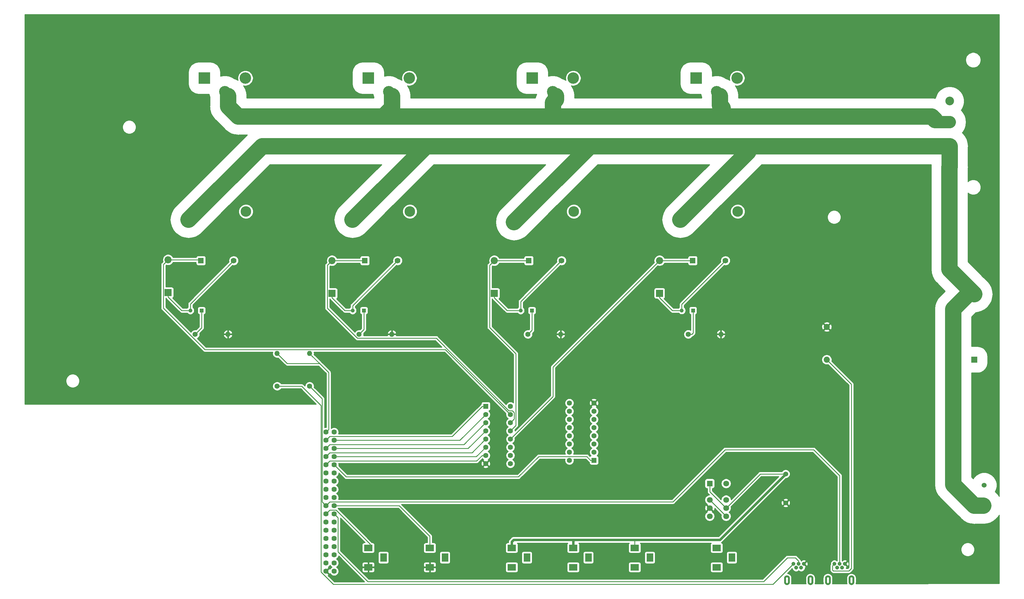
<source format=gtl>
G04 #@! TF.GenerationSoftware,KiCad,Pcbnew,5.1.5-52549c5~84~ubuntu18.04.1*
G04 #@! TF.CreationDate,2020-03-01T14:29:26-05:00*
G04 #@! TF.ProjectId,cropdroid-reservoir,63726f70-6472-46f6-9964-2d7265736572,0.6a*
G04 #@! TF.SameCoordinates,Original*
G04 #@! TF.FileFunction,Copper,L1,Top*
G04 #@! TF.FilePolarity,Positive*
%FSLAX46Y46*%
G04 Gerber Fmt 4.6, Leading zero omitted, Abs format (unit mm)*
G04 Created by KiCad (PCBNEW 5.1.5-52549c5~84~ubuntu18.04.1) date 2020-03-01 14:29:26*
%MOMM*%
%LPD*%
G04 APERTURE LIST*
%ADD10C,0.000100*%
%ADD11R,0.100000X0.100000*%
%ADD12C,1.208000*%
%ADD13C,1.524000*%
%ADD14C,1.881000*%
%ADD15R,1.881000X1.881000*%
%ADD16O,1.600000X1.600000*%
%ADD17C,1.600000*%
%ADD18C,1.230000*%
%ADD19R,1.230000X1.230000*%
%ADD20C,3.290000*%
%ADD21C,3.090000*%
%ADD22R,1.760000X1.760000*%
%ADD23C,1.760000*%
%ADD24C,3.556000*%
%ADD25R,3.556000X3.556000*%
%ADD26R,1.600000X1.600000*%
%ADD27R,2.700000X2.700000*%
%ADD28C,2.700000*%
%ADD29R,2.600000X2.000000*%
%ADD30R,2.000000X2.600000*%
%ADD31C,1.620010*%
%ADD32O,2.200000X2.200000*%
%ADD33R,2.200000X2.200000*%
%ADD34R,1.800000X1.800000*%
%ADD35C,1.800000*%
%ADD36C,0.254000*%
%ADD37C,3.810000*%
%ADD38C,5.080000*%
%ADD39C,0.762000*%
G04 APERTURE END LIST*
D10*
G36*
X314700000Y-212090000D02*
G01*
X314700000Y-212690000D01*
X314698835Y-212734486D01*
X314695344Y-212778849D01*
X314689535Y-212822969D01*
X314681425Y-212866725D01*
X314671037Y-212909996D01*
X314658398Y-212952664D01*
X314643543Y-212994613D01*
X314626514Y-213035726D01*
X314607356Y-213075892D01*
X314586122Y-213115000D01*
X314562870Y-213152943D01*
X314537664Y-213189617D01*
X314510574Y-213224922D01*
X314481673Y-213258761D01*
X314451041Y-213291041D01*
X314418761Y-213321673D01*
X314384922Y-213350574D01*
X314349617Y-213377664D01*
X314312943Y-213402870D01*
X314275000Y-213426122D01*
X314235892Y-213447356D01*
X314195726Y-213466514D01*
X314154613Y-213483543D01*
X314112664Y-213498398D01*
X314069996Y-213511037D01*
X314026725Y-213521425D01*
X313982969Y-213529535D01*
X313938849Y-213535344D01*
X313894486Y-213538835D01*
X313850000Y-213540000D01*
X313850000Y-213040000D01*
X313868318Y-213039520D01*
X313886585Y-213038083D01*
X313904752Y-213035691D01*
X313922769Y-213032352D01*
X313940587Y-213028074D01*
X313958156Y-213022870D01*
X313975429Y-213016753D01*
X313992358Y-213009741D01*
X314008897Y-213001852D01*
X314025000Y-212993109D01*
X314040624Y-212983535D01*
X314055725Y-212973156D01*
X314070262Y-212962001D01*
X314084196Y-212950101D01*
X314097487Y-212937487D01*
X314110101Y-212924196D01*
X314122001Y-212910262D01*
X314133156Y-212895725D01*
X314143535Y-212880624D01*
X314153109Y-212865000D01*
X314161852Y-212848897D01*
X314169741Y-212832358D01*
X314176753Y-212815429D01*
X314182870Y-212798156D01*
X314188074Y-212780587D01*
X314192352Y-212762769D01*
X314195691Y-212744752D01*
X314198083Y-212726585D01*
X314199520Y-212708318D01*
X314200000Y-212690000D01*
X314200000Y-212090000D01*
X314700000Y-212090000D01*
G37*
X314700000Y-212090000D02*
X314700000Y-212690000D01*
X314698835Y-212734486D01*
X314695344Y-212778849D01*
X314689535Y-212822969D01*
X314681425Y-212866725D01*
X314671037Y-212909996D01*
X314658398Y-212952664D01*
X314643543Y-212994613D01*
X314626514Y-213035726D01*
X314607356Y-213075892D01*
X314586122Y-213115000D01*
X314562870Y-213152943D01*
X314537664Y-213189617D01*
X314510574Y-213224922D01*
X314481673Y-213258761D01*
X314451041Y-213291041D01*
X314418761Y-213321673D01*
X314384922Y-213350574D01*
X314349617Y-213377664D01*
X314312943Y-213402870D01*
X314275000Y-213426122D01*
X314235892Y-213447356D01*
X314195726Y-213466514D01*
X314154613Y-213483543D01*
X314112664Y-213498398D01*
X314069996Y-213511037D01*
X314026725Y-213521425D01*
X313982969Y-213529535D01*
X313938849Y-213535344D01*
X313894486Y-213538835D01*
X313850000Y-213540000D01*
X313850000Y-213040000D01*
X313868318Y-213039520D01*
X313886585Y-213038083D01*
X313904752Y-213035691D01*
X313922769Y-213032352D01*
X313940587Y-213028074D01*
X313958156Y-213022870D01*
X313975429Y-213016753D01*
X313992358Y-213009741D01*
X314008897Y-213001852D01*
X314025000Y-212993109D01*
X314040624Y-212983535D01*
X314055725Y-212973156D01*
X314070262Y-212962001D01*
X314084196Y-212950101D01*
X314097487Y-212937487D01*
X314110101Y-212924196D01*
X314122001Y-212910262D01*
X314133156Y-212895725D01*
X314143535Y-212880624D01*
X314153109Y-212865000D01*
X314161852Y-212848897D01*
X314169741Y-212832358D01*
X314176753Y-212815429D01*
X314182870Y-212798156D01*
X314188074Y-212780587D01*
X314192352Y-212762769D01*
X314195691Y-212744752D01*
X314198083Y-212726585D01*
X314199520Y-212708318D01*
X314200000Y-212690000D01*
X314200000Y-212090000D01*
X314700000Y-212090000D01*
G36*
X313000000Y-212090000D02*
G01*
X313000000Y-212690000D01*
X313001165Y-212734486D01*
X313004656Y-212778849D01*
X313010465Y-212822969D01*
X313018575Y-212866725D01*
X313028963Y-212909996D01*
X313041602Y-212952664D01*
X313056457Y-212994613D01*
X313073486Y-213035726D01*
X313092644Y-213075892D01*
X313113878Y-213115000D01*
X313137130Y-213152943D01*
X313162336Y-213189617D01*
X313189426Y-213224922D01*
X313218327Y-213258761D01*
X313248959Y-213291041D01*
X313281239Y-213321673D01*
X313315078Y-213350574D01*
X313350383Y-213377664D01*
X313387057Y-213402870D01*
X313425000Y-213426122D01*
X313464108Y-213447356D01*
X313504274Y-213466514D01*
X313545387Y-213483543D01*
X313587336Y-213498398D01*
X313630004Y-213511037D01*
X313673275Y-213521425D01*
X313717031Y-213529535D01*
X313761151Y-213535344D01*
X313805514Y-213538835D01*
X313850000Y-213540000D01*
X313850000Y-213040000D01*
X313831682Y-213039520D01*
X313813415Y-213038083D01*
X313795248Y-213035691D01*
X313777231Y-213032352D01*
X313759413Y-213028074D01*
X313741844Y-213022870D01*
X313724571Y-213016753D01*
X313707642Y-213009741D01*
X313691103Y-213001852D01*
X313675000Y-212993109D01*
X313659376Y-212983535D01*
X313644275Y-212973156D01*
X313629738Y-212962001D01*
X313615804Y-212950101D01*
X313602513Y-212937487D01*
X313589899Y-212924196D01*
X313577999Y-212910262D01*
X313566844Y-212895725D01*
X313556465Y-212880624D01*
X313546891Y-212865000D01*
X313538148Y-212848897D01*
X313530259Y-212832358D01*
X313523247Y-212815429D01*
X313517130Y-212798156D01*
X313511926Y-212780587D01*
X313507648Y-212762769D01*
X313504309Y-212744752D01*
X313501917Y-212726585D01*
X313500480Y-212708318D01*
X313500000Y-212690000D01*
X313500000Y-212090000D01*
X313000000Y-212090000D01*
G37*
X313000000Y-212090000D02*
X313000000Y-212690000D01*
X313001165Y-212734486D01*
X313004656Y-212778849D01*
X313010465Y-212822969D01*
X313018575Y-212866725D01*
X313028963Y-212909996D01*
X313041602Y-212952664D01*
X313056457Y-212994613D01*
X313073486Y-213035726D01*
X313092644Y-213075892D01*
X313113878Y-213115000D01*
X313137130Y-213152943D01*
X313162336Y-213189617D01*
X313189426Y-213224922D01*
X313218327Y-213258761D01*
X313248959Y-213291041D01*
X313281239Y-213321673D01*
X313315078Y-213350574D01*
X313350383Y-213377664D01*
X313387057Y-213402870D01*
X313425000Y-213426122D01*
X313464108Y-213447356D01*
X313504274Y-213466514D01*
X313545387Y-213483543D01*
X313587336Y-213498398D01*
X313630004Y-213511037D01*
X313673275Y-213521425D01*
X313717031Y-213529535D01*
X313761151Y-213535344D01*
X313805514Y-213538835D01*
X313850000Y-213540000D01*
X313850000Y-213040000D01*
X313831682Y-213039520D01*
X313813415Y-213038083D01*
X313795248Y-213035691D01*
X313777231Y-213032352D01*
X313759413Y-213028074D01*
X313741844Y-213022870D01*
X313724571Y-213016753D01*
X313707642Y-213009741D01*
X313691103Y-213001852D01*
X313675000Y-212993109D01*
X313659376Y-212983535D01*
X313644275Y-212973156D01*
X313629738Y-212962001D01*
X313615804Y-212950101D01*
X313602513Y-212937487D01*
X313589899Y-212924196D01*
X313577999Y-212910262D01*
X313566844Y-212895725D01*
X313556465Y-212880624D01*
X313546891Y-212865000D01*
X313538148Y-212848897D01*
X313530259Y-212832358D01*
X313523247Y-212815429D01*
X313517130Y-212798156D01*
X313511926Y-212780587D01*
X313507648Y-212762769D01*
X313504309Y-212744752D01*
X313501917Y-212726585D01*
X313500480Y-212708318D01*
X313500000Y-212690000D01*
X313500000Y-212090000D01*
X313000000Y-212090000D01*
G36*
X313000000Y-212090000D02*
G01*
X313000000Y-211490000D01*
X313001165Y-211445514D01*
X313004656Y-211401151D01*
X313010465Y-211357031D01*
X313018575Y-211313275D01*
X313028963Y-211270004D01*
X313041602Y-211227336D01*
X313056457Y-211185387D01*
X313073486Y-211144274D01*
X313092644Y-211104108D01*
X313113878Y-211065000D01*
X313137130Y-211027057D01*
X313162336Y-210990383D01*
X313189426Y-210955078D01*
X313218327Y-210921239D01*
X313248959Y-210888959D01*
X313281239Y-210858327D01*
X313315078Y-210829426D01*
X313350383Y-210802336D01*
X313387057Y-210777130D01*
X313425000Y-210753878D01*
X313464108Y-210732644D01*
X313504274Y-210713486D01*
X313545387Y-210696457D01*
X313587336Y-210681602D01*
X313630004Y-210668963D01*
X313673275Y-210658575D01*
X313717031Y-210650465D01*
X313761151Y-210644656D01*
X313805514Y-210641165D01*
X313850000Y-210640000D01*
X313850000Y-211140000D01*
X313831682Y-211140480D01*
X313813415Y-211141917D01*
X313795248Y-211144309D01*
X313777231Y-211147648D01*
X313759413Y-211151926D01*
X313741844Y-211157130D01*
X313724571Y-211163247D01*
X313707642Y-211170259D01*
X313691103Y-211178148D01*
X313675000Y-211186891D01*
X313659376Y-211196465D01*
X313644275Y-211206844D01*
X313629738Y-211217999D01*
X313615804Y-211229899D01*
X313602513Y-211242513D01*
X313589899Y-211255804D01*
X313577999Y-211269738D01*
X313566844Y-211284275D01*
X313556465Y-211299376D01*
X313546891Y-211315000D01*
X313538148Y-211331103D01*
X313530259Y-211347642D01*
X313523247Y-211364571D01*
X313517130Y-211381844D01*
X313511926Y-211399413D01*
X313507648Y-211417231D01*
X313504309Y-211435248D01*
X313501917Y-211453415D01*
X313500480Y-211471682D01*
X313500000Y-211490000D01*
X313500000Y-212090000D01*
X313000000Y-212090000D01*
G37*
X313000000Y-212090000D02*
X313000000Y-211490000D01*
X313001165Y-211445514D01*
X313004656Y-211401151D01*
X313010465Y-211357031D01*
X313018575Y-211313275D01*
X313028963Y-211270004D01*
X313041602Y-211227336D01*
X313056457Y-211185387D01*
X313073486Y-211144274D01*
X313092644Y-211104108D01*
X313113878Y-211065000D01*
X313137130Y-211027057D01*
X313162336Y-210990383D01*
X313189426Y-210955078D01*
X313218327Y-210921239D01*
X313248959Y-210888959D01*
X313281239Y-210858327D01*
X313315078Y-210829426D01*
X313350383Y-210802336D01*
X313387057Y-210777130D01*
X313425000Y-210753878D01*
X313464108Y-210732644D01*
X313504274Y-210713486D01*
X313545387Y-210696457D01*
X313587336Y-210681602D01*
X313630004Y-210668963D01*
X313673275Y-210658575D01*
X313717031Y-210650465D01*
X313761151Y-210644656D01*
X313805514Y-210641165D01*
X313850000Y-210640000D01*
X313850000Y-211140000D01*
X313831682Y-211140480D01*
X313813415Y-211141917D01*
X313795248Y-211144309D01*
X313777231Y-211147648D01*
X313759413Y-211151926D01*
X313741844Y-211157130D01*
X313724571Y-211163247D01*
X313707642Y-211170259D01*
X313691103Y-211178148D01*
X313675000Y-211186891D01*
X313659376Y-211196465D01*
X313644275Y-211206844D01*
X313629738Y-211217999D01*
X313615804Y-211229899D01*
X313602513Y-211242513D01*
X313589899Y-211255804D01*
X313577999Y-211269738D01*
X313566844Y-211284275D01*
X313556465Y-211299376D01*
X313546891Y-211315000D01*
X313538148Y-211331103D01*
X313530259Y-211347642D01*
X313523247Y-211364571D01*
X313517130Y-211381844D01*
X313511926Y-211399413D01*
X313507648Y-211417231D01*
X313504309Y-211435248D01*
X313501917Y-211453415D01*
X313500480Y-211471682D01*
X313500000Y-211490000D01*
X313500000Y-212090000D01*
X313000000Y-212090000D01*
G36*
X314700000Y-212090000D02*
G01*
X314700000Y-211490000D01*
X314698835Y-211445514D01*
X314695344Y-211401151D01*
X314689535Y-211357031D01*
X314681425Y-211313275D01*
X314671037Y-211270004D01*
X314658398Y-211227336D01*
X314643543Y-211185387D01*
X314626514Y-211144274D01*
X314607356Y-211104108D01*
X314586122Y-211065000D01*
X314562870Y-211027057D01*
X314537664Y-210990383D01*
X314510574Y-210955078D01*
X314481673Y-210921239D01*
X314451041Y-210888959D01*
X314418761Y-210858327D01*
X314384922Y-210829426D01*
X314349617Y-210802336D01*
X314312943Y-210777130D01*
X314275000Y-210753878D01*
X314235892Y-210732644D01*
X314195726Y-210713486D01*
X314154613Y-210696457D01*
X314112664Y-210681602D01*
X314069996Y-210668963D01*
X314026725Y-210658575D01*
X313982969Y-210650465D01*
X313938849Y-210644656D01*
X313894486Y-210641165D01*
X313850000Y-210640000D01*
X313850000Y-211140000D01*
X313868318Y-211140480D01*
X313886585Y-211141917D01*
X313904752Y-211144309D01*
X313922769Y-211147648D01*
X313940587Y-211151926D01*
X313958156Y-211157130D01*
X313975429Y-211163247D01*
X313992358Y-211170259D01*
X314008897Y-211178148D01*
X314025000Y-211186891D01*
X314040624Y-211196465D01*
X314055725Y-211206844D01*
X314070262Y-211217999D01*
X314084196Y-211229899D01*
X314097487Y-211242513D01*
X314110101Y-211255804D01*
X314122001Y-211269738D01*
X314133156Y-211284275D01*
X314143535Y-211299376D01*
X314153109Y-211315000D01*
X314161852Y-211331103D01*
X314169741Y-211347642D01*
X314176753Y-211364571D01*
X314182870Y-211381844D01*
X314188074Y-211399413D01*
X314192352Y-211417231D01*
X314195691Y-211435248D01*
X314198083Y-211453415D01*
X314199520Y-211471682D01*
X314200000Y-211490000D01*
X314200000Y-212090000D01*
X314700000Y-212090000D01*
G37*
X314700000Y-212090000D02*
X314700000Y-211490000D01*
X314698835Y-211445514D01*
X314695344Y-211401151D01*
X314689535Y-211357031D01*
X314681425Y-211313275D01*
X314671037Y-211270004D01*
X314658398Y-211227336D01*
X314643543Y-211185387D01*
X314626514Y-211144274D01*
X314607356Y-211104108D01*
X314586122Y-211065000D01*
X314562870Y-211027057D01*
X314537664Y-210990383D01*
X314510574Y-210955078D01*
X314481673Y-210921239D01*
X314451041Y-210888959D01*
X314418761Y-210858327D01*
X314384922Y-210829426D01*
X314349617Y-210802336D01*
X314312943Y-210777130D01*
X314275000Y-210753878D01*
X314235892Y-210732644D01*
X314195726Y-210713486D01*
X314154613Y-210696457D01*
X314112664Y-210681602D01*
X314069996Y-210668963D01*
X314026725Y-210658575D01*
X313982969Y-210650465D01*
X313938849Y-210644656D01*
X313894486Y-210641165D01*
X313850000Y-210640000D01*
X313850000Y-211140000D01*
X313868318Y-211140480D01*
X313886585Y-211141917D01*
X313904752Y-211144309D01*
X313922769Y-211147648D01*
X313940587Y-211151926D01*
X313958156Y-211157130D01*
X313975429Y-211163247D01*
X313992358Y-211170259D01*
X314008897Y-211178148D01*
X314025000Y-211186891D01*
X314040624Y-211196465D01*
X314055725Y-211206844D01*
X314070262Y-211217999D01*
X314084196Y-211229899D01*
X314097487Y-211242513D01*
X314110101Y-211255804D01*
X314122001Y-211269738D01*
X314133156Y-211284275D01*
X314143535Y-211299376D01*
X314153109Y-211315000D01*
X314161852Y-211331103D01*
X314169741Y-211347642D01*
X314176753Y-211364571D01*
X314182870Y-211381844D01*
X314188074Y-211399413D01*
X314192352Y-211417231D01*
X314195691Y-211435248D01*
X314198083Y-211453415D01*
X314199520Y-211471682D01*
X314200000Y-211490000D01*
X314200000Y-212090000D01*
X314700000Y-212090000D01*
G36*
X322000000Y-212090000D02*
G01*
X322000000Y-212690000D01*
X321998835Y-212734486D01*
X321995344Y-212778849D01*
X321989535Y-212822969D01*
X321981425Y-212866725D01*
X321971037Y-212909996D01*
X321958398Y-212952664D01*
X321943543Y-212994613D01*
X321926514Y-213035726D01*
X321907356Y-213075892D01*
X321886122Y-213115000D01*
X321862870Y-213152943D01*
X321837664Y-213189617D01*
X321810574Y-213224922D01*
X321781673Y-213258761D01*
X321751041Y-213291041D01*
X321718761Y-213321673D01*
X321684922Y-213350574D01*
X321649617Y-213377664D01*
X321612943Y-213402870D01*
X321575000Y-213426122D01*
X321535892Y-213447356D01*
X321495726Y-213466514D01*
X321454613Y-213483543D01*
X321412664Y-213498398D01*
X321369996Y-213511037D01*
X321326725Y-213521425D01*
X321282969Y-213529535D01*
X321238849Y-213535344D01*
X321194486Y-213538835D01*
X321150000Y-213540000D01*
X321150000Y-213040000D01*
X321168318Y-213039520D01*
X321186585Y-213038083D01*
X321204752Y-213035691D01*
X321222769Y-213032352D01*
X321240587Y-213028074D01*
X321258156Y-213022870D01*
X321275429Y-213016753D01*
X321292358Y-213009741D01*
X321308897Y-213001852D01*
X321325000Y-212993109D01*
X321340624Y-212983535D01*
X321355725Y-212973156D01*
X321370262Y-212962001D01*
X321384196Y-212950101D01*
X321397487Y-212937487D01*
X321410101Y-212924196D01*
X321422001Y-212910262D01*
X321433156Y-212895725D01*
X321443535Y-212880624D01*
X321453109Y-212865000D01*
X321461852Y-212848897D01*
X321469741Y-212832358D01*
X321476753Y-212815429D01*
X321482870Y-212798156D01*
X321488074Y-212780587D01*
X321492352Y-212762769D01*
X321495691Y-212744752D01*
X321498083Y-212726585D01*
X321499520Y-212708318D01*
X321500000Y-212690000D01*
X321500000Y-212090000D01*
X322000000Y-212090000D01*
G37*
X322000000Y-212090000D02*
X322000000Y-212690000D01*
X321998835Y-212734486D01*
X321995344Y-212778849D01*
X321989535Y-212822969D01*
X321981425Y-212866725D01*
X321971037Y-212909996D01*
X321958398Y-212952664D01*
X321943543Y-212994613D01*
X321926514Y-213035726D01*
X321907356Y-213075892D01*
X321886122Y-213115000D01*
X321862870Y-213152943D01*
X321837664Y-213189617D01*
X321810574Y-213224922D01*
X321781673Y-213258761D01*
X321751041Y-213291041D01*
X321718761Y-213321673D01*
X321684922Y-213350574D01*
X321649617Y-213377664D01*
X321612943Y-213402870D01*
X321575000Y-213426122D01*
X321535892Y-213447356D01*
X321495726Y-213466514D01*
X321454613Y-213483543D01*
X321412664Y-213498398D01*
X321369996Y-213511037D01*
X321326725Y-213521425D01*
X321282969Y-213529535D01*
X321238849Y-213535344D01*
X321194486Y-213538835D01*
X321150000Y-213540000D01*
X321150000Y-213040000D01*
X321168318Y-213039520D01*
X321186585Y-213038083D01*
X321204752Y-213035691D01*
X321222769Y-213032352D01*
X321240587Y-213028074D01*
X321258156Y-213022870D01*
X321275429Y-213016753D01*
X321292358Y-213009741D01*
X321308897Y-213001852D01*
X321325000Y-212993109D01*
X321340624Y-212983535D01*
X321355725Y-212973156D01*
X321370262Y-212962001D01*
X321384196Y-212950101D01*
X321397487Y-212937487D01*
X321410101Y-212924196D01*
X321422001Y-212910262D01*
X321433156Y-212895725D01*
X321443535Y-212880624D01*
X321453109Y-212865000D01*
X321461852Y-212848897D01*
X321469741Y-212832358D01*
X321476753Y-212815429D01*
X321482870Y-212798156D01*
X321488074Y-212780587D01*
X321492352Y-212762769D01*
X321495691Y-212744752D01*
X321498083Y-212726585D01*
X321499520Y-212708318D01*
X321500000Y-212690000D01*
X321500000Y-212090000D01*
X322000000Y-212090000D01*
G36*
X320300000Y-212090000D02*
G01*
X320300000Y-212690000D01*
X320301165Y-212734486D01*
X320304656Y-212778849D01*
X320310465Y-212822969D01*
X320318575Y-212866725D01*
X320328963Y-212909996D01*
X320341602Y-212952664D01*
X320356457Y-212994613D01*
X320373486Y-213035726D01*
X320392644Y-213075892D01*
X320413878Y-213115000D01*
X320437130Y-213152943D01*
X320462336Y-213189617D01*
X320489426Y-213224922D01*
X320518327Y-213258761D01*
X320548959Y-213291041D01*
X320581239Y-213321673D01*
X320615078Y-213350574D01*
X320650383Y-213377664D01*
X320687057Y-213402870D01*
X320725000Y-213426122D01*
X320764108Y-213447356D01*
X320804274Y-213466514D01*
X320845387Y-213483543D01*
X320887336Y-213498398D01*
X320930004Y-213511037D01*
X320973275Y-213521425D01*
X321017031Y-213529535D01*
X321061151Y-213535344D01*
X321105514Y-213538835D01*
X321150000Y-213540000D01*
X321150000Y-213040000D01*
X321131682Y-213039520D01*
X321113415Y-213038083D01*
X321095248Y-213035691D01*
X321077231Y-213032352D01*
X321059413Y-213028074D01*
X321041844Y-213022870D01*
X321024571Y-213016753D01*
X321007642Y-213009741D01*
X320991103Y-213001852D01*
X320975000Y-212993109D01*
X320959376Y-212983535D01*
X320944275Y-212973156D01*
X320929738Y-212962001D01*
X320915804Y-212950101D01*
X320902513Y-212937487D01*
X320889899Y-212924196D01*
X320877999Y-212910262D01*
X320866844Y-212895725D01*
X320856465Y-212880624D01*
X320846891Y-212865000D01*
X320838148Y-212848897D01*
X320830259Y-212832358D01*
X320823247Y-212815429D01*
X320817130Y-212798156D01*
X320811926Y-212780587D01*
X320807648Y-212762769D01*
X320804309Y-212744752D01*
X320801917Y-212726585D01*
X320800480Y-212708318D01*
X320800000Y-212690000D01*
X320800000Y-212090000D01*
X320300000Y-212090000D01*
G37*
X320300000Y-212090000D02*
X320300000Y-212690000D01*
X320301165Y-212734486D01*
X320304656Y-212778849D01*
X320310465Y-212822969D01*
X320318575Y-212866725D01*
X320328963Y-212909996D01*
X320341602Y-212952664D01*
X320356457Y-212994613D01*
X320373486Y-213035726D01*
X320392644Y-213075892D01*
X320413878Y-213115000D01*
X320437130Y-213152943D01*
X320462336Y-213189617D01*
X320489426Y-213224922D01*
X320518327Y-213258761D01*
X320548959Y-213291041D01*
X320581239Y-213321673D01*
X320615078Y-213350574D01*
X320650383Y-213377664D01*
X320687057Y-213402870D01*
X320725000Y-213426122D01*
X320764108Y-213447356D01*
X320804274Y-213466514D01*
X320845387Y-213483543D01*
X320887336Y-213498398D01*
X320930004Y-213511037D01*
X320973275Y-213521425D01*
X321017031Y-213529535D01*
X321061151Y-213535344D01*
X321105514Y-213538835D01*
X321150000Y-213540000D01*
X321150000Y-213040000D01*
X321131682Y-213039520D01*
X321113415Y-213038083D01*
X321095248Y-213035691D01*
X321077231Y-213032352D01*
X321059413Y-213028074D01*
X321041844Y-213022870D01*
X321024571Y-213016753D01*
X321007642Y-213009741D01*
X320991103Y-213001852D01*
X320975000Y-212993109D01*
X320959376Y-212983535D01*
X320944275Y-212973156D01*
X320929738Y-212962001D01*
X320915804Y-212950101D01*
X320902513Y-212937487D01*
X320889899Y-212924196D01*
X320877999Y-212910262D01*
X320866844Y-212895725D01*
X320856465Y-212880624D01*
X320846891Y-212865000D01*
X320838148Y-212848897D01*
X320830259Y-212832358D01*
X320823247Y-212815429D01*
X320817130Y-212798156D01*
X320811926Y-212780587D01*
X320807648Y-212762769D01*
X320804309Y-212744752D01*
X320801917Y-212726585D01*
X320800480Y-212708318D01*
X320800000Y-212690000D01*
X320800000Y-212090000D01*
X320300000Y-212090000D01*
G36*
X320300000Y-212090000D02*
G01*
X320300000Y-211490000D01*
X320301165Y-211445514D01*
X320304656Y-211401151D01*
X320310465Y-211357031D01*
X320318575Y-211313275D01*
X320328963Y-211270004D01*
X320341602Y-211227336D01*
X320356457Y-211185387D01*
X320373486Y-211144274D01*
X320392644Y-211104108D01*
X320413878Y-211065000D01*
X320437130Y-211027057D01*
X320462336Y-210990383D01*
X320489426Y-210955078D01*
X320518327Y-210921239D01*
X320548959Y-210888959D01*
X320581239Y-210858327D01*
X320615078Y-210829426D01*
X320650383Y-210802336D01*
X320687057Y-210777130D01*
X320725000Y-210753878D01*
X320764108Y-210732644D01*
X320804274Y-210713486D01*
X320845387Y-210696457D01*
X320887336Y-210681602D01*
X320930004Y-210668963D01*
X320973275Y-210658575D01*
X321017031Y-210650465D01*
X321061151Y-210644656D01*
X321105514Y-210641165D01*
X321150000Y-210640000D01*
X321150000Y-211140000D01*
X321131682Y-211140480D01*
X321113415Y-211141917D01*
X321095248Y-211144309D01*
X321077231Y-211147648D01*
X321059413Y-211151926D01*
X321041844Y-211157130D01*
X321024571Y-211163247D01*
X321007642Y-211170259D01*
X320991103Y-211178148D01*
X320975000Y-211186891D01*
X320959376Y-211196465D01*
X320944275Y-211206844D01*
X320929738Y-211217999D01*
X320915804Y-211229899D01*
X320902513Y-211242513D01*
X320889899Y-211255804D01*
X320877999Y-211269738D01*
X320866844Y-211284275D01*
X320856465Y-211299376D01*
X320846891Y-211315000D01*
X320838148Y-211331103D01*
X320830259Y-211347642D01*
X320823247Y-211364571D01*
X320817130Y-211381844D01*
X320811926Y-211399413D01*
X320807648Y-211417231D01*
X320804309Y-211435248D01*
X320801917Y-211453415D01*
X320800480Y-211471682D01*
X320800000Y-211490000D01*
X320800000Y-212090000D01*
X320300000Y-212090000D01*
G37*
X320300000Y-212090000D02*
X320300000Y-211490000D01*
X320301165Y-211445514D01*
X320304656Y-211401151D01*
X320310465Y-211357031D01*
X320318575Y-211313275D01*
X320328963Y-211270004D01*
X320341602Y-211227336D01*
X320356457Y-211185387D01*
X320373486Y-211144274D01*
X320392644Y-211104108D01*
X320413878Y-211065000D01*
X320437130Y-211027057D01*
X320462336Y-210990383D01*
X320489426Y-210955078D01*
X320518327Y-210921239D01*
X320548959Y-210888959D01*
X320581239Y-210858327D01*
X320615078Y-210829426D01*
X320650383Y-210802336D01*
X320687057Y-210777130D01*
X320725000Y-210753878D01*
X320764108Y-210732644D01*
X320804274Y-210713486D01*
X320845387Y-210696457D01*
X320887336Y-210681602D01*
X320930004Y-210668963D01*
X320973275Y-210658575D01*
X321017031Y-210650465D01*
X321061151Y-210644656D01*
X321105514Y-210641165D01*
X321150000Y-210640000D01*
X321150000Y-211140000D01*
X321131682Y-211140480D01*
X321113415Y-211141917D01*
X321095248Y-211144309D01*
X321077231Y-211147648D01*
X321059413Y-211151926D01*
X321041844Y-211157130D01*
X321024571Y-211163247D01*
X321007642Y-211170259D01*
X320991103Y-211178148D01*
X320975000Y-211186891D01*
X320959376Y-211196465D01*
X320944275Y-211206844D01*
X320929738Y-211217999D01*
X320915804Y-211229899D01*
X320902513Y-211242513D01*
X320889899Y-211255804D01*
X320877999Y-211269738D01*
X320866844Y-211284275D01*
X320856465Y-211299376D01*
X320846891Y-211315000D01*
X320838148Y-211331103D01*
X320830259Y-211347642D01*
X320823247Y-211364571D01*
X320817130Y-211381844D01*
X320811926Y-211399413D01*
X320807648Y-211417231D01*
X320804309Y-211435248D01*
X320801917Y-211453415D01*
X320800480Y-211471682D01*
X320800000Y-211490000D01*
X320800000Y-212090000D01*
X320300000Y-212090000D01*
G36*
X322000000Y-212090000D02*
G01*
X322000000Y-211490000D01*
X321998835Y-211445514D01*
X321995344Y-211401151D01*
X321989535Y-211357031D01*
X321981425Y-211313275D01*
X321971037Y-211270004D01*
X321958398Y-211227336D01*
X321943543Y-211185387D01*
X321926514Y-211144274D01*
X321907356Y-211104108D01*
X321886122Y-211065000D01*
X321862870Y-211027057D01*
X321837664Y-210990383D01*
X321810574Y-210955078D01*
X321781673Y-210921239D01*
X321751041Y-210888959D01*
X321718761Y-210858327D01*
X321684922Y-210829426D01*
X321649617Y-210802336D01*
X321612943Y-210777130D01*
X321575000Y-210753878D01*
X321535892Y-210732644D01*
X321495726Y-210713486D01*
X321454613Y-210696457D01*
X321412664Y-210681602D01*
X321369996Y-210668963D01*
X321326725Y-210658575D01*
X321282969Y-210650465D01*
X321238849Y-210644656D01*
X321194486Y-210641165D01*
X321150000Y-210640000D01*
X321150000Y-211140000D01*
X321168318Y-211140480D01*
X321186585Y-211141917D01*
X321204752Y-211144309D01*
X321222769Y-211147648D01*
X321240587Y-211151926D01*
X321258156Y-211157130D01*
X321275429Y-211163247D01*
X321292358Y-211170259D01*
X321308897Y-211178148D01*
X321325000Y-211186891D01*
X321340624Y-211196465D01*
X321355725Y-211206844D01*
X321370262Y-211217999D01*
X321384196Y-211229899D01*
X321397487Y-211242513D01*
X321410101Y-211255804D01*
X321422001Y-211269738D01*
X321433156Y-211284275D01*
X321443535Y-211299376D01*
X321453109Y-211315000D01*
X321461852Y-211331103D01*
X321469741Y-211347642D01*
X321476753Y-211364571D01*
X321482870Y-211381844D01*
X321488074Y-211399413D01*
X321492352Y-211417231D01*
X321495691Y-211435248D01*
X321498083Y-211453415D01*
X321499520Y-211471682D01*
X321500000Y-211490000D01*
X321500000Y-212090000D01*
X322000000Y-212090000D01*
G37*
X322000000Y-212090000D02*
X322000000Y-211490000D01*
X321998835Y-211445514D01*
X321995344Y-211401151D01*
X321989535Y-211357031D01*
X321981425Y-211313275D01*
X321971037Y-211270004D01*
X321958398Y-211227336D01*
X321943543Y-211185387D01*
X321926514Y-211144274D01*
X321907356Y-211104108D01*
X321886122Y-211065000D01*
X321862870Y-211027057D01*
X321837664Y-210990383D01*
X321810574Y-210955078D01*
X321781673Y-210921239D01*
X321751041Y-210888959D01*
X321718761Y-210858327D01*
X321684922Y-210829426D01*
X321649617Y-210802336D01*
X321612943Y-210777130D01*
X321575000Y-210753878D01*
X321535892Y-210732644D01*
X321495726Y-210713486D01*
X321454613Y-210696457D01*
X321412664Y-210681602D01*
X321369996Y-210668963D01*
X321326725Y-210658575D01*
X321282969Y-210650465D01*
X321238849Y-210644656D01*
X321194486Y-210641165D01*
X321150000Y-210640000D01*
X321150000Y-211140000D01*
X321168318Y-211140480D01*
X321186585Y-211141917D01*
X321204752Y-211144309D01*
X321222769Y-211147648D01*
X321240587Y-211151926D01*
X321258156Y-211157130D01*
X321275429Y-211163247D01*
X321292358Y-211170259D01*
X321308897Y-211178148D01*
X321325000Y-211186891D01*
X321340624Y-211196465D01*
X321355725Y-211206844D01*
X321370262Y-211217999D01*
X321384196Y-211229899D01*
X321397487Y-211242513D01*
X321410101Y-211255804D01*
X321422001Y-211269738D01*
X321433156Y-211284275D01*
X321443535Y-211299376D01*
X321453109Y-211315000D01*
X321461852Y-211331103D01*
X321469741Y-211347642D01*
X321476753Y-211364571D01*
X321482870Y-211381844D01*
X321488074Y-211399413D01*
X321492352Y-211417231D01*
X321495691Y-211435248D01*
X321498083Y-211453415D01*
X321499520Y-211471682D01*
X321500000Y-211490000D01*
X321500000Y-212090000D01*
X322000000Y-212090000D01*
G36*
X302000000Y-212090000D02*
G01*
X302000000Y-212690000D01*
X301998835Y-212734486D01*
X301995344Y-212778849D01*
X301989535Y-212822969D01*
X301981425Y-212866725D01*
X301971037Y-212909996D01*
X301958398Y-212952664D01*
X301943543Y-212994613D01*
X301926514Y-213035726D01*
X301907356Y-213075892D01*
X301886122Y-213115000D01*
X301862870Y-213152943D01*
X301837664Y-213189617D01*
X301810574Y-213224922D01*
X301781673Y-213258761D01*
X301751041Y-213291041D01*
X301718761Y-213321673D01*
X301684922Y-213350574D01*
X301649617Y-213377664D01*
X301612943Y-213402870D01*
X301575000Y-213426122D01*
X301535892Y-213447356D01*
X301495726Y-213466514D01*
X301454613Y-213483543D01*
X301412664Y-213498398D01*
X301369996Y-213511037D01*
X301326725Y-213521425D01*
X301282969Y-213529535D01*
X301238849Y-213535344D01*
X301194486Y-213538835D01*
X301150000Y-213540000D01*
X301150000Y-213040000D01*
X301168318Y-213039520D01*
X301186585Y-213038083D01*
X301204752Y-213035691D01*
X301222769Y-213032352D01*
X301240587Y-213028074D01*
X301258156Y-213022870D01*
X301275429Y-213016753D01*
X301292358Y-213009741D01*
X301308897Y-213001852D01*
X301325000Y-212993109D01*
X301340624Y-212983535D01*
X301355725Y-212973156D01*
X301370262Y-212962001D01*
X301384196Y-212950101D01*
X301397487Y-212937487D01*
X301410101Y-212924196D01*
X301422001Y-212910262D01*
X301433156Y-212895725D01*
X301443535Y-212880624D01*
X301453109Y-212865000D01*
X301461852Y-212848897D01*
X301469741Y-212832358D01*
X301476753Y-212815429D01*
X301482870Y-212798156D01*
X301488074Y-212780587D01*
X301492352Y-212762769D01*
X301495691Y-212744752D01*
X301498083Y-212726585D01*
X301499520Y-212708318D01*
X301500000Y-212690000D01*
X301500000Y-212090000D01*
X302000000Y-212090000D01*
G37*
X302000000Y-212090000D02*
X302000000Y-212690000D01*
X301998835Y-212734486D01*
X301995344Y-212778849D01*
X301989535Y-212822969D01*
X301981425Y-212866725D01*
X301971037Y-212909996D01*
X301958398Y-212952664D01*
X301943543Y-212994613D01*
X301926514Y-213035726D01*
X301907356Y-213075892D01*
X301886122Y-213115000D01*
X301862870Y-213152943D01*
X301837664Y-213189617D01*
X301810574Y-213224922D01*
X301781673Y-213258761D01*
X301751041Y-213291041D01*
X301718761Y-213321673D01*
X301684922Y-213350574D01*
X301649617Y-213377664D01*
X301612943Y-213402870D01*
X301575000Y-213426122D01*
X301535892Y-213447356D01*
X301495726Y-213466514D01*
X301454613Y-213483543D01*
X301412664Y-213498398D01*
X301369996Y-213511037D01*
X301326725Y-213521425D01*
X301282969Y-213529535D01*
X301238849Y-213535344D01*
X301194486Y-213538835D01*
X301150000Y-213540000D01*
X301150000Y-213040000D01*
X301168318Y-213039520D01*
X301186585Y-213038083D01*
X301204752Y-213035691D01*
X301222769Y-213032352D01*
X301240587Y-213028074D01*
X301258156Y-213022870D01*
X301275429Y-213016753D01*
X301292358Y-213009741D01*
X301308897Y-213001852D01*
X301325000Y-212993109D01*
X301340624Y-212983535D01*
X301355725Y-212973156D01*
X301370262Y-212962001D01*
X301384196Y-212950101D01*
X301397487Y-212937487D01*
X301410101Y-212924196D01*
X301422001Y-212910262D01*
X301433156Y-212895725D01*
X301443535Y-212880624D01*
X301453109Y-212865000D01*
X301461852Y-212848897D01*
X301469741Y-212832358D01*
X301476753Y-212815429D01*
X301482870Y-212798156D01*
X301488074Y-212780587D01*
X301492352Y-212762769D01*
X301495691Y-212744752D01*
X301498083Y-212726585D01*
X301499520Y-212708318D01*
X301500000Y-212690000D01*
X301500000Y-212090000D01*
X302000000Y-212090000D01*
G36*
X300300000Y-212090000D02*
G01*
X300300000Y-212690000D01*
X300301165Y-212734486D01*
X300304656Y-212778849D01*
X300310465Y-212822969D01*
X300318575Y-212866725D01*
X300328963Y-212909996D01*
X300341602Y-212952664D01*
X300356457Y-212994613D01*
X300373486Y-213035726D01*
X300392644Y-213075892D01*
X300413878Y-213115000D01*
X300437130Y-213152943D01*
X300462336Y-213189617D01*
X300489426Y-213224922D01*
X300518327Y-213258761D01*
X300548959Y-213291041D01*
X300581239Y-213321673D01*
X300615078Y-213350574D01*
X300650383Y-213377664D01*
X300687057Y-213402870D01*
X300725000Y-213426122D01*
X300764108Y-213447356D01*
X300804274Y-213466514D01*
X300845387Y-213483543D01*
X300887336Y-213498398D01*
X300930004Y-213511037D01*
X300973275Y-213521425D01*
X301017031Y-213529535D01*
X301061151Y-213535344D01*
X301105514Y-213538835D01*
X301150000Y-213540000D01*
X301150000Y-213040000D01*
X301131682Y-213039520D01*
X301113415Y-213038083D01*
X301095248Y-213035691D01*
X301077231Y-213032352D01*
X301059413Y-213028074D01*
X301041844Y-213022870D01*
X301024571Y-213016753D01*
X301007642Y-213009741D01*
X300991103Y-213001852D01*
X300975000Y-212993109D01*
X300959376Y-212983535D01*
X300944275Y-212973156D01*
X300929738Y-212962001D01*
X300915804Y-212950101D01*
X300902513Y-212937487D01*
X300889899Y-212924196D01*
X300877999Y-212910262D01*
X300866844Y-212895725D01*
X300856465Y-212880624D01*
X300846891Y-212865000D01*
X300838148Y-212848897D01*
X300830259Y-212832358D01*
X300823247Y-212815429D01*
X300817130Y-212798156D01*
X300811926Y-212780587D01*
X300807648Y-212762769D01*
X300804309Y-212744752D01*
X300801917Y-212726585D01*
X300800480Y-212708318D01*
X300800000Y-212690000D01*
X300800000Y-212090000D01*
X300300000Y-212090000D01*
G37*
X300300000Y-212090000D02*
X300300000Y-212690000D01*
X300301165Y-212734486D01*
X300304656Y-212778849D01*
X300310465Y-212822969D01*
X300318575Y-212866725D01*
X300328963Y-212909996D01*
X300341602Y-212952664D01*
X300356457Y-212994613D01*
X300373486Y-213035726D01*
X300392644Y-213075892D01*
X300413878Y-213115000D01*
X300437130Y-213152943D01*
X300462336Y-213189617D01*
X300489426Y-213224922D01*
X300518327Y-213258761D01*
X300548959Y-213291041D01*
X300581239Y-213321673D01*
X300615078Y-213350574D01*
X300650383Y-213377664D01*
X300687057Y-213402870D01*
X300725000Y-213426122D01*
X300764108Y-213447356D01*
X300804274Y-213466514D01*
X300845387Y-213483543D01*
X300887336Y-213498398D01*
X300930004Y-213511037D01*
X300973275Y-213521425D01*
X301017031Y-213529535D01*
X301061151Y-213535344D01*
X301105514Y-213538835D01*
X301150000Y-213540000D01*
X301150000Y-213040000D01*
X301131682Y-213039520D01*
X301113415Y-213038083D01*
X301095248Y-213035691D01*
X301077231Y-213032352D01*
X301059413Y-213028074D01*
X301041844Y-213022870D01*
X301024571Y-213016753D01*
X301007642Y-213009741D01*
X300991103Y-213001852D01*
X300975000Y-212993109D01*
X300959376Y-212983535D01*
X300944275Y-212973156D01*
X300929738Y-212962001D01*
X300915804Y-212950101D01*
X300902513Y-212937487D01*
X300889899Y-212924196D01*
X300877999Y-212910262D01*
X300866844Y-212895725D01*
X300856465Y-212880624D01*
X300846891Y-212865000D01*
X300838148Y-212848897D01*
X300830259Y-212832358D01*
X300823247Y-212815429D01*
X300817130Y-212798156D01*
X300811926Y-212780587D01*
X300807648Y-212762769D01*
X300804309Y-212744752D01*
X300801917Y-212726585D01*
X300800480Y-212708318D01*
X300800000Y-212690000D01*
X300800000Y-212090000D01*
X300300000Y-212090000D01*
G36*
X300300000Y-212090000D02*
G01*
X300300000Y-211490000D01*
X300301165Y-211445514D01*
X300304656Y-211401151D01*
X300310465Y-211357031D01*
X300318575Y-211313275D01*
X300328963Y-211270004D01*
X300341602Y-211227336D01*
X300356457Y-211185387D01*
X300373486Y-211144274D01*
X300392644Y-211104108D01*
X300413878Y-211065000D01*
X300437130Y-211027057D01*
X300462336Y-210990383D01*
X300489426Y-210955078D01*
X300518327Y-210921239D01*
X300548959Y-210888959D01*
X300581239Y-210858327D01*
X300615078Y-210829426D01*
X300650383Y-210802336D01*
X300687057Y-210777130D01*
X300725000Y-210753878D01*
X300764108Y-210732644D01*
X300804274Y-210713486D01*
X300845387Y-210696457D01*
X300887336Y-210681602D01*
X300930004Y-210668963D01*
X300973275Y-210658575D01*
X301017031Y-210650465D01*
X301061151Y-210644656D01*
X301105514Y-210641165D01*
X301150000Y-210640000D01*
X301150000Y-211140000D01*
X301131682Y-211140480D01*
X301113415Y-211141917D01*
X301095248Y-211144309D01*
X301077231Y-211147648D01*
X301059413Y-211151926D01*
X301041844Y-211157130D01*
X301024571Y-211163247D01*
X301007642Y-211170259D01*
X300991103Y-211178148D01*
X300975000Y-211186891D01*
X300959376Y-211196465D01*
X300944275Y-211206844D01*
X300929738Y-211217999D01*
X300915804Y-211229899D01*
X300902513Y-211242513D01*
X300889899Y-211255804D01*
X300877999Y-211269738D01*
X300866844Y-211284275D01*
X300856465Y-211299376D01*
X300846891Y-211315000D01*
X300838148Y-211331103D01*
X300830259Y-211347642D01*
X300823247Y-211364571D01*
X300817130Y-211381844D01*
X300811926Y-211399413D01*
X300807648Y-211417231D01*
X300804309Y-211435248D01*
X300801917Y-211453415D01*
X300800480Y-211471682D01*
X300800000Y-211490000D01*
X300800000Y-212090000D01*
X300300000Y-212090000D01*
G37*
X300300000Y-212090000D02*
X300300000Y-211490000D01*
X300301165Y-211445514D01*
X300304656Y-211401151D01*
X300310465Y-211357031D01*
X300318575Y-211313275D01*
X300328963Y-211270004D01*
X300341602Y-211227336D01*
X300356457Y-211185387D01*
X300373486Y-211144274D01*
X300392644Y-211104108D01*
X300413878Y-211065000D01*
X300437130Y-211027057D01*
X300462336Y-210990383D01*
X300489426Y-210955078D01*
X300518327Y-210921239D01*
X300548959Y-210888959D01*
X300581239Y-210858327D01*
X300615078Y-210829426D01*
X300650383Y-210802336D01*
X300687057Y-210777130D01*
X300725000Y-210753878D01*
X300764108Y-210732644D01*
X300804274Y-210713486D01*
X300845387Y-210696457D01*
X300887336Y-210681602D01*
X300930004Y-210668963D01*
X300973275Y-210658575D01*
X301017031Y-210650465D01*
X301061151Y-210644656D01*
X301105514Y-210641165D01*
X301150000Y-210640000D01*
X301150000Y-211140000D01*
X301131682Y-211140480D01*
X301113415Y-211141917D01*
X301095248Y-211144309D01*
X301077231Y-211147648D01*
X301059413Y-211151926D01*
X301041844Y-211157130D01*
X301024571Y-211163247D01*
X301007642Y-211170259D01*
X300991103Y-211178148D01*
X300975000Y-211186891D01*
X300959376Y-211196465D01*
X300944275Y-211206844D01*
X300929738Y-211217999D01*
X300915804Y-211229899D01*
X300902513Y-211242513D01*
X300889899Y-211255804D01*
X300877999Y-211269738D01*
X300866844Y-211284275D01*
X300856465Y-211299376D01*
X300846891Y-211315000D01*
X300838148Y-211331103D01*
X300830259Y-211347642D01*
X300823247Y-211364571D01*
X300817130Y-211381844D01*
X300811926Y-211399413D01*
X300807648Y-211417231D01*
X300804309Y-211435248D01*
X300801917Y-211453415D01*
X300800480Y-211471682D01*
X300800000Y-211490000D01*
X300800000Y-212090000D01*
X300300000Y-212090000D01*
G36*
X302000000Y-212090000D02*
G01*
X302000000Y-211490000D01*
X301998835Y-211445514D01*
X301995344Y-211401151D01*
X301989535Y-211357031D01*
X301981425Y-211313275D01*
X301971037Y-211270004D01*
X301958398Y-211227336D01*
X301943543Y-211185387D01*
X301926514Y-211144274D01*
X301907356Y-211104108D01*
X301886122Y-211065000D01*
X301862870Y-211027057D01*
X301837664Y-210990383D01*
X301810574Y-210955078D01*
X301781673Y-210921239D01*
X301751041Y-210888959D01*
X301718761Y-210858327D01*
X301684922Y-210829426D01*
X301649617Y-210802336D01*
X301612943Y-210777130D01*
X301575000Y-210753878D01*
X301535892Y-210732644D01*
X301495726Y-210713486D01*
X301454613Y-210696457D01*
X301412664Y-210681602D01*
X301369996Y-210668963D01*
X301326725Y-210658575D01*
X301282969Y-210650465D01*
X301238849Y-210644656D01*
X301194486Y-210641165D01*
X301150000Y-210640000D01*
X301150000Y-211140000D01*
X301168318Y-211140480D01*
X301186585Y-211141917D01*
X301204752Y-211144309D01*
X301222769Y-211147648D01*
X301240587Y-211151926D01*
X301258156Y-211157130D01*
X301275429Y-211163247D01*
X301292358Y-211170259D01*
X301308897Y-211178148D01*
X301325000Y-211186891D01*
X301340624Y-211196465D01*
X301355725Y-211206844D01*
X301370262Y-211217999D01*
X301384196Y-211229899D01*
X301397487Y-211242513D01*
X301410101Y-211255804D01*
X301422001Y-211269738D01*
X301433156Y-211284275D01*
X301443535Y-211299376D01*
X301453109Y-211315000D01*
X301461852Y-211331103D01*
X301469741Y-211347642D01*
X301476753Y-211364571D01*
X301482870Y-211381844D01*
X301488074Y-211399413D01*
X301492352Y-211417231D01*
X301495691Y-211435248D01*
X301498083Y-211453415D01*
X301499520Y-211471682D01*
X301500000Y-211490000D01*
X301500000Y-212090000D01*
X302000000Y-212090000D01*
G37*
X302000000Y-212090000D02*
X302000000Y-211490000D01*
X301998835Y-211445514D01*
X301995344Y-211401151D01*
X301989535Y-211357031D01*
X301981425Y-211313275D01*
X301971037Y-211270004D01*
X301958398Y-211227336D01*
X301943543Y-211185387D01*
X301926514Y-211144274D01*
X301907356Y-211104108D01*
X301886122Y-211065000D01*
X301862870Y-211027057D01*
X301837664Y-210990383D01*
X301810574Y-210955078D01*
X301781673Y-210921239D01*
X301751041Y-210888959D01*
X301718761Y-210858327D01*
X301684922Y-210829426D01*
X301649617Y-210802336D01*
X301612943Y-210777130D01*
X301575000Y-210753878D01*
X301535892Y-210732644D01*
X301495726Y-210713486D01*
X301454613Y-210696457D01*
X301412664Y-210681602D01*
X301369996Y-210668963D01*
X301326725Y-210658575D01*
X301282969Y-210650465D01*
X301238849Y-210644656D01*
X301194486Y-210641165D01*
X301150000Y-210640000D01*
X301150000Y-211140000D01*
X301168318Y-211140480D01*
X301186585Y-211141917D01*
X301204752Y-211144309D01*
X301222769Y-211147648D01*
X301240587Y-211151926D01*
X301258156Y-211157130D01*
X301275429Y-211163247D01*
X301292358Y-211170259D01*
X301308897Y-211178148D01*
X301325000Y-211186891D01*
X301340624Y-211196465D01*
X301355725Y-211206844D01*
X301370262Y-211217999D01*
X301384196Y-211229899D01*
X301397487Y-211242513D01*
X301410101Y-211255804D01*
X301422001Y-211269738D01*
X301433156Y-211284275D01*
X301443535Y-211299376D01*
X301453109Y-211315000D01*
X301461852Y-211331103D01*
X301469741Y-211347642D01*
X301476753Y-211364571D01*
X301482870Y-211381844D01*
X301488074Y-211399413D01*
X301492352Y-211417231D01*
X301495691Y-211435248D01*
X301498083Y-211453415D01*
X301499520Y-211471682D01*
X301500000Y-211490000D01*
X301500000Y-212090000D01*
X302000000Y-212090000D01*
G36*
X309300000Y-212090000D02*
G01*
X309300000Y-212690000D01*
X309298835Y-212734486D01*
X309295344Y-212778849D01*
X309289535Y-212822969D01*
X309281425Y-212866725D01*
X309271037Y-212909996D01*
X309258398Y-212952664D01*
X309243543Y-212994613D01*
X309226514Y-213035726D01*
X309207356Y-213075892D01*
X309186122Y-213115000D01*
X309162870Y-213152943D01*
X309137664Y-213189617D01*
X309110574Y-213224922D01*
X309081673Y-213258761D01*
X309051041Y-213291041D01*
X309018761Y-213321673D01*
X308984922Y-213350574D01*
X308949617Y-213377664D01*
X308912943Y-213402870D01*
X308875000Y-213426122D01*
X308835892Y-213447356D01*
X308795726Y-213466514D01*
X308754613Y-213483543D01*
X308712664Y-213498398D01*
X308669996Y-213511037D01*
X308626725Y-213521425D01*
X308582969Y-213529535D01*
X308538849Y-213535344D01*
X308494486Y-213538835D01*
X308450000Y-213540000D01*
X308450000Y-213040000D01*
X308468318Y-213039520D01*
X308486585Y-213038083D01*
X308504752Y-213035691D01*
X308522769Y-213032352D01*
X308540587Y-213028074D01*
X308558156Y-213022870D01*
X308575429Y-213016753D01*
X308592358Y-213009741D01*
X308608897Y-213001852D01*
X308625000Y-212993109D01*
X308640624Y-212983535D01*
X308655725Y-212973156D01*
X308670262Y-212962001D01*
X308684196Y-212950101D01*
X308697487Y-212937487D01*
X308710101Y-212924196D01*
X308722001Y-212910262D01*
X308733156Y-212895725D01*
X308743535Y-212880624D01*
X308753109Y-212865000D01*
X308761852Y-212848897D01*
X308769741Y-212832358D01*
X308776753Y-212815429D01*
X308782870Y-212798156D01*
X308788074Y-212780587D01*
X308792352Y-212762769D01*
X308795691Y-212744752D01*
X308798083Y-212726585D01*
X308799520Y-212708318D01*
X308800000Y-212690000D01*
X308800000Y-212090000D01*
X309300000Y-212090000D01*
G37*
X309300000Y-212090000D02*
X309300000Y-212690000D01*
X309298835Y-212734486D01*
X309295344Y-212778849D01*
X309289535Y-212822969D01*
X309281425Y-212866725D01*
X309271037Y-212909996D01*
X309258398Y-212952664D01*
X309243543Y-212994613D01*
X309226514Y-213035726D01*
X309207356Y-213075892D01*
X309186122Y-213115000D01*
X309162870Y-213152943D01*
X309137664Y-213189617D01*
X309110574Y-213224922D01*
X309081673Y-213258761D01*
X309051041Y-213291041D01*
X309018761Y-213321673D01*
X308984922Y-213350574D01*
X308949617Y-213377664D01*
X308912943Y-213402870D01*
X308875000Y-213426122D01*
X308835892Y-213447356D01*
X308795726Y-213466514D01*
X308754613Y-213483543D01*
X308712664Y-213498398D01*
X308669996Y-213511037D01*
X308626725Y-213521425D01*
X308582969Y-213529535D01*
X308538849Y-213535344D01*
X308494486Y-213538835D01*
X308450000Y-213540000D01*
X308450000Y-213040000D01*
X308468318Y-213039520D01*
X308486585Y-213038083D01*
X308504752Y-213035691D01*
X308522769Y-213032352D01*
X308540587Y-213028074D01*
X308558156Y-213022870D01*
X308575429Y-213016753D01*
X308592358Y-213009741D01*
X308608897Y-213001852D01*
X308625000Y-212993109D01*
X308640624Y-212983535D01*
X308655725Y-212973156D01*
X308670262Y-212962001D01*
X308684196Y-212950101D01*
X308697487Y-212937487D01*
X308710101Y-212924196D01*
X308722001Y-212910262D01*
X308733156Y-212895725D01*
X308743535Y-212880624D01*
X308753109Y-212865000D01*
X308761852Y-212848897D01*
X308769741Y-212832358D01*
X308776753Y-212815429D01*
X308782870Y-212798156D01*
X308788074Y-212780587D01*
X308792352Y-212762769D01*
X308795691Y-212744752D01*
X308798083Y-212726585D01*
X308799520Y-212708318D01*
X308800000Y-212690000D01*
X308800000Y-212090000D01*
X309300000Y-212090000D01*
G36*
X307600000Y-212090000D02*
G01*
X307600000Y-212690000D01*
X307601165Y-212734486D01*
X307604656Y-212778849D01*
X307610465Y-212822969D01*
X307618575Y-212866725D01*
X307628963Y-212909996D01*
X307641602Y-212952664D01*
X307656457Y-212994613D01*
X307673486Y-213035726D01*
X307692644Y-213075892D01*
X307713878Y-213115000D01*
X307737130Y-213152943D01*
X307762336Y-213189617D01*
X307789426Y-213224922D01*
X307818327Y-213258761D01*
X307848959Y-213291041D01*
X307881239Y-213321673D01*
X307915078Y-213350574D01*
X307950383Y-213377664D01*
X307987057Y-213402870D01*
X308025000Y-213426122D01*
X308064108Y-213447356D01*
X308104274Y-213466514D01*
X308145387Y-213483543D01*
X308187336Y-213498398D01*
X308230004Y-213511037D01*
X308273275Y-213521425D01*
X308317031Y-213529535D01*
X308361151Y-213535344D01*
X308405514Y-213538835D01*
X308450000Y-213540000D01*
X308450000Y-213040000D01*
X308431682Y-213039520D01*
X308413415Y-213038083D01*
X308395248Y-213035691D01*
X308377231Y-213032352D01*
X308359413Y-213028074D01*
X308341844Y-213022870D01*
X308324571Y-213016753D01*
X308307642Y-213009741D01*
X308291103Y-213001852D01*
X308275000Y-212993109D01*
X308259376Y-212983535D01*
X308244275Y-212973156D01*
X308229738Y-212962001D01*
X308215804Y-212950101D01*
X308202513Y-212937487D01*
X308189899Y-212924196D01*
X308177999Y-212910262D01*
X308166844Y-212895725D01*
X308156465Y-212880624D01*
X308146891Y-212865000D01*
X308138148Y-212848897D01*
X308130259Y-212832358D01*
X308123247Y-212815429D01*
X308117130Y-212798156D01*
X308111926Y-212780587D01*
X308107648Y-212762769D01*
X308104309Y-212744752D01*
X308101917Y-212726585D01*
X308100480Y-212708318D01*
X308100000Y-212690000D01*
X308100000Y-212090000D01*
X307600000Y-212090000D01*
G37*
X307600000Y-212090000D02*
X307600000Y-212690000D01*
X307601165Y-212734486D01*
X307604656Y-212778849D01*
X307610465Y-212822969D01*
X307618575Y-212866725D01*
X307628963Y-212909996D01*
X307641602Y-212952664D01*
X307656457Y-212994613D01*
X307673486Y-213035726D01*
X307692644Y-213075892D01*
X307713878Y-213115000D01*
X307737130Y-213152943D01*
X307762336Y-213189617D01*
X307789426Y-213224922D01*
X307818327Y-213258761D01*
X307848959Y-213291041D01*
X307881239Y-213321673D01*
X307915078Y-213350574D01*
X307950383Y-213377664D01*
X307987057Y-213402870D01*
X308025000Y-213426122D01*
X308064108Y-213447356D01*
X308104274Y-213466514D01*
X308145387Y-213483543D01*
X308187336Y-213498398D01*
X308230004Y-213511037D01*
X308273275Y-213521425D01*
X308317031Y-213529535D01*
X308361151Y-213535344D01*
X308405514Y-213538835D01*
X308450000Y-213540000D01*
X308450000Y-213040000D01*
X308431682Y-213039520D01*
X308413415Y-213038083D01*
X308395248Y-213035691D01*
X308377231Y-213032352D01*
X308359413Y-213028074D01*
X308341844Y-213022870D01*
X308324571Y-213016753D01*
X308307642Y-213009741D01*
X308291103Y-213001852D01*
X308275000Y-212993109D01*
X308259376Y-212983535D01*
X308244275Y-212973156D01*
X308229738Y-212962001D01*
X308215804Y-212950101D01*
X308202513Y-212937487D01*
X308189899Y-212924196D01*
X308177999Y-212910262D01*
X308166844Y-212895725D01*
X308156465Y-212880624D01*
X308146891Y-212865000D01*
X308138148Y-212848897D01*
X308130259Y-212832358D01*
X308123247Y-212815429D01*
X308117130Y-212798156D01*
X308111926Y-212780587D01*
X308107648Y-212762769D01*
X308104309Y-212744752D01*
X308101917Y-212726585D01*
X308100480Y-212708318D01*
X308100000Y-212690000D01*
X308100000Y-212090000D01*
X307600000Y-212090000D01*
G36*
X307600000Y-212090000D02*
G01*
X307600000Y-211490000D01*
X307601165Y-211445514D01*
X307604656Y-211401151D01*
X307610465Y-211357031D01*
X307618575Y-211313275D01*
X307628963Y-211270004D01*
X307641602Y-211227336D01*
X307656457Y-211185387D01*
X307673486Y-211144274D01*
X307692644Y-211104108D01*
X307713878Y-211065000D01*
X307737130Y-211027057D01*
X307762336Y-210990383D01*
X307789426Y-210955078D01*
X307818327Y-210921239D01*
X307848959Y-210888959D01*
X307881239Y-210858327D01*
X307915078Y-210829426D01*
X307950383Y-210802336D01*
X307987057Y-210777130D01*
X308025000Y-210753878D01*
X308064108Y-210732644D01*
X308104274Y-210713486D01*
X308145387Y-210696457D01*
X308187336Y-210681602D01*
X308230004Y-210668963D01*
X308273275Y-210658575D01*
X308317031Y-210650465D01*
X308361151Y-210644656D01*
X308405514Y-210641165D01*
X308450000Y-210640000D01*
X308450000Y-211140000D01*
X308431682Y-211140480D01*
X308413415Y-211141917D01*
X308395248Y-211144309D01*
X308377231Y-211147648D01*
X308359413Y-211151926D01*
X308341844Y-211157130D01*
X308324571Y-211163247D01*
X308307642Y-211170259D01*
X308291103Y-211178148D01*
X308275000Y-211186891D01*
X308259376Y-211196465D01*
X308244275Y-211206844D01*
X308229738Y-211217999D01*
X308215804Y-211229899D01*
X308202513Y-211242513D01*
X308189899Y-211255804D01*
X308177999Y-211269738D01*
X308166844Y-211284275D01*
X308156465Y-211299376D01*
X308146891Y-211315000D01*
X308138148Y-211331103D01*
X308130259Y-211347642D01*
X308123247Y-211364571D01*
X308117130Y-211381844D01*
X308111926Y-211399413D01*
X308107648Y-211417231D01*
X308104309Y-211435248D01*
X308101917Y-211453415D01*
X308100480Y-211471682D01*
X308100000Y-211490000D01*
X308100000Y-212090000D01*
X307600000Y-212090000D01*
G37*
X307600000Y-212090000D02*
X307600000Y-211490000D01*
X307601165Y-211445514D01*
X307604656Y-211401151D01*
X307610465Y-211357031D01*
X307618575Y-211313275D01*
X307628963Y-211270004D01*
X307641602Y-211227336D01*
X307656457Y-211185387D01*
X307673486Y-211144274D01*
X307692644Y-211104108D01*
X307713878Y-211065000D01*
X307737130Y-211027057D01*
X307762336Y-210990383D01*
X307789426Y-210955078D01*
X307818327Y-210921239D01*
X307848959Y-210888959D01*
X307881239Y-210858327D01*
X307915078Y-210829426D01*
X307950383Y-210802336D01*
X307987057Y-210777130D01*
X308025000Y-210753878D01*
X308064108Y-210732644D01*
X308104274Y-210713486D01*
X308145387Y-210696457D01*
X308187336Y-210681602D01*
X308230004Y-210668963D01*
X308273275Y-210658575D01*
X308317031Y-210650465D01*
X308361151Y-210644656D01*
X308405514Y-210641165D01*
X308450000Y-210640000D01*
X308450000Y-211140000D01*
X308431682Y-211140480D01*
X308413415Y-211141917D01*
X308395248Y-211144309D01*
X308377231Y-211147648D01*
X308359413Y-211151926D01*
X308341844Y-211157130D01*
X308324571Y-211163247D01*
X308307642Y-211170259D01*
X308291103Y-211178148D01*
X308275000Y-211186891D01*
X308259376Y-211196465D01*
X308244275Y-211206844D01*
X308229738Y-211217999D01*
X308215804Y-211229899D01*
X308202513Y-211242513D01*
X308189899Y-211255804D01*
X308177999Y-211269738D01*
X308166844Y-211284275D01*
X308156465Y-211299376D01*
X308146891Y-211315000D01*
X308138148Y-211331103D01*
X308130259Y-211347642D01*
X308123247Y-211364571D01*
X308117130Y-211381844D01*
X308111926Y-211399413D01*
X308107648Y-211417231D01*
X308104309Y-211435248D01*
X308101917Y-211453415D01*
X308100480Y-211471682D01*
X308100000Y-211490000D01*
X308100000Y-212090000D01*
X307600000Y-212090000D01*
G36*
X309300000Y-212090000D02*
G01*
X309300000Y-211490000D01*
X309298835Y-211445514D01*
X309295344Y-211401151D01*
X309289535Y-211357031D01*
X309281425Y-211313275D01*
X309271037Y-211270004D01*
X309258398Y-211227336D01*
X309243543Y-211185387D01*
X309226514Y-211144274D01*
X309207356Y-211104108D01*
X309186122Y-211065000D01*
X309162870Y-211027057D01*
X309137664Y-210990383D01*
X309110574Y-210955078D01*
X309081673Y-210921239D01*
X309051041Y-210888959D01*
X309018761Y-210858327D01*
X308984922Y-210829426D01*
X308949617Y-210802336D01*
X308912943Y-210777130D01*
X308875000Y-210753878D01*
X308835892Y-210732644D01*
X308795726Y-210713486D01*
X308754613Y-210696457D01*
X308712664Y-210681602D01*
X308669996Y-210668963D01*
X308626725Y-210658575D01*
X308582969Y-210650465D01*
X308538849Y-210644656D01*
X308494486Y-210641165D01*
X308450000Y-210640000D01*
X308450000Y-211140000D01*
X308468318Y-211140480D01*
X308486585Y-211141917D01*
X308504752Y-211144309D01*
X308522769Y-211147648D01*
X308540587Y-211151926D01*
X308558156Y-211157130D01*
X308575429Y-211163247D01*
X308592358Y-211170259D01*
X308608897Y-211178148D01*
X308625000Y-211186891D01*
X308640624Y-211196465D01*
X308655725Y-211206844D01*
X308670262Y-211217999D01*
X308684196Y-211229899D01*
X308697487Y-211242513D01*
X308710101Y-211255804D01*
X308722001Y-211269738D01*
X308733156Y-211284275D01*
X308743535Y-211299376D01*
X308753109Y-211315000D01*
X308761852Y-211331103D01*
X308769741Y-211347642D01*
X308776753Y-211364571D01*
X308782870Y-211381844D01*
X308788074Y-211399413D01*
X308792352Y-211417231D01*
X308795691Y-211435248D01*
X308798083Y-211453415D01*
X308799520Y-211471682D01*
X308800000Y-211490000D01*
X308800000Y-212090000D01*
X309300000Y-212090000D01*
G37*
X309300000Y-212090000D02*
X309300000Y-211490000D01*
X309298835Y-211445514D01*
X309295344Y-211401151D01*
X309289535Y-211357031D01*
X309281425Y-211313275D01*
X309271037Y-211270004D01*
X309258398Y-211227336D01*
X309243543Y-211185387D01*
X309226514Y-211144274D01*
X309207356Y-211104108D01*
X309186122Y-211065000D01*
X309162870Y-211027057D01*
X309137664Y-210990383D01*
X309110574Y-210955078D01*
X309081673Y-210921239D01*
X309051041Y-210888959D01*
X309018761Y-210858327D01*
X308984922Y-210829426D01*
X308949617Y-210802336D01*
X308912943Y-210777130D01*
X308875000Y-210753878D01*
X308835892Y-210732644D01*
X308795726Y-210713486D01*
X308754613Y-210696457D01*
X308712664Y-210681602D01*
X308669996Y-210668963D01*
X308626725Y-210658575D01*
X308582969Y-210650465D01*
X308538849Y-210644656D01*
X308494486Y-210641165D01*
X308450000Y-210640000D01*
X308450000Y-211140000D01*
X308468318Y-211140480D01*
X308486585Y-211141917D01*
X308504752Y-211144309D01*
X308522769Y-211147648D01*
X308540587Y-211151926D01*
X308558156Y-211157130D01*
X308575429Y-211163247D01*
X308592358Y-211170259D01*
X308608897Y-211178148D01*
X308625000Y-211186891D01*
X308640624Y-211196465D01*
X308655725Y-211206844D01*
X308670262Y-211217999D01*
X308684196Y-211229899D01*
X308697487Y-211242513D01*
X308710101Y-211255804D01*
X308722001Y-211269738D01*
X308733156Y-211284275D01*
X308743535Y-211299376D01*
X308753109Y-211315000D01*
X308761852Y-211331103D01*
X308769741Y-211347642D01*
X308776753Y-211364571D01*
X308782870Y-211381844D01*
X308788074Y-211399413D01*
X308792352Y-211417231D01*
X308795691Y-211435248D01*
X308798083Y-211453415D01*
X308799520Y-211471682D01*
X308800000Y-211490000D01*
X308800000Y-212090000D01*
X309300000Y-212090000D01*
D11*
X313690000Y-210820000D03*
X321310000Y-210820000D03*
D12*
X315900000Y-207040000D03*
X318300000Y-208240000D03*
X316700000Y-208240000D03*
X319100000Y-207040000D03*
X317500000Y-207040000D03*
D11*
X300990000Y-210820000D03*
X308610000Y-210820000D03*
D12*
X303200000Y-207040000D03*
X305600000Y-208240000D03*
X304000000Y-208240000D03*
X306400000Y-207040000D03*
X304800000Y-207040000D03*
D13*
X362288200Y-182651800D03*
X362288200Y-188151800D03*
X300788200Y-179151800D03*
X300788200Y-188151800D03*
D14*
X313512200Y-133527800D03*
X313512200Y-143687800D03*
X359232200Y-123367800D03*
D15*
X359232200Y-143687800D03*
D16*
X231076500Y-135826500D03*
D17*
X220916500Y-135826500D03*
D18*
X218658500Y-128460500D03*
D19*
X222158500Y-128460500D03*
D20*
X235140500Y-97726500D03*
D21*
X217360500Y-100266500D03*
D22*
X221170500Y-112966500D03*
D23*
X231330500Y-112966500D03*
D20*
X133540500Y-97726500D03*
D21*
X115760500Y-100266500D03*
D22*
X119570500Y-112966500D03*
D23*
X129730500Y-112966500D03*
D24*
X127000000Y-60530000D03*
X133350000Y-56340000D03*
D25*
X120650000Y-56340000D03*
D16*
X153238200Y-141782800D03*
D17*
X153238200Y-151942800D03*
X215468200Y-175945800D03*
X207848200Y-175945800D03*
X215468200Y-158165800D03*
X215468200Y-160705800D03*
X215468200Y-163245800D03*
X215468200Y-165785800D03*
X215468200Y-168325800D03*
X215468200Y-170865800D03*
X215468200Y-173405800D03*
X207848200Y-173405800D03*
X207848200Y-170865800D03*
X207848200Y-168325800D03*
X207848200Y-165785800D03*
X207848200Y-163245800D03*
X207848200Y-160705800D03*
D26*
X207848200Y-158165800D03*
D27*
X351612200Y-77470000D03*
D28*
X351612200Y-70470000D03*
X351612200Y-63470000D03*
D29*
X279400000Y-208105000D03*
X279400000Y-202105000D03*
D30*
X284100000Y-205105000D03*
D29*
X254000000Y-208105000D03*
X254000000Y-202105000D03*
D30*
X258700000Y-205105000D03*
D29*
X234950000Y-208105000D03*
X234950000Y-202105000D03*
D30*
X239650000Y-205105000D03*
D29*
X215900000Y-208105000D03*
X215900000Y-202105000D03*
D30*
X220600000Y-205105000D03*
D29*
X190500000Y-208105000D03*
X190500000Y-202105000D03*
D30*
X195200000Y-205105000D03*
D29*
X171450000Y-208105000D03*
X171450000Y-202105000D03*
D30*
X176150000Y-205105000D03*
D31*
X160858200Y-209346800D03*
X158318200Y-209346800D03*
X160858200Y-206806800D03*
X158318200Y-206806800D03*
X160858200Y-204266800D03*
X158318200Y-204266800D03*
X160858200Y-201726800D03*
X158318200Y-201726800D03*
X160858200Y-199186800D03*
X158318200Y-199186800D03*
X160858200Y-196646800D03*
X158318200Y-196646800D03*
X160858200Y-194106800D03*
X158318200Y-194106800D03*
X160858200Y-191566800D03*
X158318200Y-191566800D03*
X160858200Y-189026800D03*
X158318200Y-189026800D03*
X160858200Y-186486800D03*
X158318200Y-186486800D03*
X160858200Y-183946800D03*
X158318200Y-183946800D03*
X160858200Y-181406800D03*
X158318200Y-181406800D03*
X160858200Y-178866800D03*
X158318200Y-178866800D03*
X160858200Y-176326800D03*
X158318200Y-176326800D03*
X160858200Y-173786800D03*
X158318200Y-173786800D03*
X160858200Y-171246800D03*
X158318200Y-171246800D03*
X160858200Y-168706800D03*
X158318200Y-168706800D03*
X160858200Y-166166800D03*
X158318200Y-166166800D03*
D24*
X177800000Y-60530000D03*
X184150000Y-56340000D03*
D25*
X171450000Y-56340000D03*
D16*
X280746200Y-135813800D03*
D17*
X270586200Y-135813800D03*
X233756200Y-157149800D03*
X241376200Y-157149800D03*
X233756200Y-174929800D03*
X233756200Y-172389800D03*
X233756200Y-169849800D03*
X233756200Y-167309800D03*
X233756200Y-164769800D03*
X233756200Y-162229800D03*
X233756200Y-159689800D03*
X241376200Y-159689800D03*
X241376200Y-162229800D03*
X241376200Y-164769800D03*
X241376200Y-167309800D03*
X241376200Y-169849800D03*
X241376200Y-172389800D03*
D26*
X241376200Y-174929800D03*
D20*
X285940500Y-97726500D03*
D21*
X268160500Y-100266500D03*
D22*
X271970500Y-112966500D03*
D23*
X282130500Y-112966500D03*
D24*
X279400000Y-60530000D03*
X285750000Y-56340000D03*
D25*
X273050000Y-56340000D03*
D18*
X268582200Y-128447800D03*
D19*
X272082200Y-128447800D03*
D32*
X261696200Y-112953800D03*
D33*
X261696200Y-123113800D03*
D16*
X178752500Y-135826500D03*
D17*
X168592500Y-135826500D03*
D18*
X116296500Y-128460500D03*
D19*
X119796500Y-128460500D03*
D16*
X127952500Y-135826500D03*
D17*
X117792500Y-135826500D03*
D18*
X166588500Y-128460500D03*
D19*
X170088500Y-128460500D03*
D34*
X277241000Y-182118000D03*
D35*
X277241000Y-187198000D03*
X277241000Y-189738000D03*
X277241000Y-192278000D03*
X282321000Y-192278000D03*
X282321000Y-189738000D03*
X282321000Y-187198000D03*
X282321000Y-182118000D03*
D16*
X143205200Y-141782800D03*
D17*
X143205200Y-151942800D03*
D20*
X184340500Y-97726500D03*
D21*
X166560500Y-100266500D03*
D22*
X170370500Y-112966500D03*
D23*
X180530500Y-112966500D03*
D24*
X228600000Y-60530000D03*
X234950000Y-56340000D03*
D25*
X222250000Y-56340000D03*
D32*
X210502500Y-112966500D03*
D33*
X210502500Y-123126500D03*
D32*
X160210500Y-112966500D03*
D33*
X160210500Y-123126500D03*
D32*
X109410500Y-112712500D03*
D33*
X109410500Y-122872500D03*
D36*
X107929499Y-114193501D02*
X108310501Y-113812499D01*
X107929499Y-127711381D02*
X107929499Y-114193501D01*
X108310501Y-113812499D02*
X109410500Y-112712500D01*
X120819917Y-140601799D02*
X107929499Y-127711381D01*
X195364199Y-140601799D02*
X120819917Y-140601799D01*
X215468200Y-160705800D02*
X195364199Y-140601799D01*
X119316500Y-112712500D02*
X119570500Y-112966500D01*
X109410500Y-112712500D02*
X119316500Y-112712500D01*
X159110501Y-114066499D02*
X160210500Y-112966500D01*
X168025619Y-137007501D02*
X158729499Y-127711381D01*
X192488335Y-137007501D02*
X168025619Y-137007501D01*
X215005633Y-159524799D02*
X192488335Y-137007501D01*
X158729499Y-127711381D02*
X158729499Y-114447501D01*
X216035081Y-159524799D02*
X215005633Y-159524799D01*
X158729499Y-114447501D02*
X159110501Y-114066499D01*
X216649201Y-160138919D02*
X216035081Y-159524799D01*
X216649201Y-162064799D02*
X216649201Y-160138919D01*
X215468200Y-163245800D02*
X216649201Y-162064799D01*
X160210500Y-112966500D02*
X170370500Y-112966500D01*
D37*
X347751390Y-69976990D02*
X351612200Y-69976990D01*
X347547401Y-69773001D02*
X347751390Y-69976990D01*
D38*
X128016001Y-65125601D02*
X128016001Y-61907683D01*
X131163670Y-68273270D02*
X128016001Y-65125601D01*
X347116390Y-69341990D02*
X346047670Y-68273270D01*
X178816001Y-65531999D02*
X178816001Y-61907683D01*
X176074730Y-68273270D02*
X131163670Y-68273270D01*
X176074730Y-68273270D02*
X178816001Y-65531999D01*
X229616001Y-63038939D02*
X229616001Y-61907683D01*
X228699670Y-68273270D02*
X228699670Y-63955270D01*
X228699670Y-63955270D02*
X229616001Y-63038939D01*
X228699670Y-68273270D02*
X176074730Y-68273270D01*
X280416001Y-64823601D02*
X280416001Y-61907683D01*
X281230730Y-68273270D02*
X281230730Y-65638330D01*
X281230730Y-68273270D02*
X228699670Y-68273270D01*
X281230730Y-65638330D02*
X280416001Y-64823601D01*
X346047670Y-68273270D02*
X281230730Y-68273270D01*
D36*
X119796500Y-133822500D02*
X117792500Y-135826500D01*
X119796500Y-128460500D02*
X119796500Y-133822500D01*
X170088500Y-134330500D02*
X168592500Y-135826500D01*
X170088500Y-128460500D02*
X170088500Y-134330500D01*
X212058134Y-112966500D02*
X221170500Y-112966500D01*
X210502500Y-112966500D02*
X212058134Y-112966500D01*
X209402501Y-114066499D02*
X210502500Y-112966500D01*
X209021499Y-133685099D02*
X209021499Y-114447501D01*
X217157211Y-141820811D02*
X209021499Y-133685099D01*
X217157211Y-164096789D02*
X217157211Y-141820811D01*
X209021499Y-114447501D02*
X209402501Y-114066499D01*
X215468200Y-165785800D02*
X217157211Y-164096789D01*
X222158500Y-128460500D02*
X222158500Y-134584500D01*
X222158500Y-134584500D02*
X220916500Y-135826500D01*
D38*
X345182200Y-77470000D02*
X351612200Y-77470000D01*
X351612200Y-77470000D02*
X289242500Y-77470000D01*
X289242500Y-77470000D02*
X239395000Y-77470000D01*
X239395000Y-77470000D02*
X188849000Y-77470000D01*
X188849000Y-77470000D02*
X138557000Y-77470000D01*
X358291701Y-122427301D02*
X359232200Y-123367800D01*
X351574199Y-115709799D02*
X358291701Y-122427301D01*
X351574199Y-83938001D02*
X351574199Y-115709799D01*
X351612200Y-83900000D02*
X351574199Y-83938001D01*
X351612200Y-77470000D02*
X351612200Y-83900000D01*
X289242500Y-79184500D02*
X268160500Y-100266500D01*
X289242500Y-77470000D02*
X289242500Y-79184500D01*
X239395000Y-78232000D02*
X216611200Y-101015800D01*
X239395000Y-77470000D02*
X239395000Y-78232000D01*
X188849000Y-77978000D02*
X166560500Y-100266500D01*
X188849000Y-77470000D02*
X188849000Y-77978000D01*
X138557000Y-77470000D02*
X115760500Y-100266500D01*
X359240199Y-189001801D02*
X361990261Y-189001801D01*
X352703699Y-182465301D02*
X359240199Y-189001801D01*
X358291701Y-122427301D02*
X352703699Y-128015303D01*
X352703699Y-128015303D02*
X352703699Y-182465301D01*
D36*
X228676200Y-145973800D02*
X261696200Y-112953800D01*
X215468200Y-168325800D02*
X228676200Y-155117800D01*
X228676200Y-155117800D02*
X228676200Y-145973800D01*
X271957800Y-112953800D02*
X271970500Y-112966500D01*
X261696200Y-112953800D02*
X271957800Y-112953800D01*
X272082200Y-129316800D02*
X272082200Y-128447800D01*
X272082200Y-135449170D02*
X272082200Y-129316800D01*
X271717570Y-135813800D02*
X272082200Y-135449170D01*
X270586200Y-135813800D02*
X271717570Y-135813800D01*
X277241000Y-182118000D02*
X277241000Y-184658000D01*
X277241000Y-184658000D02*
X282321000Y-189738000D01*
X115426759Y-128460500D02*
X116296500Y-128460500D01*
X113644500Y-128460500D02*
X115426759Y-128460500D01*
X109410500Y-124226500D02*
X113644500Y-128460500D01*
X109410500Y-122872500D02*
X109410500Y-124226500D01*
X165718759Y-128460500D02*
X166588500Y-128460500D01*
X164190500Y-128460500D02*
X165718759Y-128460500D01*
X160210500Y-124480500D02*
X164190500Y-128460500D01*
X160210500Y-123126500D02*
X160210500Y-124480500D01*
X116296500Y-126400500D02*
X129730500Y-112966500D01*
X116296500Y-128460500D02*
X116296500Y-126400500D01*
X166588500Y-126908500D02*
X180530500Y-112966500D01*
X166588500Y-128460500D02*
X166588500Y-126908500D01*
X282130500Y-113375500D02*
X282130500Y-112966500D01*
X210502500Y-124480500D02*
X210502500Y-123126500D01*
X214482500Y-128460500D02*
X210502500Y-124480500D01*
X218658500Y-128460500D02*
X214482500Y-128460500D01*
X218658500Y-125638500D02*
X231330500Y-112966500D01*
X218658500Y-128460500D02*
X218658500Y-125638500D01*
X267712459Y-128447800D02*
X268582200Y-128447800D01*
X265676200Y-128447800D02*
X267712459Y-128447800D01*
X261696200Y-124467800D02*
X265676200Y-128447800D01*
X261696200Y-123113800D02*
X261696200Y-124467800D01*
X268582200Y-126514800D02*
X282130500Y-112966500D01*
X268582200Y-128447800D02*
X268582200Y-126514800D01*
X241122200Y-199567800D02*
X241300000Y-199745600D01*
X254000000Y-199898000D02*
X254000000Y-202105000D01*
X254330200Y-199567800D02*
X254000000Y-199898000D01*
D39*
X254330200Y-199567800D02*
X241122200Y-199567800D01*
X274650200Y-199567800D02*
X254330200Y-199567800D01*
X280372200Y-199567800D02*
X274650200Y-199567800D01*
X300788200Y-179151800D02*
X280372200Y-199567800D01*
D36*
X292907200Y-179151800D02*
X300788200Y-179151800D01*
X282321000Y-189738000D02*
X292907200Y-179151800D01*
D39*
X215900000Y-200152000D02*
X215900000Y-202105000D01*
X216484200Y-199567800D02*
X215900000Y-200152000D01*
X234950000Y-199898000D02*
X234950000Y-202105000D01*
X235280200Y-199567800D02*
X234950000Y-199898000D01*
X235280200Y-199567800D02*
X216484200Y-199567800D01*
X241122200Y-199567800D02*
X235280200Y-199567800D01*
D36*
X162049206Y-203298806D02*
X162049206Y-192757806D01*
X171272200Y-212521800D02*
X162049206Y-203298806D01*
X304800000Y-207040000D02*
X304800000Y-206185816D01*
X304800000Y-206185816D02*
X303769984Y-205155800D01*
X162049206Y-192757806D02*
X161668204Y-192376804D01*
X303769984Y-205155800D02*
X301320200Y-205155800D01*
X301320200Y-205155800D02*
X293954200Y-212521800D01*
X161668204Y-192376804D02*
X160858200Y-191566800D01*
X293954200Y-212521800D02*
X171272200Y-212521800D01*
X158318200Y-189026800D02*
X157127194Y-187835794D01*
X157127194Y-155831794D02*
X153238200Y-151942800D01*
X157127194Y-187835794D02*
X157127194Y-155831794D01*
X317500000Y-202793600D02*
X317500000Y-207040000D01*
X159509206Y-187835794D02*
X265808206Y-187835794D01*
X158318200Y-189026800D02*
X159509206Y-187835794D01*
X265808206Y-187835794D02*
X282016200Y-171627800D01*
X282016200Y-171627800D02*
X309448200Y-171627800D01*
X309448200Y-171627800D02*
X317500000Y-179679600D01*
X317500000Y-179679600D02*
X317500000Y-202793600D01*
X158318200Y-191566800D02*
X159509206Y-190375794D01*
X172034200Y-201520800D02*
X171782417Y-201772583D01*
X172034200Y-200980110D02*
X172034200Y-201520800D01*
X159509206Y-190375794D02*
X161429884Y-190375794D01*
X161429884Y-190375794D02*
X172034200Y-200980110D01*
X190500000Y-198475600D02*
X190500000Y-202105000D01*
X160858200Y-189026800D02*
X181051200Y-189026800D01*
X181051200Y-189026800D02*
X190500000Y-198475600D01*
X239141199Y-173748799D02*
X224269201Y-173748799D01*
X241376200Y-174929800D02*
X240322200Y-174929800D01*
X240322200Y-174929800D02*
X239141199Y-173748799D01*
X224269201Y-173748799D02*
X217960194Y-180057806D01*
X164589206Y-180057806D02*
X160858200Y-176326800D01*
X217960194Y-180057806D02*
X164589206Y-180057806D01*
X159509206Y-175135794D02*
X158318200Y-176326800D01*
X204986836Y-175135794D02*
X159509206Y-175135794D01*
X207848200Y-173405800D02*
X206716830Y-173405800D01*
X206716830Y-173405800D02*
X204986836Y-175135794D01*
X204927200Y-173786800D02*
X160858200Y-173786800D01*
X207848200Y-170865800D02*
X204927200Y-173786800D01*
X207048201Y-169125799D02*
X207848200Y-168325800D01*
X203578206Y-172595794D02*
X207048201Y-169125799D01*
X159509206Y-172595794D02*
X203578206Y-172595794D01*
X158318200Y-173786800D02*
X159509206Y-172595794D01*
X202387200Y-171246800D02*
X160858200Y-171246800D01*
X207848200Y-165785800D02*
X202387200Y-171246800D01*
X201038206Y-170055794D02*
X207048201Y-164045799D01*
X207048201Y-164045799D02*
X207848200Y-163245800D01*
X159509206Y-170055794D02*
X201038206Y-170055794D01*
X158318200Y-171246800D02*
X159509206Y-170055794D01*
X199847200Y-168706800D02*
X160858200Y-168706800D01*
X207848200Y-160705800D02*
X199847200Y-168706800D01*
X206794200Y-158165800D02*
X207848200Y-158165800D01*
X197444206Y-167515794D02*
X206794200Y-158165800D01*
X159509206Y-167515794D02*
X197444206Y-167515794D01*
X158318200Y-168706800D02*
X159509206Y-167515794D01*
X281421001Y-191378001D02*
X277241000Y-187198000D01*
X282321000Y-192278000D02*
X281421001Y-191378001D01*
X154038199Y-142582799D02*
X153238200Y-141782800D01*
X158318200Y-166166800D02*
X159128204Y-165356796D01*
X159128204Y-165356796D02*
X159128204Y-147672804D01*
X146316700Y-144894300D02*
X143205200Y-141782800D01*
X156349700Y-144894300D02*
X154038199Y-142582799D01*
X156349700Y-144894300D02*
X146316700Y-144894300D01*
X159128204Y-147672804D02*
X156349700Y-144894300D01*
X315296001Y-207643999D02*
X315296001Y-208971601D01*
X315900000Y-207040000D02*
X315296001Y-207643999D01*
X315296001Y-208971601D02*
X315544200Y-209219800D01*
X321132200Y-151307800D02*
X313512200Y-143687800D01*
X321132200Y-208457800D02*
X321132200Y-151307800D01*
X315544200Y-209219800D02*
X320370200Y-209219800D01*
X320370200Y-209219800D02*
X321132200Y-208457800D01*
X149301200Y-151942800D02*
X143205200Y-151942800D01*
X303200000Y-207040000D02*
X296854210Y-213385790D01*
X156784284Y-209575574D02*
X156784284Y-157901884D01*
X160594500Y-213385790D02*
X156784284Y-209575574D01*
X156784284Y-157901884D02*
X150825200Y-151942800D01*
X296854210Y-213385790D02*
X160594500Y-213385790D01*
X150825200Y-151942800D02*
X149301200Y-151942800D01*
G36*
X366943475Y-186145067D02*
G01*
X366765102Y-185811354D01*
X366050929Y-184941133D01*
X365690921Y-184645681D01*
X365777124Y-184516669D01*
X366073903Y-183800180D01*
X366225200Y-183039561D01*
X366225200Y-182264039D01*
X366073903Y-181503420D01*
X365777124Y-180786931D01*
X365346267Y-180142109D01*
X364797891Y-179593733D01*
X364153069Y-179162876D01*
X363436580Y-178866097D01*
X362675961Y-178714800D01*
X361900439Y-178714800D01*
X361139820Y-178866097D01*
X360423331Y-179162876D01*
X359778509Y-179593733D01*
X359230133Y-180142109D01*
X358922757Y-180602129D01*
X358418699Y-180098071D01*
X358418699Y-147818662D01*
X360172700Y-147818662D01*
X360795109Y-147757360D01*
X361393599Y-147575810D01*
X361945170Y-147280989D01*
X362428627Y-146884227D01*
X362825389Y-146400770D01*
X363120210Y-145849199D01*
X363301760Y-145250709D01*
X363363062Y-144628300D01*
X363363062Y-142747300D01*
X363301760Y-142124891D01*
X363120210Y-141526401D01*
X362825389Y-140974830D01*
X362428627Y-140491373D01*
X361945170Y-140094611D01*
X361393599Y-139799790D01*
X360795109Y-139618240D01*
X360172700Y-139556938D01*
X358418699Y-139556938D01*
X358418699Y-130382533D01*
X359740882Y-129060350D01*
X360352535Y-129000108D01*
X361429817Y-128673318D01*
X362422646Y-128142640D01*
X363292867Y-127428467D01*
X364007040Y-126558246D01*
X364537718Y-125565417D01*
X364864508Y-124488135D01*
X364974851Y-123367799D01*
X364864508Y-122247464D01*
X364537718Y-121170182D01*
X364007040Y-120177353D01*
X363471840Y-119525210D01*
X362531346Y-118584716D01*
X362531341Y-118584710D01*
X362531335Y-118584704D01*
X362352369Y-118366633D01*
X362134297Y-118187666D01*
X357289199Y-113342569D01*
X357289199Y-91969898D01*
X357391851Y-92072550D01*
X357782479Y-92333560D01*
X358216521Y-92513346D01*
X358677298Y-92605000D01*
X359147102Y-92605000D01*
X359607879Y-92513346D01*
X360041921Y-92333560D01*
X360432549Y-92072550D01*
X360764750Y-91740349D01*
X361025760Y-91349721D01*
X361205546Y-90915679D01*
X361297200Y-90454902D01*
X361297200Y-89985098D01*
X361205546Y-89524321D01*
X361025760Y-89090279D01*
X360764750Y-88699651D01*
X360432549Y-88367450D01*
X360041921Y-88106440D01*
X359607879Y-87926654D01*
X359147102Y-87835000D01*
X358677298Y-87835000D01*
X358216521Y-87926654D01*
X357782479Y-88106440D01*
X357391851Y-88367450D01*
X357289199Y-88470102D01*
X357289199Y-84566589D01*
X357327200Y-84180757D01*
X357327200Y-84180756D01*
X357354852Y-83900000D01*
X357327200Y-83619243D01*
X357327200Y-77750757D01*
X357354852Y-77470000D01*
X357244509Y-76349664D01*
X356917719Y-75272382D01*
X356387041Y-74279553D01*
X355672868Y-73409332D01*
X355490132Y-73259364D01*
X355856502Y-72812942D01*
X356328216Y-71930428D01*
X356618696Y-70972844D01*
X356716779Y-69976990D01*
X356618696Y-68981136D01*
X356328216Y-68023552D01*
X355856502Y-67141038D01*
X355221682Y-66367508D01*
X355154925Y-66312722D01*
X355622203Y-65613391D01*
X355963307Y-64789894D01*
X356137200Y-63915674D01*
X356137200Y-63024326D01*
X355963307Y-62150106D01*
X355622203Y-61326609D01*
X355126997Y-60585480D01*
X354496720Y-59955203D01*
X353755591Y-59459997D01*
X352932094Y-59118893D01*
X352057874Y-58945000D01*
X351166526Y-58945000D01*
X350292306Y-59118893D01*
X349468809Y-59459997D01*
X348727680Y-59955203D01*
X348097403Y-60585480D01*
X347602197Y-61326609D01*
X347261093Y-62150106D01*
X347163543Y-62640521D01*
X346328427Y-62558270D01*
X346328419Y-62558270D01*
X346047670Y-62530619D01*
X345766921Y-62558270D01*
X286131001Y-62558270D01*
X286131001Y-61626927D01*
X286048310Y-60787348D01*
X285721520Y-59710065D01*
X285190842Y-58717236D01*
X285163197Y-58683551D01*
X285512340Y-58753000D01*
X285987660Y-58753000D01*
X286453846Y-58660269D01*
X286892984Y-58478372D01*
X287288198Y-58214299D01*
X287624299Y-57878198D01*
X287888372Y-57482984D01*
X288070269Y-57043846D01*
X288163000Y-56577660D01*
X288163000Y-56102340D01*
X288070269Y-55636154D01*
X287888372Y-55197016D01*
X287624299Y-54801802D01*
X287288198Y-54465701D01*
X286892984Y-54201628D01*
X286453846Y-54019731D01*
X285987660Y-53927000D01*
X285512340Y-53927000D01*
X285046154Y-54019731D01*
X284607016Y-54201628D01*
X284211802Y-54465701D01*
X283875701Y-54801802D01*
X283611628Y-55197016D01*
X283429731Y-55636154D01*
X283337000Y-56102340D01*
X283337000Y-56577660D01*
X283428515Y-57037735D01*
X282613619Y-56602164D01*
X282289673Y-56503896D01*
X281746125Y-56140709D01*
X280844737Y-55767341D01*
X279887828Y-55577000D01*
X278912172Y-55577000D01*
X278018362Y-55754790D01*
X278018362Y-54562000D01*
X277957060Y-53939591D01*
X277775510Y-53341101D01*
X277480689Y-52789530D01*
X277083927Y-52306073D01*
X276600470Y-51909311D01*
X276048899Y-51614490D01*
X275450409Y-51432940D01*
X274828000Y-51371638D01*
X271272000Y-51371638D01*
X270649591Y-51432940D01*
X270051101Y-51614490D01*
X269499530Y-51909311D01*
X269016073Y-52306073D01*
X268619311Y-52789530D01*
X268324490Y-53341101D01*
X268142940Y-53939591D01*
X268081638Y-54562000D01*
X268081638Y-58118000D01*
X268142940Y-58740409D01*
X268324490Y-59338899D01*
X268619311Y-59890470D01*
X269016073Y-60373927D01*
X269499530Y-60770689D01*
X270051101Y-61065510D01*
X270649591Y-61247060D01*
X271272000Y-61308362D01*
X274504791Y-61308362D01*
X274637341Y-61974737D01*
X274701001Y-62128425D01*
X274701001Y-62558270D01*
X235331001Y-62558270D01*
X235331001Y-61626927D01*
X235248310Y-60787348D01*
X234921520Y-59710066D01*
X234390842Y-58717236D01*
X234363197Y-58683551D01*
X234712340Y-58753000D01*
X235187660Y-58753000D01*
X235653846Y-58660269D01*
X236092984Y-58478372D01*
X236488198Y-58214299D01*
X236824299Y-57878198D01*
X237088372Y-57482984D01*
X237270269Y-57043846D01*
X237363000Y-56577660D01*
X237363000Y-56102340D01*
X237270269Y-55636154D01*
X237088372Y-55197016D01*
X236824299Y-54801802D01*
X236488198Y-54465701D01*
X236092984Y-54201628D01*
X235653846Y-54019731D01*
X235187660Y-53927000D01*
X234712340Y-53927000D01*
X234246154Y-54019731D01*
X233807016Y-54201628D01*
X233411802Y-54465701D01*
X233075701Y-54801802D01*
X232811628Y-55197016D01*
X232629731Y-55636154D01*
X232537000Y-56102340D01*
X232537000Y-56577660D01*
X232628515Y-57037735D01*
X231813619Y-56602164D01*
X231489673Y-56503896D01*
X230946125Y-56140709D01*
X230044737Y-55767341D01*
X229087828Y-55577000D01*
X228112172Y-55577000D01*
X227218362Y-55754790D01*
X227218362Y-54562000D01*
X227157060Y-53939591D01*
X226975510Y-53341101D01*
X226680689Y-52789530D01*
X226283927Y-52306073D01*
X225800470Y-51909311D01*
X225248899Y-51614490D01*
X224650409Y-51432940D01*
X224028000Y-51371638D01*
X220472000Y-51371638D01*
X219849591Y-51432940D01*
X219251101Y-51614490D01*
X218699530Y-51909311D01*
X218216073Y-52306073D01*
X217819311Y-52789530D01*
X217524490Y-53341101D01*
X217342940Y-53939591D01*
X217281638Y-54562000D01*
X217281638Y-58118000D01*
X217342940Y-58740409D01*
X217524490Y-59338899D01*
X217819311Y-59890470D01*
X218216073Y-60373927D01*
X218699530Y-60770689D01*
X219251101Y-61065510D01*
X219849591Y-61247060D01*
X220472000Y-61308362D01*
X223634301Y-61308362D01*
X223394151Y-61757652D01*
X223151286Y-62558270D01*
X184531001Y-62558270D01*
X184531001Y-61626927D01*
X184448310Y-60787347D01*
X184121520Y-59710065D01*
X183590842Y-58717236D01*
X183563197Y-58683551D01*
X183912340Y-58753000D01*
X184387660Y-58753000D01*
X184853846Y-58660269D01*
X185292984Y-58478372D01*
X185688198Y-58214299D01*
X186024299Y-57878198D01*
X186288372Y-57482984D01*
X186470269Y-57043846D01*
X186563000Y-56577660D01*
X186563000Y-56102340D01*
X186470269Y-55636154D01*
X186288372Y-55197016D01*
X186024299Y-54801802D01*
X185688198Y-54465701D01*
X185292984Y-54201628D01*
X184853846Y-54019731D01*
X184387660Y-53927000D01*
X183912340Y-53927000D01*
X183446154Y-54019731D01*
X183007016Y-54201628D01*
X182611802Y-54465701D01*
X182275701Y-54801802D01*
X182011628Y-55197016D01*
X181829731Y-55636154D01*
X181737000Y-56102340D01*
X181737000Y-56577660D01*
X181828515Y-57037735D01*
X181013619Y-56602164D01*
X180689673Y-56503896D01*
X180146125Y-56140709D01*
X179244737Y-55767341D01*
X178287828Y-55577000D01*
X177312172Y-55577000D01*
X176418362Y-55754790D01*
X176418362Y-54562000D01*
X176357060Y-53939591D01*
X176175510Y-53341101D01*
X175880689Y-52789530D01*
X175483927Y-52306073D01*
X175000470Y-51909311D01*
X174448899Y-51614490D01*
X173850409Y-51432940D01*
X173228000Y-51371638D01*
X169672000Y-51371638D01*
X169049591Y-51432940D01*
X168451101Y-51614490D01*
X167899530Y-51909311D01*
X167416073Y-52306073D01*
X167019311Y-52789530D01*
X166724490Y-53341101D01*
X166542940Y-53939591D01*
X166481638Y-54562000D01*
X166481638Y-58118000D01*
X166542940Y-58740409D01*
X166724490Y-59338899D01*
X167019311Y-59890470D01*
X167416073Y-60373927D01*
X167899530Y-60770689D01*
X168451101Y-61065510D01*
X169049591Y-61247060D01*
X169672000Y-61308362D01*
X172904791Y-61308362D01*
X173037341Y-61974737D01*
X173101001Y-62128425D01*
X173101001Y-62558270D01*
X133731001Y-62558270D01*
X133731001Y-61626927D01*
X133648310Y-60787347D01*
X133321520Y-59710065D01*
X132790842Y-58717236D01*
X132763197Y-58683551D01*
X133112340Y-58753000D01*
X133587660Y-58753000D01*
X134053846Y-58660269D01*
X134492984Y-58478372D01*
X134888198Y-58214299D01*
X135224299Y-57878198D01*
X135488372Y-57482984D01*
X135670269Y-57043846D01*
X135763000Y-56577660D01*
X135763000Y-56102340D01*
X135670269Y-55636154D01*
X135488372Y-55197016D01*
X135224299Y-54801802D01*
X134888198Y-54465701D01*
X134492984Y-54201628D01*
X134053846Y-54019731D01*
X133587660Y-53927000D01*
X133112340Y-53927000D01*
X132646154Y-54019731D01*
X132207016Y-54201628D01*
X131811802Y-54465701D01*
X131475701Y-54801802D01*
X131211628Y-55197016D01*
X131029731Y-55636154D01*
X130937000Y-56102340D01*
X130937000Y-56577660D01*
X131028515Y-57037735D01*
X130213619Y-56602164D01*
X129889673Y-56503896D01*
X129346125Y-56140709D01*
X128444737Y-55767341D01*
X127487828Y-55577000D01*
X126512172Y-55577000D01*
X125618362Y-55754790D01*
X125618362Y-54562000D01*
X125557060Y-53939591D01*
X125375510Y-53341101D01*
X125080689Y-52789530D01*
X124683927Y-52306073D01*
X124200470Y-51909311D01*
X123648899Y-51614490D01*
X123050409Y-51432940D01*
X122428000Y-51371638D01*
X118872000Y-51371638D01*
X118249591Y-51432940D01*
X117651101Y-51614490D01*
X117099530Y-51909311D01*
X116616073Y-52306073D01*
X116219311Y-52789530D01*
X115924490Y-53341101D01*
X115742940Y-53939591D01*
X115681638Y-54562000D01*
X115681638Y-58118000D01*
X115742940Y-58740409D01*
X115924490Y-59338899D01*
X116219311Y-59890470D01*
X116616073Y-60373927D01*
X117099530Y-60770689D01*
X117651101Y-61065510D01*
X118249591Y-61247060D01*
X118872000Y-61308362D01*
X122104791Y-61308362D01*
X122237341Y-61974737D01*
X122301001Y-62128425D01*
X122301001Y-64844852D01*
X122273350Y-65125601D01*
X122301001Y-65406350D01*
X122301001Y-65406357D01*
X122374395Y-66151544D01*
X122383692Y-66245936D01*
X122710482Y-67323218D01*
X123241160Y-68316047D01*
X123776361Y-68968191D01*
X123776364Y-68968194D01*
X123955333Y-69186268D01*
X124173408Y-69365238D01*
X126924029Y-72115859D01*
X127103002Y-72333938D01*
X127973223Y-73048111D01*
X128966052Y-73578789D01*
X130043334Y-73905579D01*
X130882913Y-73988270D01*
X130882920Y-73988270D01*
X131163669Y-74015921D01*
X131444418Y-73988270D01*
X133956499Y-73988270D01*
X111520860Y-96423910D01*
X110985659Y-97076054D01*
X110454981Y-98068883D01*
X110128191Y-99146165D01*
X110017849Y-100266500D01*
X110128191Y-101386835D01*
X110454981Y-102464117D01*
X110985659Y-103456946D01*
X111699832Y-104327168D01*
X112570054Y-105041341D01*
X113562883Y-105572019D01*
X114640165Y-105898809D01*
X115760500Y-106009151D01*
X116880835Y-105898809D01*
X117958117Y-105572019D01*
X118950946Y-105041341D01*
X119603090Y-104506140D01*
X126607290Y-97501940D01*
X131260500Y-97501940D01*
X131260500Y-97951060D01*
X131348119Y-98391551D01*
X131519990Y-98806485D01*
X131769508Y-99179915D01*
X132087085Y-99497492D01*
X132460515Y-99747010D01*
X132875449Y-99918881D01*
X133315940Y-100006500D01*
X133765060Y-100006500D01*
X134205551Y-99918881D01*
X134620485Y-99747010D01*
X134993915Y-99497492D01*
X135311492Y-99179915D01*
X135561010Y-98806485D01*
X135732881Y-98391551D01*
X135820500Y-97951060D01*
X135820500Y-97501940D01*
X135732881Y-97061449D01*
X135561010Y-96646515D01*
X135311492Y-96273085D01*
X134993915Y-95955508D01*
X134620485Y-95705990D01*
X134205551Y-95534119D01*
X133765060Y-95446500D01*
X133315940Y-95446500D01*
X132875449Y-95534119D01*
X132460515Y-95705990D01*
X132087085Y-95955508D01*
X131769508Y-96273085D01*
X131519990Y-96646515D01*
X131348119Y-97061449D01*
X131260500Y-97501940D01*
X126607290Y-97501940D01*
X140924231Y-83185000D01*
X175559769Y-83185000D01*
X162320860Y-96423910D01*
X161785659Y-97076054D01*
X161254981Y-98068883D01*
X160928191Y-99146165D01*
X160817849Y-100266500D01*
X160928191Y-101386835D01*
X161254981Y-102464117D01*
X161785659Y-103456946D01*
X162499832Y-104327168D01*
X163370054Y-105041341D01*
X164362883Y-105572019D01*
X165440165Y-105898809D01*
X166560500Y-106009151D01*
X167680835Y-105898809D01*
X168758117Y-105572019D01*
X169750946Y-105041341D01*
X170403090Y-104506140D01*
X177407290Y-97501940D01*
X182060500Y-97501940D01*
X182060500Y-97951060D01*
X182148119Y-98391551D01*
X182319990Y-98806485D01*
X182569508Y-99179915D01*
X182887085Y-99497492D01*
X183260515Y-99747010D01*
X183675449Y-99918881D01*
X184115940Y-100006500D01*
X184565060Y-100006500D01*
X185005551Y-99918881D01*
X185420485Y-99747010D01*
X185793915Y-99497492D01*
X186111492Y-99179915D01*
X186361010Y-98806485D01*
X186532881Y-98391551D01*
X186620500Y-97951060D01*
X186620500Y-97501940D01*
X186532881Y-97061449D01*
X186361010Y-96646515D01*
X186111492Y-96273085D01*
X185793915Y-95955508D01*
X185420485Y-95705990D01*
X185005551Y-95534119D01*
X184565060Y-95446500D01*
X184115940Y-95446500D01*
X183675449Y-95534119D01*
X183260515Y-95705990D01*
X182887085Y-95955508D01*
X182569508Y-96273085D01*
X182319990Y-96646515D01*
X182148119Y-97061449D01*
X182060500Y-97501940D01*
X177407290Y-97501940D01*
X191724231Y-83185000D01*
X226359769Y-83185000D01*
X212371560Y-97173210D01*
X211836359Y-97825354D01*
X211305681Y-98818183D01*
X210978891Y-99895465D01*
X210868549Y-101015800D01*
X210978891Y-102136135D01*
X211305681Y-103213417D01*
X211836359Y-104206246D01*
X212550532Y-105076468D01*
X213420754Y-105790641D01*
X214413583Y-106321319D01*
X215490865Y-106648109D01*
X216611200Y-106758451D01*
X217731535Y-106648109D01*
X218808817Y-106321319D01*
X219801646Y-105790641D01*
X220453790Y-105255440D01*
X228207290Y-97501940D01*
X232860500Y-97501940D01*
X232860500Y-97951060D01*
X232948119Y-98391551D01*
X233119990Y-98806485D01*
X233369508Y-99179915D01*
X233687085Y-99497492D01*
X234060515Y-99747010D01*
X234475449Y-99918881D01*
X234915940Y-100006500D01*
X235365060Y-100006500D01*
X235805551Y-99918881D01*
X236220485Y-99747010D01*
X236593915Y-99497492D01*
X236911492Y-99179915D01*
X237161010Y-98806485D01*
X237332881Y-98391551D01*
X237420500Y-97951060D01*
X237420500Y-97501940D01*
X237332881Y-97061449D01*
X237161010Y-96646515D01*
X236911492Y-96273085D01*
X236593915Y-95955508D01*
X236220485Y-95705990D01*
X235805551Y-95534119D01*
X235365060Y-95446500D01*
X234915940Y-95446500D01*
X234475449Y-95534119D01*
X234060515Y-95705990D01*
X233687085Y-95955508D01*
X233369508Y-96273085D01*
X233119990Y-96646515D01*
X232948119Y-97061449D01*
X232860500Y-97501940D01*
X228207290Y-97501940D01*
X242524231Y-83185000D01*
X277159769Y-83185000D01*
X263920860Y-96423910D01*
X263385659Y-97076054D01*
X262854981Y-98068883D01*
X262528191Y-99146165D01*
X262417849Y-100266500D01*
X262528191Y-101386835D01*
X262854981Y-102464117D01*
X263385659Y-103456946D01*
X264099832Y-104327168D01*
X264970054Y-105041341D01*
X265962883Y-105572019D01*
X267040165Y-105898809D01*
X268160500Y-106009151D01*
X269280835Y-105898809D01*
X270358117Y-105572019D01*
X271350946Y-105041341D01*
X272003090Y-104506140D01*
X279007290Y-97501940D01*
X283660500Y-97501940D01*
X283660500Y-97951060D01*
X283748119Y-98391551D01*
X283919990Y-98806485D01*
X284169508Y-99179915D01*
X284487085Y-99497492D01*
X284860515Y-99747010D01*
X285275449Y-99918881D01*
X285715940Y-100006500D01*
X286165060Y-100006500D01*
X286605551Y-99918881D01*
X287020485Y-99747010D01*
X287393915Y-99497492D01*
X287609886Y-99281521D01*
X313663200Y-99281521D01*
X313663200Y-99702079D01*
X313745247Y-100114556D01*
X313906188Y-100503102D01*
X314139837Y-100852783D01*
X314437217Y-101150163D01*
X314786898Y-101383812D01*
X315175444Y-101544753D01*
X315587921Y-101626800D01*
X316008479Y-101626800D01*
X316420956Y-101544753D01*
X316809502Y-101383812D01*
X317159183Y-101150163D01*
X317456563Y-100852783D01*
X317690212Y-100503102D01*
X317851153Y-100114556D01*
X317933200Y-99702079D01*
X317933200Y-99281521D01*
X317851153Y-98869044D01*
X317690212Y-98480498D01*
X317456563Y-98130817D01*
X317159183Y-97833437D01*
X316809502Y-97599788D01*
X316420956Y-97438847D01*
X316008479Y-97356800D01*
X315587921Y-97356800D01*
X315175444Y-97438847D01*
X314786898Y-97599788D01*
X314437217Y-97833437D01*
X314139837Y-98130817D01*
X313906188Y-98480498D01*
X313745247Y-98869044D01*
X313663200Y-99281521D01*
X287609886Y-99281521D01*
X287711492Y-99179915D01*
X287961010Y-98806485D01*
X288132881Y-98391551D01*
X288220500Y-97951060D01*
X288220500Y-97501940D01*
X288132881Y-97061449D01*
X287961010Y-96646515D01*
X287711492Y-96273085D01*
X287393915Y-95955508D01*
X287020485Y-95705990D01*
X286605551Y-95534119D01*
X286165060Y-95446500D01*
X285715940Y-95446500D01*
X285275449Y-95534119D01*
X284860515Y-95705990D01*
X284487085Y-95955508D01*
X284169508Y-96273085D01*
X283919990Y-96646515D01*
X283748119Y-97061449D01*
X283660500Y-97501940D01*
X279007290Y-97501940D01*
X293085094Y-83424137D01*
X293303168Y-83245168D01*
X293352547Y-83185000D01*
X345897200Y-83185000D01*
X345897200Y-83271413D01*
X345859199Y-83657245D01*
X345859199Y-83657252D01*
X345831548Y-83938001D01*
X345859199Y-84218750D01*
X345859200Y-115429040D01*
X345831548Y-115709799D01*
X345941890Y-116830134D01*
X346268680Y-117907416D01*
X346799358Y-118900245D01*
X347334559Y-119552389D01*
X347334563Y-119552393D01*
X347513532Y-119770467D01*
X347731606Y-119949436D01*
X350209471Y-122427301D01*
X348861106Y-123775666D01*
X348643031Y-123954636D01*
X348464062Y-124172710D01*
X348464059Y-124172713D01*
X347981416Y-124760815D01*
X347928858Y-124824857D01*
X347398180Y-125817686D01*
X347071390Y-126894968D01*
X346988699Y-127734547D01*
X346988699Y-127734554D01*
X346961048Y-128015303D01*
X346988699Y-128296052D01*
X346988700Y-182184542D01*
X346961048Y-182465301D01*
X347071390Y-183585636D01*
X347398180Y-184662918D01*
X347928858Y-185655747D01*
X348464059Y-186307891D01*
X348464063Y-186307895D01*
X348643032Y-186525969D01*
X348861106Y-186704938D01*
X355000562Y-192844395D01*
X355179531Y-193062469D01*
X355397605Y-193241438D01*
X355397608Y-193241441D01*
X355670268Y-193465207D01*
X356049752Y-193776642D01*
X357042581Y-194307320D01*
X358119863Y-194634110D01*
X358959442Y-194716801D01*
X358959450Y-194716801D01*
X359240199Y-194744452D01*
X359520948Y-194716801D01*
X362271018Y-194716801D01*
X363110597Y-194634110D01*
X364187879Y-194307320D01*
X365180708Y-193776642D01*
X366050929Y-193062469D01*
X366765102Y-192192248D01*
X366943067Y-191859299D01*
X366941547Y-213132590D01*
X322549547Y-213185758D01*
X322557022Y-213164649D01*
X322559960Y-213152778D01*
X322564718Y-213141514D01*
X322567296Y-213133030D01*
X322579935Y-213090362D01*
X322582248Y-213078350D01*
X322586412Y-213066847D01*
X322588542Y-213058239D01*
X322598930Y-213014969D01*
X322600611Y-213002857D01*
X322604163Y-212991165D01*
X322605840Y-212982458D01*
X322613950Y-212938702D01*
X322614995Y-212926519D01*
X322617932Y-212914650D01*
X322619151Y-212905867D01*
X322624960Y-212861746D01*
X322625366Y-212849516D01*
X322627679Y-212837503D01*
X322628437Y-212828668D01*
X322631928Y-212784305D01*
X322631693Y-212772079D01*
X322633373Y-212759973D01*
X322633667Y-212751111D01*
X322634832Y-212706625D01*
X322634554Y-212702740D01*
X322634988Y-212698867D01*
X322635050Y-212690000D01*
X322635050Y-211490000D01*
X322634669Y-211486119D01*
X322635002Y-211482240D01*
X322634832Y-211473375D01*
X322633667Y-211428889D01*
X322632156Y-211416762D01*
X322632562Y-211404539D01*
X322631928Y-211395695D01*
X322628437Y-211351332D01*
X322626291Y-211339284D01*
X322626056Y-211327053D01*
X322624960Y-211318254D01*
X322619151Y-211274133D01*
X322616379Y-211262223D01*
X322615505Y-211250028D01*
X322613950Y-211241298D01*
X322605840Y-211197542D01*
X322602450Y-211185796D01*
X322600939Y-211173668D01*
X322598930Y-211165031D01*
X322588542Y-211121761D01*
X322584539Y-211110202D01*
X322582394Y-211098158D01*
X322579935Y-211089638D01*
X322567296Y-211046970D01*
X322562696Y-211035641D01*
X322559924Y-211023730D01*
X322557022Y-211015351D01*
X322542167Y-210973402D01*
X322536981Y-210962331D01*
X322533591Y-210950586D01*
X322530255Y-210942371D01*
X322513227Y-210901258D01*
X322507464Y-210890465D01*
X322503463Y-210878910D01*
X322499702Y-210870880D01*
X322480544Y-210830714D01*
X322474226Y-210820240D01*
X322469625Y-210808910D01*
X322465448Y-210801088D01*
X322444214Y-210761979D01*
X322437356Y-210751850D01*
X322432168Y-210740775D01*
X322427588Y-210733182D01*
X322404336Y-210695239D01*
X322396957Y-210685483D01*
X322391198Y-210674697D01*
X322386227Y-210667354D01*
X322361021Y-210630680D01*
X322353147Y-210621329D01*
X322346835Y-210610866D01*
X322341487Y-210603794D01*
X322314396Y-210568488D01*
X322306039Y-210559558D01*
X322299183Y-210549431D01*
X322293471Y-210542648D01*
X322264570Y-210508809D01*
X322255760Y-210500331D01*
X322248385Y-210490579D01*
X322242326Y-210484104D01*
X322211694Y-210451824D01*
X322202447Y-210443814D01*
X322194566Y-210434455D01*
X322188176Y-210428306D01*
X322155896Y-210397674D01*
X322146248Y-210390164D01*
X322137893Y-210381235D01*
X322131191Y-210375429D01*
X322097352Y-210346529D01*
X322087323Y-210339533D01*
X322078509Y-210331051D01*
X322071512Y-210325604D01*
X322036207Y-210298514D01*
X322025828Y-210292054D01*
X322016592Y-210284053D01*
X322009320Y-210278979D01*
X321972646Y-210253773D01*
X321961938Y-210247862D01*
X321952289Y-210240350D01*
X321944761Y-210235664D01*
X321906818Y-210212412D01*
X321895816Y-210207070D01*
X321885784Y-210200071D01*
X321878021Y-210195786D01*
X321838913Y-210174552D01*
X321827647Y-210169793D01*
X321817262Y-210163329D01*
X321809286Y-210159456D01*
X321769120Y-210140298D01*
X321757615Y-210136133D01*
X321746910Y-210130224D01*
X321738742Y-210126773D01*
X321697629Y-210109744D01*
X321685932Y-210106190D01*
X321674936Y-210100851D01*
X321666598Y-210097833D01*
X321624649Y-210082978D01*
X321612780Y-210080041D01*
X321601515Y-210075282D01*
X321593030Y-210072704D01*
X321550362Y-210060065D01*
X321538350Y-210057752D01*
X321526847Y-210053588D01*
X321518239Y-210051458D01*
X321474968Y-210041070D01*
X321462859Y-210039390D01*
X321451165Y-210035837D01*
X321442458Y-210034160D01*
X321398702Y-210026050D01*
X321386520Y-210025005D01*
X321374650Y-210022068D01*
X321365867Y-210020849D01*
X321321747Y-210015040D01*
X321309516Y-210014634D01*
X321297503Y-210012321D01*
X321288668Y-210011563D01*
X321244305Y-210008072D01*
X321232079Y-210008307D01*
X321219973Y-210006627D01*
X321211111Y-210006333D01*
X321166625Y-210005168D01*
X321160524Y-210005605D01*
X321154433Y-210004965D01*
X321148332Y-210005520D01*
X321142240Y-210004998D01*
X321133375Y-210005168D01*
X321088889Y-210006333D01*
X321076762Y-210007844D01*
X321064539Y-210007438D01*
X321055695Y-210008072D01*
X321011332Y-210011563D01*
X320999284Y-210013709D01*
X320987053Y-210013944D01*
X320978254Y-210015040D01*
X320934133Y-210020849D01*
X320922223Y-210023621D01*
X320910028Y-210024495D01*
X320901298Y-210026050D01*
X320857542Y-210034160D01*
X320845796Y-210037550D01*
X320833668Y-210039061D01*
X320825031Y-210041070D01*
X320781761Y-210051458D01*
X320770202Y-210055461D01*
X320758158Y-210057606D01*
X320749638Y-210060065D01*
X320706970Y-210072704D01*
X320695641Y-210077304D01*
X320683730Y-210080076D01*
X320675351Y-210082978D01*
X320633402Y-210097833D01*
X320622331Y-210103019D01*
X320610586Y-210106409D01*
X320602371Y-210109745D01*
X320561258Y-210126773D01*
X320550465Y-210132536D01*
X320538910Y-210136537D01*
X320530880Y-210140298D01*
X320490714Y-210159456D01*
X320480240Y-210165774D01*
X320468910Y-210170375D01*
X320461088Y-210174552D01*
X320421979Y-210195786D01*
X320411850Y-210202644D01*
X320400775Y-210207832D01*
X320393182Y-210212412D01*
X320355239Y-210235664D01*
X320345483Y-210243043D01*
X320334697Y-210248802D01*
X320327354Y-210253773D01*
X320290680Y-210278979D01*
X320281329Y-210286853D01*
X320270866Y-210293165D01*
X320263794Y-210298513D01*
X320228488Y-210325604D01*
X320219558Y-210333961D01*
X320209431Y-210340817D01*
X320202648Y-210346529D01*
X320168809Y-210375430D01*
X320160331Y-210384240D01*
X320150579Y-210391615D01*
X320144104Y-210397674D01*
X320111824Y-210428306D01*
X320103814Y-210437553D01*
X320094455Y-210445434D01*
X320088306Y-210451824D01*
X320057674Y-210484104D01*
X320050164Y-210493752D01*
X320041235Y-210502107D01*
X320035429Y-210508809D01*
X320006529Y-210542648D01*
X319999533Y-210552677D01*
X319991051Y-210561491D01*
X319985604Y-210568488D01*
X319958514Y-210603793D01*
X319952054Y-210614172D01*
X319944053Y-210623408D01*
X319938979Y-210630680D01*
X319913773Y-210667354D01*
X319907862Y-210678062D01*
X319900350Y-210687711D01*
X319895664Y-210695239D01*
X319872412Y-210733182D01*
X319867070Y-210744184D01*
X319860071Y-210754216D01*
X319855786Y-210761979D01*
X319834552Y-210801087D01*
X319829793Y-210812353D01*
X319823329Y-210822738D01*
X319819456Y-210830714D01*
X319800298Y-210870880D01*
X319796133Y-210882385D01*
X319790224Y-210893090D01*
X319786773Y-210901258D01*
X319769744Y-210942371D01*
X319766190Y-210954068D01*
X319760851Y-210965064D01*
X319757833Y-210973402D01*
X319742978Y-211015351D01*
X319740041Y-211027220D01*
X319735282Y-211038485D01*
X319732704Y-211046970D01*
X319720065Y-211089638D01*
X319717752Y-211101650D01*
X319713588Y-211113153D01*
X319711458Y-211121761D01*
X319701070Y-211165032D01*
X319699390Y-211177141D01*
X319695837Y-211188835D01*
X319694160Y-211197542D01*
X319686050Y-211241298D01*
X319685005Y-211253480D01*
X319682068Y-211265350D01*
X319680849Y-211274133D01*
X319675040Y-211318253D01*
X319674634Y-211330484D01*
X319672321Y-211342497D01*
X319671563Y-211351332D01*
X319668072Y-211395695D01*
X319668307Y-211407921D01*
X319666627Y-211420027D01*
X319666333Y-211428889D01*
X319665168Y-211473375D01*
X319665446Y-211477260D01*
X319665012Y-211481133D01*
X319664950Y-211490000D01*
X319664950Y-212690000D01*
X319665330Y-212693875D01*
X319664997Y-212697759D01*
X319665168Y-212706625D01*
X319666333Y-212751111D01*
X319667844Y-212763238D01*
X319667438Y-212775461D01*
X319668072Y-212784305D01*
X319671563Y-212828668D01*
X319673709Y-212840717D01*
X319673944Y-212852947D01*
X319675040Y-212861747D01*
X319680849Y-212905867D01*
X319683620Y-212917773D01*
X319684495Y-212929972D01*
X319686050Y-212938702D01*
X319694160Y-212982458D01*
X319697549Y-212994199D01*
X319699060Y-213006332D01*
X319701070Y-213014968D01*
X319711458Y-213058239D01*
X319715460Y-213069798D01*
X319717606Y-213081843D01*
X319720065Y-213090362D01*
X319732704Y-213133030D01*
X319737304Y-213144359D01*
X319740076Y-213156270D01*
X319742978Y-213164649D01*
X319751640Y-213189109D01*
X315246450Y-213194504D01*
X315257022Y-213164649D01*
X315259960Y-213152778D01*
X315264718Y-213141514D01*
X315267296Y-213133030D01*
X315279935Y-213090362D01*
X315282248Y-213078350D01*
X315286412Y-213066847D01*
X315288542Y-213058239D01*
X315298930Y-213014969D01*
X315300611Y-213002857D01*
X315304163Y-212991165D01*
X315305840Y-212982458D01*
X315313950Y-212938702D01*
X315314995Y-212926519D01*
X315317932Y-212914650D01*
X315319151Y-212905867D01*
X315324960Y-212861746D01*
X315325366Y-212849516D01*
X315327679Y-212837503D01*
X315328437Y-212828668D01*
X315331928Y-212784305D01*
X315331693Y-212772079D01*
X315333373Y-212759973D01*
X315333667Y-212751111D01*
X315334832Y-212706625D01*
X315334554Y-212702740D01*
X315334988Y-212698867D01*
X315335050Y-212690000D01*
X315335050Y-211490000D01*
X315334669Y-211486119D01*
X315335002Y-211482240D01*
X315334832Y-211473375D01*
X315333667Y-211428889D01*
X315332156Y-211416762D01*
X315332562Y-211404539D01*
X315331928Y-211395695D01*
X315328437Y-211351332D01*
X315326291Y-211339284D01*
X315326056Y-211327053D01*
X315324960Y-211318254D01*
X315319151Y-211274133D01*
X315316379Y-211262223D01*
X315315505Y-211250028D01*
X315313950Y-211241298D01*
X315305840Y-211197542D01*
X315302450Y-211185796D01*
X315300939Y-211173668D01*
X315298930Y-211165031D01*
X315288542Y-211121761D01*
X315284539Y-211110202D01*
X315282394Y-211098158D01*
X315279935Y-211089638D01*
X315267296Y-211046970D01*
X315262696Y-211035641D01*
X315259924Y-211023730D01*
X315257022Y-211015351D01*
X315242167Y-210973402D01*
X315236981Y-210962331D01*
X315233591Y-210950586D01*
X315230255Y-210942371D01*
X315213227Y-210901258D01*
X315207464Y-210890465D01*
X315203463Y-210878910D01*
X315199702Y-210870880D01*
X315180544Y-210830714D01*
X315174226Y-210820240D01*
X315169625Y-210808910D01*
X315165448Y-210801088D01*
X315144214Y-210761979D01*
X315137356Y-210751850D01*
X315132168Y-210740775D01*
X315127588Y-210733182D01*
X315104336Y-210695239D01*
X315096957Y-210685483D01*
X315091198Y-210674697D01*
X315086227Y-210667354D01*
X315061021Y-210630680D01*
X315053147Y-210621329D01*
X315046835Y-210610866D01*
X315041487Y-210603794D01*
X315014396Y-210568488D01*
X315006039Y-210559558D01*
X314999183Y-210549431D01*
X314993471Y-210542648D01*
X314964570Y-210508809D01*
X314955760Y-210500331D01*
X314948385Y-210490579D01*
X314942326Y-210484104D01*
X314911694Y-210451824D01*
X314902447Y-210443814D01*
X314894566Y-210434455D01*
X314888176Y-210428306D01*
X314855896Y-210397674D01*
X314846248Y-210390164D01*
X314837893Y-210381235D01*
X314831191Y-210375429D01*
X314797352Y-210346529D01*
X314787323Y-210339533D01*
X314778509Y-210331051D01*
X314771512Y-210325604D01*
X314736207Y-210298514D01*
X314725828Y-210292054D01*
X314716592Y-210284053D01*
X314709320Y-210278979D01*
X314672646Y-210253773D01*
X314661938Y-210247862D01*
X314652289Y-210240350D01*
X314644761Y-210235664D01*
X314606818Y-210212412D01*
X314595816Y-210207070D01*
X314585784Y-210200071D01*
X314578021Y-210195786D01*
X314538913Y-210174552D01*
X314527647Y-210169793D01*
X314517262Y-210163329D01*
X314509286Y-210159456D01*
X314469120Y-210140298D01*
X314457615Y-210136133D01*
X314446910Y-210130224D01*
X314438742Y-210126773D01*
X314397629Y-210109744D01*
X314385932Y-210106190D01*
X314374936Y-210100851D01*
X314366598Y-210097833D01*
X314324649Y-210082978D01*
X314312780Y-210080041D01*
X314301515Y-210075282D01*
X314293030Y-210072704D01*
X314250362Y-210060065D01*
X314238350Y-210057752D01*
X314226847Y-210053588D01*
X314218239Y-210051458D01*
X314174968Y-210041070D01*
X314162859Y-210039390D01*
X314151165Y-210035837D01*
X314142458Y-210034160D01*
X314098702Y-210026050D01*
X314086520Y-210025005D01*
X314074650Y-210022068D01*
X314065867Y-210020849D01*
X314021747Y-210015040D01*
X314009516Y-210014634D01*
X313997503Y-210012321D01*
X313988668Y-210011563D01*
X313944305Y-210008072D01*
X313932079Y-210008307D01*
X313919973Y-210006627D01*
X313911111Y-210006333D01*
X313866625Y-210005168D01*
X313860524Y-210005605D01*
X313854433Y-210004965D01*
X313848332Y-210005520D01*
X313842240Y-210004998D01*
X313833375Y-210005168D01*
X313788889Y-210006333D01*
X313776762Y-210007844D01*
X313764539Y-210007438D01*
X313755695Y-210008072D01*
X313711332Y-210011563D01*
X313699284Y-210013709D01*
X313687053Y-210013944D01*
X313678254Y-210015040D01*
X313634133Y-210020849D01*
X313622223Y-210023621D01*
X313610028Y-210024495D01*
X313601298Y-210026050D01*
X313557542Y-210034160D01*
X313545796Y-210037550D01*
X313533668Y-210039061D01*
X313525031Y-210041070D01*
X313481761Y-210051458D01*
X313470202Y-210055461D01*
X313458158Y-210057606D01*
X313449638Y-210060065D01*
X313406970Y-210072704D01*
X313395641Y-210077304D01*
X313383730Y-210080076D01*
X313375351Y-210082978D01*
X313333402Y-210097833D01*
X313322331Y-210103019D01*
X313310586Y-210106409D01*
X313302371Y-210109745D01*
X313261258Y-210126773D01*
X313250465Y-210132536D01*
X313238910Y-210136537D01*
X313230880Y-210140298D01*
X313190714Y-210159456D01*
X313180240Y-210165774D01*
X313168910Y-210170375D01*
X313161088Y-210174552D01*
X313121979Y-210195786D01*
X313111850Y-210202644D01*
X313100775Y-210207832D01*
X313093182Y-210212412D01*
X313055239Y-210235664D01*
X313045483Y-210243043D01*
X313034697Y-210248802D01*
X313027354Y-210253773D01*
X312990680Y-210278979D01*
X312981329Y-210286853D01*
X312970866Y-210293165D01*
X312963794Y-210298513D01*
X312928488Y-210325604D01*
X312919558Y-210333961D01*
X312909431Y-210340817D01*
X312902648Y-210346529D01*
X312868809Y-210375430D01*
X312860331Y-210384240D01*
X312850579Y-210391615D01*
X312844104Y-210397674D01*
X312811824Y-210428306D01*
X312803814Y-210437553D01*
X312794455Y-210445434D01*
X312788306Y-210451824D01*
X312757674Y-210484104D01*
X312750164Y-210493752D01*
X312741235Y-210502107D01*
X312735429Y-210508809D01*
X312706529Y-210542648D01*
X312699533Y-210552677D01*
X312691051Y-210561491D01*
X312685604Y-210568488D01*
X312658514Y-210603793D01*
X312652054Y-210614172D01*
X312644053Y-210623408D01*
X312638979Y-210630680D01*
X312613773Y-210667354D01*
X312607862Y-210678062D01*
X312600350Y-210687711D01*
X312595664Y-210695239D01*
X312572412Y-210733182D01*
X312567070Y-210744184D01*
X312560071Y-210754216D01*
X312555786Y-210761979D01*
X312534552Y-210801087D01*
X312529793Y-210812353D01*
X312523329Y-210822738D01*
X312519456Y-210830714D01*
X312500298Y-210870880D01*
X312496133Y-210882385D01*
X312490224Y-210893090D01*
X312486773Y-210901258D01*
X312469744Y-210942371D01*
X312466190Y-210954068D01*
X312460851Y-210965064D01*
X312457833Y-210973402D01*
X312442978Y-211015351D01*
X312440041Y-211027220D01*
X312435282Y-211038485D01*
X312432704Y-211046970D01*
X312420065Y-211089638D01*
X312417752Y-211101650D01*
X312413588Y-211113153D01*
X312411458Y-211121761D01*
X312401070Y-211165032D01*
X312399390Y-211177141D01*
X312395837Y-211188835D01*
X312394160Y-211197542D01*
X312386050Y-211241298D01*
X312385005Y-211253480D01*
X312382068Y-211265350D01*
X312380849Y-211274133D01*
X312375040Y-211318253D01*
X312374634Y-211330484D01*
X312372321Y-211342497D01*
X312371563Y-211351332D01*
X312368072Y-211395695D01*
X312368307Y-211407921D01*
X312366627Y-211420027D01*
X312366333Y-211428889D01*
X312365168Y-211473375D01*
X312365446Y-211477260D01*
X312365012Y-211481133D01*
X312364950Y-211490000D01*
X312364950Y-212690000D01*
X312365330Y-212693875D01*
X312364997Y-212697759D01*
X312365168Y-212706625D01*
X312366333Y-212751111D01*
X312367844Y-212763238D01*
X312367438Y-212775461D01*
X312368072Y-212784305D01*
X312371563Y-212828668D01*
X312373709Y-212840717D01*
X312373944Y-212852947D01*
X312375040Y-212861747D01*
X312380849Y-212905867D01*
X312383620Y-212917773D01*
X312384495Y-212929972D01*
X312386050Y-212938702D01*
X312394160Y-212982458D01*
X312397549Y-212994199D01*
X312399060Y-213006332D01*
X312401070Y-213014968D01*
X312411458Y-213058239D01*
X312415460Y-213069798D01*
X312417606Y-213081843D01*
X312420065Y-213090362D01*
X312432704Y-213133030D01*
X312437304Y-213144359D01*
X312440076Y-213156270D01*
X312442978Y-213164649D01*
X312454734Y-213197848D01*
X309844158Y-213200975D01*
X309857022Y-213164649D01*
X309859960Y-213152778D01*
X309864718Y-213141514D01*
X309867296Y-213133030D01*
X309879935Y-213090362D01*
X309882248Y-213078350D01*
X309886412Y-213066847D01*
X309888542Y-213058239D01*
X309898930Y-213014969D01*
X309900611Y-213002857D01*
X309904163Y-212991165D01*
X309905840Y-212982458D01*
X309913950Y-212938702D01*
X309914995Y-212926519D01*
X309917932Y-212914650D01*
X309919151Y-212905867D01*
X309924960Y-212861746D01*
X309925366Y-212849516D01*
X309927679Y-212837503D01*
X309928437Y-212828668D01*
X309931928Y-212784305D01*
X309931693Y-212772079D01*
X309933373Y-212759973D01*
X309933667Y-212751111D01*
X309934832Y-212706625D01*
X309934554Y-212702740D01*
X309934988Y-212698867D01*
X309935050Y-212690000D01*
X309935050Y-211490000D01*
X309934669Y-211486119D01*
X309935002Y-211482240D01*
X309934832Y-211473375D01*
X309933667Y-211428889D01*
X309932156Y-211416762D01*
X309932562Y-211404539D01*
X309931928Y-211395695D01*
X309928437Y-211351332D01*
X309926291Y-211339284D01*
X309926056Y-211327053D01*
X309924960Y-211318254D01*
X309919151Y-211274133D01*
X309916379Y-211262223D01*
X309915505Y-211250028D01*
X309913950Y-211241298D01*
X309905840Y-211197542D01*
X309902450Y-211185796D01*
X309900939Y-211173668D01*
X309898930Y-211165031D01*
X309888542Y-211121761D01*
X309884539Y-211110202D01*
X309882394Y-211098158D01*
X309879935Y-211089638D01*
X309867296Y-211046970D01*
X309862696Y-211035641D01*
X309859924Y-211023730D01*
X309857022Y-211015351D01*
X309842167Y-210973402D01*
X309836981Y-210962331D01*
X309833591Y-210950586D01*
X309830255Y-210942371D01*
X309813227Y-210901258D01*
X309807464Y-210890465D01*
X309803463Y-210878910D01*
X309799702Y-210870880D01*
X309780544Y-210830714D01*
X309774226Y-210820240D01*
X309769625Y-210808910D01*
X309765448Y-210801088D01*
X309744214Y-210761979D01*
X309737356Y-210751850D01*
X309732168Y-210740775D01*
X309727588Y-210733182D01*
X309704336Y-210695239D01*
X309696957Y-210685483D01*
X309691198Y-210674697D01*
X309686227Y-210667354D01*
X309661021Y-210630680D01*
X309653147Y-210621329D01*
X309646835Y-210610866D01*
X309641487Y-210603794D01*
X309614396Y-210568488D01*
X309606039Y-210559558D01*
X309599183Y-210549431D01*
X309593471Y-210542648D01*
X309564570Y-210508809D01*
X309555760Y-210500331D01*
X309548385Y-210490579D01*
X309542326Y-210484104D01*
X309511694Y-210451824D01*
X309502447Y-210443814D01*
X309494566Y-210434455D01*
X309488176Y-210428306D01*
X309455896Y-210397674D01*
X309446248Y-210390164D01*
X309437893Y-210381235D01*
X309431191Y-210375429D01*
X309397352Y-210346529D01*
X309387323Y-210339533D01*
X309378509Y-210331051D01*
X309371512Y-210325604D01*
X309336207Y-210298514D01*
X309325828Y-210292054D01*
X309316592Y-210284053D01*
X309309320Y-210278979D01*
X309272646Y-210253773D01*
X309261938Y-210247862D01*
X309252289Y-210240350D01*
X309244761Y-210235664D01*
X309206818Y-210212412D01*
X309195816Y-210207070D01*
X309185784Y-210200071D01*
X309178021Y-210195786D01*
X309138913Y-210174552D01*
X309127647Y-210169793D01*
X309117262Y-210163329D01*
X309109286Y-210159456D01*
X309069120Y-210140298D01*
X309057615Y-210136133D01*
X309046910Y-210130224D01*
X309038742Y-210126773D01*
X308997629Y-210109744D01*
X308985932Y-210106190D01*
X308974936Y-210100851D01*
X308966598Y-210097833D01*
X308924649Y-210082978D01*
X308912780Y-210080041D01*
X308901515Y-210075282D01*
X308893030Y-210072704D01*
X308850362Y-210060065D01*
X308838350Y-210057752D01*
X308826847Y-210053588D01*
X308818239Y-210051458D01*
X308774968Y-210041070D01*
X308762859Y-210039390D01*
X308751165Y-210035837D01*
X308742458Y-210034160D01*
X308698702Y-210026050D01*
X308686520Y-210025005D01*
X308674650Y-210022068D01*
X308665867Y-210020849D01*
X308621747Y-210015040D01*
X308609516Y-210014634D01*
X308597503Y-210012321D01*
X308588668Y-210011563D01*
X308544305Y-210008072D01*
X308532079Y-210008307D01*
X308519973Y-210006627D01*
X308511111Y-210006333D01*
X308466625Y-210005168D01*
X308460524Y-210005605D01*
X308454433Y-210004965D01*
X308448332Y-210005520D01*
X308442240Y-210004998D01*
X308433375Y-210005168D01*
X308388889Y-210006333D01*
X308376762Y-210007844D01*
X308364539Y-210007438D01*
X308355695Y-210008072D01*
X308311332Y-210011563D01*
X308299284Y-210013709D01*
X308287053Y-210013944D01*
X308278254Y-210015040D01*
X308234133Y-210020849D01*
X308222223Y-210023621D01*
X308210028Y-210024495D01*
X308201298Y-210026050D01*
X308157542Y-210034160D01*
X308145796Y-210037550D01*
X308133668Y-210039061D01*
X308125031Y-210041070D01*
X308081761Y-210051458D01*
X308070202Y-210055461D01*
X308058158Y-210057606D01*
X308049638Y-210060065D01*
X308006970Y-210072704D01*
X307995641Y-210077304D01*
X307983730Y-210080076D01*
X307975351Y-210082978D01*
X307933402Y-210097833D01*
X307922331Y-210103019D01*
X307910586Y-210106409D01*
X307902371Y-210109745D01*
X307861258Y-210126773D01*
X307850465Y-210132536D01*
X307838910Y-210136537D01*
X307830880Y-210140298D01*
X307790714Y-210159456D01*
X307780240Y-210165774D01*
X307768910Y-210170375D01*
X307761088Y-210174552D01*
X307721979Y-210195786D01*
X307711850Y-210202644D01*
X307700775Y-210207832D01*
X307693182Y-210212412D01*
X307655239Y-210235664D01*
X307645483Y-210243043D01*
X307634697Y-210248802D01*
X307627354Y-210253773D01*
X307590680Y-210278979D01*
X307581329Y-210286853D01*
X307570866Y-210293165D01*
X307563794Y-210298513D01*
X307528488Y-210325604D01*
X307519558Y-210333961D01*
X307509431Y-210340817D01*
X307502648Y-210346529D01*
X307468809Y-210375430D01*
X307460331Y-210384240D01*
X307450579Y-210391615D01*
X307444104Y-210397674D01*
X307411824Y-210428306D01*
X307403814Y-210437553D01*
X307394455Y-210445434D01*
X307388306Y-210451824D01*
X307357674Y-210484104D01*
X307350164Y-210493752D01*
X307341235Y-210502107D01*
X307335429Y-210508809D01*
X307306529Y-210542648D01*
X307299533Y-210552677D01*
X307291051Y-210561491D01*
X307285604Y-210568488D01*
X307258514Y-210603793D01*
X307252054Y-210614172D01*
X307244053Y-210623408D01*
X307238979Y-210630680D01*
X307213773Y-210667354D01*
X307207862Y-210678062D01*
X307200350Y-210687711D01*
X307195664Y-210695239D01*
X307172412Y-210733182D01*
X307167070Y-210744184D01*
X307160071Y-210754216D01*
X307155786Y-210761979D01*
X307134552Y-210801087D01*
X307129793Y-210812353D01*
X307123329Y-210822738D01*
X307119456Y-210830714D01*
X307100298Y-210870880D01*
X307096133Y-210882385D01*
X307090224Y-210893090D01*
X307086773Y-210901258D01*
X307069744Y-210942371D01*
X307066190Y-210954068D01*
X307060851Y-210965064D01*
X307057833Y-210973402D01*
X307042978Y-211015351D01*
X307040041Y-211027220D01*
X307035282Y-211038485D01*
X307032704Y-211046970D01*
X307020065Y-211089638D01*
X307017752Y-211101650D01*
X307013588Y-211113153D01*
X307011458Y-211121761D01*
X307001070Y-211165032D01*
X306999390Y-211177141D01*
X306995837Y-211188835D01*
X306994160Y-211197542D01*
X306986050Y-211241298D01*
X306985005Y-211253480D01*
X306982068Y-211265350D01*
X306980849Y-211274133D01*
X306975040Y-211318253D01*
X306974634Y-211330484D01*
X306972321Y-211342497D01*
X306971563Y-211351332D01*
X306968072Y-211395695D01*
X306968307Y-211407921D01*
X306966627Y-211420027D01*
X306966333Y-211428889D01*
X306965168Y-211473375D01*
X306965446Y-211477260D01*
X306965012Y-211481133D01*
X306964950Y-211490000D01*
X306964950Y-212690000D01*
X306965330Y-212693875D01*
X306964997Y-212697759D01*
X306965168Y-212706625D01*
X306966333Y-212751111D01*
X306967844Y-212763238D01*
X306967438Y-212775461D01*
X306968072Y-212784305D01*
X306971563Y-212828668D01*
X306973709Y-212840717D01*
X306973944Y-212852947D01*
X306975040Y-212861747D01*
X306980849Y-212905867D01*
X306983620Y-212917773D01*
X306984495Y-212929972D01*
X306986050Y-212938702D01*
X306994160Y-212982458D01*
X306997549Y-212994199D01*
X306999060Y-213006332D01*
X307001070Y-213014968D01*
X307011458Y-213058239D01*
X307015460Y-213069798D01*
X307017606Y-213081843D01*
X307020065Y-213090362D01*
X307032704Y-213133030D01*
X307037304Y-213144359D01*
X307040076Y-213156270D01*
X307042978Y-213164649D01*
X307057024Y-213204313D01*
X302541036Y-213209721D01*
X302542167Y-213206598D01*
X302557022Y-213164649D01*
X302559960Y-213152778D01*
X302564718Y-213141514D01*
X302567296Y-213133030D01*
X302579935Y-213090362D01*
X302582248Y-213078350D01*
X302586412Y-213066847D01*
X302588542Y-213058239D01*
X302598930Y-213014969D01*
X302600611Y-213002857D01*
X302604163Y-212991165D01*
X302605840Y-212982458D01*
X302613950Y-212938702D01*
X302614995Y-212926519D01*
X302617932Y-212914650D01*
X302619151Y-212905867D01*
X302624960Y-212861746D01*
X302625366Y-212849516D01*
X302627679Y-212837503D01*
X302628437Y-212828668D01*
X302631928Y-212784305D01*
X302631693Y-212772079D01*
X302633373Y-212759973D01*
X302633667Y-212751111D01*
X302634832Y-212706625D01*
X302634554Y-212702740D01*
X302634988Y-212698867D01*
X302635050Y-212690000D01*
X302635050Y-211490000D01*
X302634669Y-211486119D01*
X302635002Y-211482240D01*
X302634832Y-211473375D01*
X302633667Y-211428889D01*
X302632156Y-211416762D01*
X302632562Y-211404539D01*
X302631928Y-211395695D01*
X302628437Y-211351332D01*
X302626291Y-211339284D01*
X302626056Y-211327053D01*
X302624960Y-211318254D01*
X302619151Y-211274133D01*
X302616379Y-211262223D01*
X302615505Y-211250028D01*
X302613950Y-211241298D01*
X302605840Y-211197542D01*
X302602450Y-211185796D01*
X302600939Y-211173668D01*
X302598930Y-211165031D01*
X302588542Y-211121761D01*
X302584539Y-211110202D01*
X302582394Y-211098158D01*
X302579935Y-211089638D01*
X302567296Y-211046970D01*
X302562696Y-211035641D01*
X302559924Y-211023730D01*
X302557022Y-211015351D01*
X302542167Y-210973402D01*
X302536981Y-210962331D01*
X302533591Y-210950586D01*
X302530255Y-210942371D01*
X302513227Y-210901258D01*
X302507464Y-210890465D01*
X302503463Y-210878910D01*
X302499702Y-210870880D01*
X302480544Y-210830714D01*
X302474226Y-210820240D01*
X302469625Y-210808910D01*
X302465448Y-210801088D01*
X302444214Y-210761979D01*
X302437356Y-210751850D01*
X302432168Y-210740775D01*
X302427588Y-210733182D01*
X302404336Y-210695239D01*
X302396957Y-210685483D01*
X302391198Y-210674697D01*
X302386227Y-210667354D01*
X302361021Y-210630680D01*
X302353147Y-210621329D01*
X302346835Y-210610866D01*
X302341487Y-210603794D01*
X302314396Y-210568488D01*
X302306039Y-210559558D01*
X302299183Y-210549431D01*
X302293471Y-210542648D01*
X302264570Y-210508809D01*
X302255760Y-210500331D01*
X302248385Y-210490579D01*
X302242326Y-210484104D01*
X302211694Y-210451824D01*
X302202447Y-210443814D01*
X302194566Y-210434455D01*
X302188176Y-210428306D01*
X302155896Y-210397674D01*
X302146248Y-210390164D01*
X302137893Y-210381235D01*
X302131191Y-210375429D01*
X302097352Y-210346529D01*
X302087323Y-210339533D01*
X302078509Y-210331051D01*
X302071512Y-210325604D01*
X302036207Y-210298514D01*
X302025828Y-210292054D01*
X302016592Y-210284053D01*
X302009320Y-210278979D01*
X301972646Y-210253773D01*
X301961938Y-210247862D01*
X301952289Y-210240350D01*
X301944761Y-210235664D01*
X301906818Y-210212412D01*
X301895816Y-210207070D01*
X301885784Y-210200071D01*
X301878021Y-210195786D01*
X301838913Y-210174552D01*
X301827647Y-210169793D01*
X301817262Y-210163329D01*
X301809286Y-210159456D01*
X301769120Y-210140298D01*
X301757615Y-210136133D01*
X301746910Y-210130224D01*
X301738742Y-210126773D01*
X301697629Y-210109744D01*
X301685932Y-210106190D01*
X301674936Y-210100851D01*
X301666598Y-210097833D01*
X301624649Y-210082978D01*
X301612780Y-210080041D01*
X301601515Y-210075282D01*
X301593030Y-210072704D01*
X301550362Y-210060065D01*
X301538350Y-210057752D01*
X301526847Y-210053588D01*
X301518239Y-210051458D01*
X301474968Y-210041070D01*
X301462859Y-210039390D01*
X301451165Y-210035837D01*
X301442458Y-210034160D01*
X301398702Y-210026050D01*
X301386520Y-210025005D01*
X301374650Y-210022068D01*
X301365867Y-210020849D01*
X301321747Y-210015040D01*
X301309516Y-210014634D01*
X301304049Y-210013581D01*
X302793286Y-208524345D01*
X302808614Y-208601403D01*
X302902012Y-208826887D01*
X303037606Y-209029816D01*
X303210184Y-209202394D01*
X303413113Y-209337988D01*
X303638597Y-209431386D01*
X303877969Y-209479000D01*
X304122031Y-209479000D01*
X304361403Y-209431386D01*
X304586887Y-209337988D01*
X304789816Y-209202394D01*
X304800000Y-209192210D01*
X304810184Y-209202394D01*
X305013113Y-209337988D01*
X305238597Y-209431386D01*
X305477969Y-209479000D01*
X305722031Y-209479000D01*
X305961403Y-209431386D01*
X306186887Y-209337988D01*
X306389816Y-209202394D01*
X306562394Y-209029816D01*
X306697988Y-208826887D01*
X306791386Y-208601403D01*
X306839000Y-208362031D01*
X306839000Y-208198636D01*
X306947818Y-208157995D01*
X307025227Y-208116617D01*
X307073021Y-207892626D01*
X306400000Y-207219605D01*
X306385858Y-207233748D01*
X306206253Y-207054143D01*
X306220395Y-207040000D01*
X306579605Y-207040000D01*
X307252626Y-207713021D01*
X307476617Y-207665227D01*
X307577906Y-207443176D01*
X307633929Y-207205631D01*
X307642532Y-206961720D01*
X307603386Y-206720818D01*
X307517995Y-206492182D01*
X307476617Y-206414773D01*
X307252626Y-206366979D01*
X306579605Y-207040000D01*
X306220395Y-207040000D01*
X306206253Y-207025858D01*
X306385858Y-206846253D01*
X306400000Y-206860395D01*
X307073021Y-206187374D01*
X307025227Y-205963383D01*
X306803176Y-205862094D01*
X306565631Y-205806071D01*
X306321720Y-205797468D01*
X306080818Y-205836614D01*
X305852182Y-205922005D01*
X305774773Y-205963383D01*
X305726980Y-206187372D01*
X305609894Y-206070286D01*
X305596195Y-206083985D01*
X305589816Y-206077606D01*
X305552578Y-206052724D01*
X305550974Y-206036438D01*
X305507402Y-205892801D01*
X305461044Y-205806071D01*
X305436645Y-205760423D01*
X305401857Y-205718035D01*
X305341422Y-205644394D01*
X305312346Y-205620532D01*
X304335268Y-204643454D01*
X304311406Y-204614378D01*
X304195376Y-204519155D01*
X304062999Y-204448398D01*
X303919362Y-204404826D01*
X303807410Y-204393800D01*
X303807407Y-204393800D01*
X303769984Y-204390114D01*
X303732561Y-204393800D01*
X301357622Y-204393800D01*
X301320199Y-204390114D01*
X301282776Y-204393800D01*
X301282774Y-204393800D01*
X301170822Y-204404826D01*
X301027185Y-204448398D01*
X300894808Y-204519155D01*
X300778778Y-204614378D01*
X300754921Y-204643448D01*
X293638570Y-211759800D01*
X171587831Y-211759800D01*
X168933031Y-209105000D01*
X169511928Y-209105000D01*
X169524188Y-209229482D01*
X169560498Y-209349180D01*
X169619463Y-209459494D01*
X169698815Y-209556185D01*
X169795506Y-209635537D01*
X169905820Y-209694502D01*
X170025518Y-209730812D01*
X170150000Y-209743072D01*
X171164250Y-209740000D01*
X171323000Y-209581250D01*
X171323000Y-208232000D01*
X171577000Y-208232000D01*
X171577000Y-209581250D01*
X171735750Y-209740000D01*
X172750000Y-209743072D01*
X172874482Y-209730812D01*
X172994180Y-209694502D01*
X173104494Y-209635537D01*
X173201185Y-209556185D01*
X173280537Y-209459494D01*
X173339502Y-209349180D01*
X173375812Y-209229482D01*
X173388072Y-209105000D01*
X188561928Y-209105000D01*
X188574188Y-209229482D01*
X188610498Y-209349180D01*
X188669463Y-209459494D01*
X188748815Y-209556185D01*
X188845506Y-209635537D01*
X188955820Y-209694502D01*
X189075518Y-209730812D01*
X189200000Y-209743072D01*
X190214250Y-209740000D01*
X190373000Y-209581250D01*
X190373000Y-208232000D01*
X190627000Y-208232000D01*
X190627000Y-209581250D01*
X190785750Y-209740000D01*
X191800000Y-209743072D01*
X191924482Y-209730812D01*
X192044180Y-209694502D01*
X192154494Y-209635537D01*
X192251185Y-209556185D01*
X192330537Y-209459494D01*
X192389502Y-209349180D01*
X192425812Y-209229482D01*
X192438072Y-209105000D01*
X192435000Y-208390750D01*
X192276250Y-208232000D01*
X190627000Y-208232000D01*
X190373000Y-208232000D01*
X188723750Y-208232000D01*
X188565000Y-208390750D01*
X188561928Y-209105000D01*
X173388072Y-209105000D01*
X173385000Y-208390750D01*
X173226250Y-208232000D01*
X171577000Y-208232000D01*
X171323000Y-208232000D01*
X169673750Y-208232000D01*
X169515000Y-208390750D01*
X169511928Y-209105000D01*
X168933031Y-209105000D01*
X166933031Y-207105000D01*
X169511928Y-207105000D01*
X169515000Y-207819250D01*
X169673750Y-207978000D01*
X171323000Y-207978000D01*
X171323000Y-206628750D01*
X171577000Y-206628750D01*
X171577000Y-207978000D01*
X173226250Y-207978000D01*
X173385000Y-207819250D01*
X173388072Y-207105000D01*
X188561928Y-207105000D01*
X188565000Y-207819250D01*
X188723750Y-207978000D01*
X190373000Y-207978000D01*
X190373000Y-206628750D01*
X190627000Y-206628750D01*
X190627000Y-207978000D01*
X192276250Y-207978000D01*
X192435000Y-207819250D01*
X192438072Y-207105000D01*
X213961928Y-207105000D01*
X213961928Y-209105000D01*
X213974188Y-209229482D01*
X214010498Y-209349180D01*
X214069463Y-209459494D01*
X214148815Y-209556185D01*
X214245506Y-209635537D01*
X214355820Y-209694502D01*
X214475518Y-209730812D01*
X214600000Y-209743072D01*
X217200000Y-209743072D01*
X217324482Y-209730812D01*
X217444180Y-209694502D01*
X217554494Y-209635537D01*
X217651185Y-209556185D01*
X217730537Y-209459494D01*
X217789502Y-209349180D01*
X217825812Y-209229482D01*
X217838072Y-209105000D01*
X217838072Y-207105000D01*
X233011928Y-207105000D01*
X233011928Y-209105000D01*
X233024188Y-209229482D01*
X233060498Y-209349180D01*
X233119463Y-209459494D01*
X233198815Y-209556185D01*
X233295506Y-209635537D01*
X233405820Y-209694502D01*
X233525518Y-209730812D01*
X233650000Y-209743072D01*
X236250000Y-209743072D01*
X236374482Y-209730812D01*
X236494180Y-209694502D01*
X236604494Y-209635537D01*
X236701185Y-209556185D01*
X236780537Y-209459494D01*
X236839502Y-209349180D01*
X236875812Y-209229482D01*
X236888072Y-209105000D01*
X236888072Y-207105000D01*
X252061928Y-207105000D01*
X252061928Y-209105000D01*
X252074188Y-209229482D01*
X252110498Y-209349180D01*
X252169463Y-209459494D01*
X252248815Y-209556185D01*
X252345506Y-209635537D01*
X252455820Y-209694502D01*
X252575518Y-209730812D01*
X252700000Y-209743072D01*
X255300000Y-209743072D01*
X255424482Y-209730812D01*
X255544180Y-209694502D01*
X255654494Y-209635537D01*
X255751185Y-209556185D01*
X255830537Y-209459494D01*
X255889502Y-209349180D01*
X255925812Y-209229482D01*
X255938072Y-209105000D01*
X255938072Y-207105000D01*
X277461928Y-207105000D01*
X277461928Y-209105000D01*
X277474188Y-209229482D01*
X277510498Y-209349180D01*
X277569463Y-209459494D01*
X277648815Y-209556185D01*
X277745506Y-209635537D01*
X277855820Y-209694502D01*
X277975518Y-209730812D01*
X278100000Y-209743072D01*
X280700000Y-209743072D01*
X280824482Y-209730812D01*
X280944180Y-209694502D01*
X281054494Y-209635537D01*
X281151185Y-209556185D01*
X281230537Y-209459494D01*
X281289502Y-209349180D01*
X281325812Y-209229482D01*
X281338072Y-209105000D01*
X281338072Y-207105000D01*
X281325812Y-206980518D01*
X281289502Y-206860820D01*
X281230537Y-206750506D01*
X281151185Y-206653815D01*
X281054494Y-206574463D01*
X280944180Y-206515498D01*
X280824482Y-206479188D01*
X280700000Y-206466928D01*
X278100000Y-206466928D01*
X277975518Y-206479188D01*
X277855820Y-206515498D01*
X277745506Y-206574463D01*
X277648815Y-206653815D01*
X277569463Y-206750506D01*
X277510498Y-206860820D01*
X277474188Y-206980518D01*
X277461928Y-207105000D01*
X255938072Y-207105000D01*
X255925812Y-206980518D01*
X255889502Y-206860820D01*
X255830537Y-206750506D01*
X255751185Y-206653815D01*
X255654494Y-206574463D01*
X255544180Y-206515498D01*
X255424482Y-206479188D01*
X255300000Y-206466928D01*
X252700000Y-206466928D01*
X252575518Y-206479188D01*
X252455820Y-206515498D01*
X252345506Y-206574463D01*
X252248815Y-206653815D01*
X252169463Y-206750506D01*
X252110498Y-206860820D01*
X252074188Y-206980518D01*
X252061928Y-207105000D01*
X236888072Y-207105000D01*
X236875812Y-206980518D01*
X236839502Y-206860820D01*
X236780537Y-206750506D01*
X236701185Y-206653815D01*
X236604494Y-206574463D01*
X236494180Y-206515498D01*
X236374482Y-206479188D01*
X236250000Y-206466928D01*
X233650000Y-206466928D01*
X233525518Y-206479188D01*
X233405820Y-206515498D01*
X233295506Y-206574463D01*
X233198815Y-206653815D01*
X233119463Y-206750506D01*
X233060498Y-206860820D01*
X233024188Y-206980518D01*
X233011928Y-207105000D01*
X217838072Y-207105000D01*
X217825812Y-206980518D01*
X217789502Y-206860820D01*
X217730537Y-206750506D01*
X217651185Y-206653815D01*
X217554494Y-206574463D01*
X217444180Y-206515498D01*
X217324482Y-206479188D01*
X217200000Y-206466928D01*
X214600000Y-206466928D01*
X214475518Y-206479188D01*
X214355820Y-206515498D01*
X214245506Y-206574463D01*
X214148815Y-206653815D01*
X214069463Y-206750506D01*
X214010498Y-206860820D01*
X213974188Y-206980518D01*
X213961928Y-207105000D01*
X192438072Y-207105000D01*
X192425812Y-206980518D01*
X192389502Y-206860820D01*
X192330537Y-206750506D01*
X192251185Y-206653815D01*
X192154494Y-206574463D01*
X192044180Y-206515498D01*
X191924482Y-206479188D01*
X191800000Y-206466928D01*
X190785750Y-206470000D01*
X190627000Y-206628750D01*
X190373000Y-206628750D01*
X190214250Y-206470000D01*
X189200000Y-206466928D01*
X189075518Y-206479188D01*
X188955820Y-206515498D01*
X188845506Y-206574463D01*
X188748815Y-206653815D01*
X188669463Y-206750506D01*
X188610498Y-206860820D01*
X188574188Y-206980518D01*
X188561928Y-207105000D01*
X173388072Y-207105000D01*
X173375812Y-206980518D01*
X173339502Y-206860820D01*
X173280537Y-206750506D01*
X173201185Y-206653815D01*
X173104494Y-206574463D01*
X172994180Y-206515498D01*
X172874482Y-206479188D01*
X172750000Y-206466928D01*
X171735750Y-206470000D01*
X171577000Y-206628750D01*
X171323000Y-206628750D01*
X171164250Y-206470000D01*
X170150000Y-206466928D01*
X170025518Y-206479188D01*
X169905820Y-206515498D01*
X169795506Y-206574463D01*
X169698815Y-206653815D01*
X169619463Y-206750506D01*
X169560498Y-206860820D01*
X169524188Y-206980518D01*
X169511928Y-207105000D01*
X166933031Y-207105000D01*
X163633031Y-203805000D01*
X174511928Y-203805000D01*
X174511928Y-206405000D01*
X174524188Y-206529482D01*
X174560498Y-206649180D01*
X174619463Y-206759494D01*
X174698815Y-206856185D01*
X174795506Y-206935537D01*
X174905820Y-206994502D01*
X175025518Y-207030812D01*
X175150000Y-207043072D01*
X177150000Y-207043072D01*
X177274482Y-207030812D01*
X177394180Y-206994502D01*
X177504494Y-206935537D01*
X177601185Y-206856185D01*
X177680537Y-206759494D01*
X177739502Y-206649180D01*
X177775812Y-206529482D01*
X177788072Y-206405000D01*
X177788072Y-203805000D01*
X193561928Y-203805000D01*
X193561928Y-206405000D01*
X193574188Y-206529482D01*
X193610498Y-206649180D01*
X193669463Y-206759494D01*
X193748815Y-206856185D01*
X193845506Y-206935537D01*
X193955820Y-206994502D01*
X194075518Y-207030812D01*
X194200000Y-207043072D01*
X196200000Y-207043072D01*
X196324482Y-207030812D01*
X196444180Y-206994502D01*
X196554494Y-206935537D01*
X196651185Y-206856185D01*
X196730537Y-206759494D01*
X196789502Y-206649180D01*
X196825812Y-206529482D01*
X196838072Y-206405000D01*
X196838072Y-203805000D01*
X218961928Y-203805000D01*
X218961928Y-206405000D01*
X218974188Y-206529482D01*
X219010498Y-206649180D01*
X219069463Y-206759494D01*
X219148815Y-206856185D01*
X219245506Y-206935537D01*
X219355820Y-206994502D01*
X219475518Y-207030812D01*
X219600000Y-207043072D01*
X221600000Y-207043072D01*
X221724482Y-207030812D01*
X221844180Y-206994502D01*
X221954494Y-206935537D01*
X222051185Y-206856185D01*
X222130537Y-206759494D01*
X222189502Y-206649180D01*
X222225812Y-206529482D01*
X222238072Y-206405000D01*
X222238072Y-203805000D01*
X238011928Y-203805000D01*
X238011928Y-206405000D01*
X238024188Y-206529482D01*
X238060498Y-206649180D01*
X238119463Y-206759494D01*
X238198815Y-206856185D01*
X238295506Y-206935537D01*
X238405820Y-206994502D01*
X238525518Y-207030812D01*
X238650000Y-207043072D01*
X240650000Y-207043072D01*
X240774482Y-207030812D01*
X240894180Y-206994502D01*
X241004494Y-206935537D01*
X241101185Y-206856185D01*
X241180537Y-206759494D01*
X241239502Y-206649180D01*
X241275812Y-206529482D01*
X241288072Y-206405000D01*
X241288072Y-203805000D01*
X257061928Y-203805000D01*
X257061928Y-206405000D01*
X257074188Y-206529482D01*
X257110498Y-206649180D01*
X257169463Y-206759494D01*
X257248815Y-206856185D01*
X257345506Y-206935537D01*
X257455820Y-206994502D01*
X257575518Y-207030812D01*
X257700000Y-207043072D01*
X259700000Y-207043072D01*
X259824482Y-207030812D01*
X259944180Y-206994502D01*
X260054494Y-206935537D01*
X260151185Y-206856185D01*
X260230537Y-206759494D01*
X260289502Y-206649180D01*
X260325812Y-206529482D01*
X260338072Y-206405000D01*
X260338072Y-203805000D01*
X282461928Y-203805000D01*
X282461928Y-206405000D01*
X282474188Y-206529482D01*
X282510498Y-206649180D01*
X282569463Y-206759494D01*
X282648815Y-206856185D01*
X282745506Y-206935537D01*
X282855820Y-206994502D01*
X282975518Y-207030812D01*
X283100000Y-207043072D01*
X285100000Y-207043072D01*
X285224482Y-207030812D01*
X285344180Y-206994502D01*
X285454494Y-206935537D01*
X285551185Y-206856185D01*
X285630537Y-206759494D01*
X285689502Y-206649180D01*
X285725812Y-206529482D01*
X285738072Y-206405000D01*
X285738072Y-203805000D01*
X285725812Y-203680518D01*
X285689502Y-203560820D01*
X285630537Y-203450506D01*
X285551185Y-203353815D01*
X285454494Y-203274463D01*
X285344180Y-203215498D01*
X285224482Y-203179188D01*
X285100000Y-203166928D01*
X283100000Y-203166928D01*
X282975518Y-203179188D01*
X282855820Y-203215498D01*
X282745506Y-203274463D01*
X282648815Y-203353815D01*
X282569463Y-203450506D01*
X282510498Y-203560820D01*
X282474188Y-203680518D01*
X282461928Y-203805000D01*
X260338072Y-203805000D01*
X260325812Y-203680518D01*
X260289502Y-203560820D01*
X260230537Y-203450506D01*
X260151185Y-203353815D01*
X260054494Y-203274463D01*
X259944180Y-203215498D01*
X259824482Y-203179188D01*
X259700000Y-203166928D01*
X257700000Y-203166928D01*
X257575518Y-203179188D01*
X257455820Y-203215498D01*
X257345506Y-203274463D01*
X257248815Y-203353815D01*
X257169463Y-203450506D01*
X257110498Y-203560820D01*
X257074188Y-203680518D01*
X257061928Y-203805000D01*
X241288072Y-203805000D01*
X241275812Y-203680518D01*
X241239502Y-203560820D01*
X241180537Y-203450506D01*
X241101185Y-203353815D01*
X241004494Y-203274463D01*
X240894180Y-203215498D01*
X240774482Y-203179188D01*
X240650000Y-203166928D01*
X238650000Y-203166928D01*
X238525518Y-203179188D01*
X238405820Y-203215498D01*
X238295506Y-203274463D01*
X238198815Y-203353815D01*
X238119463Y-203450506D01*
X238060498Y-203560820D01*
X238024188Y-203680518D01*
X238011928Y-203805000D01*
X222238072Y-203805000D01*
X222225812Y-203680518D01*
X222189502Y-203560820D01*
X222130537Y-203450506D01*
X222051185Y-203353815D01*
X221954494Y-203274463D01*
X221844180Y-203215498D01*
X221724482Y-203179188D01*
X221600000Y-203166928D01*
X219600000Y-203166928D01*
X219475518Y-203179188D01*
X219355820Y-203215498D01*
X219245506Y-203274463D01*
X219148815Y-203353815D01*
X219069463Y-203450506D01*
X219010498Y-203560820D01*
X218974188Y-203680518D01*
X218961928Y-203805000D01*
X196838072Y-203805000D01*
X196825812Y-203680518D01*
X196789502Y-203560820D01*
X196730537Y-203450506D01*
X196651185Y-203353815D01*
X196554494Y-203274463D01*
X196444180Y-203215498D01*
X196324482Y-203179188D01*
X196200000Y-203166928D01*
X194200000Y-203166928D01*
X194075518Y-203179188D01*
X193955820Y-203215498D01*
X193845506Y-203274463D01*
X193748815Y-203353815D01*
X193669463Y-203450506D01*
X193610498Y-203560820D01*
X193574188Y-203680518D01*
X193561928Y-203805000D01*
X177788072Y-203805000D01*
X177775812Y-203680518D01*
X177739502Y-203560820D01*
X177680537Y-203450506D01*
X177601185Y-203353815D01*
X177504494Y-203274463D01*
X177394180Y-203215498D01*
X177274482Y-203179188D01*
X177150000Y-203166928D01*
X175150000Y-203166928D01*
X175025518Y-203179188D01*
X174905820Y-203215498D01*
X174795506Y-203274463D01*
X174698815Y-203353815D01*
X174619463Y-203450506D01*
X174560498Y-203560820D01*
X174524188Y-203680518D01*
X174511928Y-203805000D01*
X163633031Y-203805000D01*
X162811206Y-202983176D01*
X162811206Y-192834746D01*
X170443388Y-200466928D01*
X170150000Y-200466928D01*
X170025518Y-200479188D01*
X169905820Y-200515498D01*
X169795506Y-200574463D01*
X169698815Y-200653815D01*
X169619463Y-200750506D01*
X169560498Y-200860820D01*
X169524188Y-200980518D01*
X169511928Y-201105000D01*
X169511928Y-203105000D01*
X169524188Y-203229482D01*
X169560498Y-203349180D01*
X169619463Y-203459494D01*
X169698815Y-203556185D01*
X169795506Y-203635537D01*
X169905820Y-203694502D01*
X170025518Y-203730812D01*
X170150000Y-203743072D01*
X172750000Y-203743072D01*
X172874482Y-203730812D01*
X172994180Y-203694502D01*
X173104494Y-203635537D01*
X173201185Y-203556185D01*
X173280537Y-203459494D01*
X173339502Y-203349180D01*
X173375812Y-203229482D01*
X173388072Y-203105000D01*
X173388072Y-201105000D01*
X173375812Y-200980518D01*
X173339502Y-200860820D01*
X173280537Y-200750506D01*
X173201185Y-200653815D01*
X173104494Y-200574463D01*
X172994180Y-200515498D01*
X172874482Y-200479188D01*
X172750000Y-200466928D01*
X172598798Y-200466928D01*
X172575622Y-200438688D01*
X172546547Y-200414827D01*
X162020282Y-189888562D01*
X162086941Y-189788800D01*
X180735570Y-189788800D01*
X189738000Y-198791231D01*
X189738001Y-200466928D01*
X189200000Y-200466928D01*
X189075518Y-200479188D01*
X188955820Y-200515498D01*
X188845506Y-200574463D01*
X188748815Y-200653815D01*
X188669463Y-200750506D01*
X188610498Y-200860820D01*
X188574188Y-200980518D01*
X188561928Y-201105000D01*
X188561928Y-203105000D01*
X188574188Y-203229482D01*
X188610498Y-203349180D01*
X188669463Y-203459494D01*
X188748815Y-203556185D01*
X188845506Y-203635537D01*
X188955820Y-203694502D01*
X189075518Y-203730812D01*
X189200000Y-203743072D01*
X191800000Y-203743072D01*
X191924482Y-203730812D01*
X192044180Y-203694502D01*
X192154494Y-203635537D01*
X192251185Y-203556185D01*
X192330537Y-203459494D01*
X192389502Y-203349180D01*
X192425812Y-203229482D01*
X192438072Y-203105000D01*
X192438072Y-201105000D01*
X213961928Y-201105000D01*
X213961928Y-203105000D01*
X213974188Y-203229482D01*
X214010498Y-203349180D01*
X214069463Y-203459494D01*
X214148815Y-203556185D01*
X214245506Y-203635537D01*
X214355820Y-203694502D01*
X214475518Y-203730812D01*
X214600000Y-203743072D01*
X217200000Y-203743072D01*
X217324482Y-203730812D01*
X217444180Y-203694502D01*
X217554494Y-203635537D01*
X217651185Y-203556185D01*
X217730537Y-203459494D01*
X217789502Y-203349180D01*
X217825812Y-203229482D01*
X217838072Y-203105000D01*
X217838072Y-201105000D01*
X217825812Y-200980518D01*
X217789502Y-200860820D01*
X217730537Y-200750506D01*
X217651185Y-200653815D01*
X217565871Y-200583800D01*
X233284129Y-200583800D01*
X233198815Y-200653815D01*
X233119463Y-200750506D01*
X233060498Y-200860820D01*
X233024188Y-200980518D01*
X233011928Y-201105000D01*
X233011928Y-203105000D01*
X233024188Y-203229482D01*
X233060498Y-203349180D01*
X233119463Y-203459494D01*
X233198815Y-203556185D01*
X233295506Y-203635537D01*
X233405820Y-203694502D01*
X233525518Y-203730812D01*
X233650000Y-203743072D01*
X236250000Y-203743072D01*
X236374482Y-203730812D01*
X236494180Y-203694502D01*
X236604494Y-203635537D01*
X236701185Y-203556185D01*
X236780537Y-203459494D01*
X236839502Y-203349180D01*
X236875812Y-203229482D01*
X236888072Y-203105000D01*
X236888072Y-201105000D01*
X236875812Y-200980518D01*
X236839502Y-200860820D01*
X236780537Y-200750506D01*
X236701185Y-200653815D01*
X236615871Y-200583800D01*
X252334129Y-200583800D01*
X252248815Y-200653815D01*
X252169463Y-200750506D01*
X252110498Y-200860820D01*
X252074188Y-200980518D01*
X252061928Y-201105000D01*
X252061928Y-203105000D01*
X252074188Y-203229482D01*
X252110498Y-203349180D01*
X252169463Y-203459494D01*
X252248815Y-203556185D01*
X252345506Y-203635537D01*
X252455820Y-203694502D01*
X252575518Y-203730812D01*
X252700000Y-203743072D01*
X255300000Y-203743072D01*
X255424482Y-203730812D01*
X255544180Y-203694502D01*
X255654494Y-203635537D01*
X255751185Y-203556185D01*
X255830537Y-203459494D01*
X255889502Y-203349180D01*
X255925812Y-203229482D01*
X255938072Y-203105000D01*
X255938072Y-201105000D01*
X255925812Y-200980518D01*
X255889502Y-200860820D01*
X255830537Y-200750506D01*
X255751185Y-200653815D01*
X255665871Y-200583800D01*
X277734129Y-200583800D01*
X277648815Y-200653815D01*
X277569463Y-200750506D01*
X277510498Y-200860820D01*
X277474188Y-200980518D01*
X277461928Y-201105000D01*
X277461928Y-203105000D01*
X277474188Y-203229482D01*
X277510498Y-203349180D01*
X277569463Y-203459494D01*
X277648815Y-203556185D01*
X277745506Y-203635537D01*
X277855820Y-203694502D01*
X277975518Y-203730812D01*
X278100000Y-203743072D01*
X280700000Y-203743072D01*
X280824482Y-203730812D01*
X280944180Y-203694502D01*
X281054494Y-203635537D01*
X281151185Y-203556185D01*
X281230537Y-203459494D01*
X281289502Y-203349180D01*
X281325812Y-203229482D01*
X281338072Y-203105000D01*
X281338072Y-201105000D01*
X281325812Y-200980518D01*
X281289502Y-200860820D01*
X281230537Y-200750506D01*
X281151185Y-200653815D01*
X281054494Y-200574463D01*
X280944180Y-200515498D01*
X280824482Y-200479188D01*
X280822730Y-200479015D01*
X280939390Y-200416660D01*
X281094096Y-200289696D01*
X281125912Y-200250928D01*
X292259475Y-189117365D01*
X300002240Y-189117365D01*
X300069220Y-189357456D01*
X300318248Y-189474556D01*
X300585335Y-189540823D01*
X300860217Y-189553710D01*
X301132333Y-189512722D01*
X301391223Y-189419436D01*
X301507180Y-189357456D01*
X301574160Y-189117365D01*
X300788200Y-188331405D01*
X300002240Y-189117365D01*
X292259475Y-189117365D01*
X293153023Y-188223817D01*
X299386290Y-188223817D01*
X299427278Y-188495933D01*
X299520564Y-188754823D01*
X299582544Y-188870780D01*
X299822635Y-188937760D01*
X300608595Y-188151800D01*
X300967805Y-188151800D01*
X301753765Y-188937760D01*
X301993856Y-188870780D01*
X302110956Y-188621752D01*
X302177223Y-188354665D01*
X302190110Y-188079783D01*
X302149122Y-187807667D01*
X302055836Y-187548777D01*
X301993856Y-187432820D01*
X301753765Y-187365840D01*
X300967805Y-188151800D01*
X300608595Y-188151800D01*
X299822635Y-187365840D01*
X299582544Y-187432820D01*
X299465444Y-187681848D01*
X299399177Y-187948935D01*
X299386290Y-188223817D01*
X293153023Y-188223817D01*
X294190605Y-187186235D01*
X300002240Y-187186235D01*
X300788200Y-187972195D01*
X301574160Y-187186235D01*
X301507180Y-186946144D01*
X301258152Y-186829044D01*
X300991065Y-186762777D01*
X300716183Y-186749890D01*
X300444067Y-186790878D01*
X300185177Y-186884164D01*
X300069220Y-186946144D01*
X300002240Y-187186235D01*
X294190605Y-187186235D01*
X300828041Y-180548800D01*
X300925792Y-180548800D01*
X301195690Y-180495114D01*
X301449927Y-180389805D01*
X301678735Y-180236920D01*
X301873320Y-180042335D01*
X302026205Y-179813527D01*
X302131514Y-179559290D01*
X302185200Y-179289392D01*
X302185200Y-179014208D01*
X302131514Y-178744310D01*
X302026205Y-178490073D01*
X301873320Y-178261265D01*
X301678735Y-178066680D01*
X301449927Y-177913795D01*
X301195690Y-177808486D01*
X300925792Y-177754800D01*
X300650608Y-177754800D01*
X300380710Y-177808486D01*
X300126473Y-177913795D01*
X299897665Y-178066680D01*
X299703080Y-178261265D01*
X299617195Y-178389800D01*
X292944623Y-178389800D01*
X292907200Y-178386114D01*
X292869777Y-178389800D01*
X292869774Y-178389800D01*
X292757822Y-178400826D01*
X292614185Y-178444398D01*
X292612483Y-178445308D01*
X292481807Y-178515155D01*
X292439419Y-178549943D01*
X292365778Y-178610378D01*
X292341916Y-178639454D01*
X283856000Y-187125370D01*
X283856000Y-187046816D01*
X283797011Y-186750257D01*
X283681299Y-186470905D01*
X283513312Y-186219495D01*
X283299505Y-186005688D01*
X283048095Y-185837701D01*
X282768743Y-185721989D01*
X282472184Y-185663000D01*
X282169816Y-185663000D01*
X281873257Y-185721989D01*
X281593905Y-185837701D01*
X281342495Y-186005688D01*
X281128688Y-186219495D01*
X280960701Y-186470905D01*
X280844989Y-186750257D01*
X280786000Y-187046816D01*
X280786000Y-187125369D01*
X278003000Y-184342370D01*
X278003000Y-183656072D01*
X278141000Y-183656072D01*
X278265482Y-183643812D01*
X278385180Y-183607502D01*
X278495494Y-183548537D01*
X278592185Y-183469185D01*
X278671537Y-183372494D01*
X278730502Y-183262180D01*
X278766812Y-183142482D01*
X278779072Y-183018000D01*
X278779072Y-181966816D01*
X280786000Y-181966816D01*
X280786000Y-182269184D01*
X280844989Y-182565743D01*
X280960701Y-182845095D01*
X281128688Y-183096505D01*
X281342495Y-183310312D01*
X281593905Y-183478299D01*
X281873257Y-183594011D01*
X282169816Y-183653000D01*
X282472184Y-183653000D01*
X282768743Y-183594011D01*
X283048095Y-183478299D01*
X283299505Y-183310312D01*
X283513312Y-183096505D01*
X283681299Y-182845095D01*
X283797011Y-182565743D01*
X283856000Y-182269184D01*
X283856000Y-181966816D01*
X283797011Y-181670257D01*
X283681299Y-181390905D01*
X283513312Y-181139495D01*
X283299505Y-180925688D01*
X283048095Y-180757701D01*
X282768743Y-180641989D01*
X282472184Y-180583000D01*
X282169816Y-180583000D01*
X281873257Y-180641989D01*
X281593905Y-180757701D01*
X281342495Y-180925688D01*
X281128688Y-181139495D01*
X280960701Y-181390905D01*
X280844989Y-181670257D01*
X280786000Y-181966816D01*
X278779072Y-181966816D01*
X278779072Y-181218000D01*
X278766812Y-181093518D01*
X278730502Y-180973820D01*
X278671537Y-180863506D01*
X278592185Y-180766815D01*
X278495494Y-180687463D01*
X278385180Y-180628498D01*
X278265482Y-180592188D01*
X278141000Y-180579928D01*
X276341000Y-180579928D01*
X276216518Y-180592188D01*
X276096820Y-180628498D01*
X275986506Y-180687463D01*
X275889815Y-180766815D01*
X275810463Y-180863506D01*
X275751498Y-180973820D01*
X275715188Y-181093518D01*
X275702928Y-181218000D01*
X275702928Y-183018000D01*
X275715188Y-183142482D01*
X275751498Y-183262180D01*
X275810463Y-183372494D01*
X275889815Y-183469185D01*
X275986506Y-183548537D01*
X276096820Y-183607502D01*
X276216518Y-183643812D01*
X276341000Y-183656072D01*
X276479001Y-183656072D01*
X276479001Y-184620567D01*
X276475314Y-184658000D01*
X276490027Y-184807378D01*
X276533599Y-184951015D01*
X276604355Y-185083392D01*
X276666578Y-185159210D01*
X276699579Y-185199422D01*
X276728649Y-185223279D01*
X277168370Y-185663000D01*
X277089816Y-185663000D01*
X276793257Y-185721989D01*
X276513905Y-185837701D01*
X276262495Y-186005688D01*
X276048688Y-186219495D01*
X275880701Y-186470905D01*
X275764989Y-186750257D01*
X275706000Y-187046816D01*
X275706000Y-187349184D01*
X275764989Y-187645743D01*
X275880701Y-187925095D01*
X276048688Y-188176505D01*
X276262495Y-188390312D01*
X276416105Y-188492951D01*
X276356525Y-188673920D01*
X277241000Y-189558395D01*
X277255143Y-189544253D01*
X277434748Y-189723858D01*
X277420605Y-189738000D01*
X278305080Y-190622475D01*
X278559261Y-190538792D01*
X278690158Y-190266225D01*
X278765365Y-189973358D01*
X278774414Y-189809044D01*
X280836799Y-191871430D01*
X280786000Y-192126816D01*
X280786000Y-192429184D01*
X280844989Y-192725743D01*
X280960701Y-193005095D01*
X281128688Y-193256505D01*
X281342495Y-193470312D01*
X281593905Y-193638299D01*
X281873257Y-193754011D01*
X282169816Y-193813000D01*
X282472184Y-193813000D01*
X282768743Y-193754011D01*
X283048095Y-193638299D01*
X283299505Y-193470312D01*
X283513312Y-193256505D01*
X283681299Y-193005095D01*
X283797011Y-192725743D01*
X283856000Y-192429184D01*
X283856000Y-192126816D01*
X283797011Y-191830257D01*
X283681299Y-191550905D01*
X283513312Y-191299495D01*
X283299505Y-191085688D01*
X283183237Y-191008000D01*
X283299505Y-190930312D01*
X283513312Y-190716505D01*
X283681299Y-190465095D01*
X283797011Y-190185743D01*
X283856000Y-189889184D01*
X283856000Y-189586816D01*
X283805201Y-189331429D01*
X293222830Y-179913800D01*
X298589359Y-179913800D01*
X279951360Y-198551800D01*
X235330093Y-198551800D01*
X235280199Y-198546886D01*
X235230305Y-198551800D01*
X216534102Y-198551800D01*
X216484200Y-198546885D01*
X216434298Y-198551800D01*
X216285029Y-198566502D01*
X216093513Y-198624598D01*
X215917010Y-198718940D01*
X215762304Y-198845904D01*
X215730487Y-198884673D01*
X215216873Y-199398287D01*
X215178104Y-199430104D01*
X215051140Y-199584810D01*
X214956798Y-199761314D01*
X214915335Y-199898000D01*
X214898702Y-199952830D01*
X214879085Y-200152000D01*
X214884000Y-200201902D01*
X214884000Y-200466928D01*
X214600000Y-200466928D01*
X214475518Y-200479188D01*
X214355820Y-200515498D01*
X214245506Y-200574463D01*
X214148815Y-200653815D01*
X214069463Y-200750506D01*
X214010498Y-200860820D01*
X213974188Y-200980518D01*
X213961928Y-201105000D01*
X192438072Y-201105000D01*
X192425812Y-200980518D01*
X192389502Y-200860820D01*
X192330537Y-200750506D01*
X192251185Y-200653815D01*
X192154494Y-200574463D01*
X192044180Y-200515498D01*
X191924482Y-200479188D01*
X191800000Y-200466928D01*
X191262000Y-200466928D01*
X191262000Y-198513022D01*
X191265686Y-198475599D01*
X191262000Y-198438174D01*
X191250974Y-198326222D01*
X191207402Y-198182585D01*
X191136645Y-198050208D01*
X191041422Y-197934178D01*
X191012353Y-197910322D01*
X185228847Y-192126816D01*
X275706000Y-192126816D01*
X275706000Y-192429184D01*
X275764989Y-192725743D01*
X275880701Y-193005095D01*
X276048688Y-193256505D01*
X276262495Y-193470312D01*
X276513905Y-193638299D01*
X276793257Y-193754011D01*
X277089816Y-193813000D01*
X277392184Y-193813000D01*
X277688743Y-193754011D01*
X277968095Y-193638299D01*
X278219505Y-193470312D01*
X278433312Y-193256505D01*
X278601299Y-193005095D01*
X278717011Y-192725743D01*
X278776000Y-192429184D01*
X278776000Y-192126816D01*
X278717011Y-191830257D01*
X278601299Y-191550905D01*
X278433312Y-191299495D01*
X278219505Y-191085688D01*
X278065895Y-190983049D01*
X278125475Y-190802080D01*
X277241000Y-189917605D01*
X276356525Y-190802080D01*
X276416105Y-190983049D01*
X276262495Y-191085688D01*
X276048688Y-191299495D01*
X275880701Y-191550905D01*
X275764989Y-191830257D01*
X275706000Y-192126816D01*
X185228847Y-192126816D01*
X182906584Y-189804553D01*
X275700009Y-189804553D01*
X275742603Y-190103907D01*
X275842778Y-190389199D01*
X275922739Y-190538792D01*
X276176920Y-190622475D01*
X277061395Y-189738000D01*
X276176920Y-188853525D01*
X275922739Y-188937208D01*
X275791842Y-189209775D01*
X275716635Y-189502642D01*
X275700009Y-189804553D01*
X182906584Y-189804553D01*
X181699824Y-188597794D01*
X265770783Y-188597794D01*
X265808206Y-188601480D01*
X265845629Y-188597794D01*
X265845632Y-188597794D01*
X265957584Y-188586768D01*
X266101221Y-188543196D01*
X266233598Y-188472439D01*
X266349628Y-188377216D01*
X266373490Y-188348140D01*
X282331831Y-172389800D01*
X309132570Y-172389800D01*
X316738000Y-179995231D01*
X316738001Y-202756165D01*
X316738000Y-202756175D01*
X316738001Y-206059019D01*
X316710184Y-206077606D01*
X316700000Y-206087790D01*
X316689816Y-206077606D01*
X316486887Y-205942012D01*
X316261403Y-205848614D01*
X316022031Y-205801000D01*
X315777969Y-205801000D01*
X315538597Y-205848614D01*
X315313113Y-205942012D01*
X315110184Y-206077606D01*
X314937606Y-206250184D01*
X314802012Y-206453113D01*
X314708614Y-206678597D01*
X314661000Y-206917969D01*
X314661000Y-207162031D01*
X314669737Y-207205957D01*
X314659356Y-207218607D01*
X314627821Y-207277606D01*
X314588599Y-207350985D01*
X314545027Y-207494622D01*
X314534001Y-207606573D01*
X314530315Y-207643999D01*
X314534001Y-207681423D01*
X314534002Y-208934168D01*
X314530315Y-208971601D01*
X314545028Y-209120979D01*
X314588600Y-209264616D01*
X314659356Y-209396993D01*
X314687582Y-209431386D01*
X314754580Y-209513023D01*
X314783650Y-209536880D01*
X314978916Y-209732146D01*
X315002778Y-209761222D01*
X315118808Y-209856445D01*
X315251185Y-209927202D01*
X315394822Y-209970774D01*
X315506774Y-209981800D01*
X315506776Y-209981800D01*
X315544199Y-209985486D01*
X315581622Y-209981800D01*
X320332777Y-209981800D01*
X320370200Y-209985486D01*
X320407623Y-209981800D01*
X320407626Y-209981800D01*
X320519578Y-209970774D01*
X320663215Y-209927202D01*
X320795592Y-209856445D01*
X320911622Y-209761222D01*
X320935484Y-209732147D01*
X321644553Y-209023078D01*
X321673622Y-208999222D01*
X321723103Y-208938929D01*
X321768845Y-208883193D01*
X321839601Y-208750816D01*
X321839602Y-208750815D01*
X321883174Y-208607178D01*
X321894200Y-208495226D01*
X321894200Y-208495223D01*
X321897886Y-208457800D01*
X321894200Y-208420377D01*
X321894200Y-202405521D01*
X355065200Y-202405521D01*
X355065200Y-202826079D01*
X355147247Y-203238556D01*
X355308188Y-203627102D01*
X355541837Y-203976783D01*
X355839217Y-204274163D01*
X356188898Y-204507812D01*
X356577444Y-204668753D01*
X356989921Y-204750800D01*
X357410479Y-204750800D01*
X357822956Y-204668753D01*
X358211502Y-204507812D01*
X358561183Y-204274163D01*
X358858563Y-203976783D01*
X359092212Y-203627102D01*
X359253153Y-203238556D01*
X359335200Y-202826079D01*
X359335200Y-202405521D01*
X359253153Y-201993044D01*
X359092212Y-201604498D01*
X358858563Y-201254817D01*
X358561183Y-200957437D01*
X358211502Y-200723788D01*
X357822956Y-200562847D01*
X357410479Y-200480800D01*
X356989921Y-200480800D01*
X356577444Y-200562847D01*
X356188898Y-200723788D01*
X355839217Y-200957437D01*
X355541837Y-201254817D01*
X355308188Y-201604498D01*
X355147247Y-201993044D01*
X355065200Y-202405521D01*
X321894200Y-202405521D01*
X321894200Y-151345222D01*
X321897886Y-151307799D01*
X321890755Y-151235398D01*
X321883174Y-151158422D01*
X321839602Y-151014785D01*
X321768845Y-150882408D01*
X321673622Y-150766378D01*
X321644552Y-150742521D01*
X315030843Y-144128812D01*
X315087700Y-143842973D01*
X315087700Y-143532627D01*
X315027154Y-143228244D01*
X314908390Y-142941521D01*
X314735971Y-142683477D01*
X314516523Y-142464029D01*
X314258479Y-142291610D01*
X313971756Y-142172846D01*
X313667373Y-142112300D01*
X313357027Y-142112300D01*
X313052644Y-142172846D01*
X312765921Y-142291610D01*
X312507877Y-142464029D01*
X312288429Y-142683477D01*
X312116010Y-142941521D01*
X311997246Y-143228244D01*
X311936700Y-143532627D01*
X311936700Y-143842973D01*
X311997246Y-144147356D01*
X312116010Y-144434079D01*
X312288429Y-144692123D01*
X312507877Y-144911571D01*
X312765921Y-145083990D01*
X313052644Y-145202754D01*
X313357027Y-145263300D01*
X313667373Y-145263300D01*
X313953212Y-145206443D01*
X320370201Y-151623432D01*
X320370200Y-208142169D01*
X320054570Y-208457800D01*
X319519950Y-208457800D01*
X319539000Y-208362031D01*
X319539000Y-208198636D01*
X319647818Y-208157995D01*
X319725227Y-208116617D01*
X319773021Y-207892626D01*
X319100000Y-207219605D01*
X319085858Y-207233748D01*
X318906253Y-207054143D01*
X318920395Y-207040000D01*
X319279605Y-207040000D01*
X319952626Y-207713021D01*
X320176617Y-207665227D01*
X320277906Y-207443176D01*
X320333929Y-207205631D01*
X320342532Y-206961720D01*
X320303386Y-206720818D01*
X320217995Y-206492182D01*
X320176617Y-206414773D01*
X319952626Y-206366979D01*
X319279605Y-207040000D01*
X318920395Y-207040000D01*
X318906253Y-207025858D01*
X319085858Y-206846253D01*
X319100000Y-206860395D01*
X319773021Y-206187374D01*
X319725227Y-205963383D01*
X319503176Y-205862094D01*
X319265631Y-205806071D01*
X319021720Y-205797468D01*
X318780818Y-205836614D01*
X318552182Y-205922005D01*
X318474773Y-205963383D01*
X318426980Y-206187372D01*
X318309894Y-206070286D01*
X318296195Y-206083985D01*
X318289816Y-206077606D01*
X318262000Y-206059020D01*
X318262000Y-179717023D01*
X318265686Y-179679600D01*
X318262000Y-179642174D01*
X318250974Y-179530222D01*
X318207402Y-179386585D01*
X318158880Y-179295806D01*
X318136645Y-179254207D01*
X318065279Y-179167248D01*
X318041422Y-179138178D01*
X318012353Y-179114322D01*
X310013484Y-171115454D01*
X309989622Y-171086378D01*
X309873592Y-170991155D01*
X309741215Y-170920398D01*
X309597578Y-170876826D01*
X309485626Y-170865800D01*
X309485623Y-170865800D01*
X309448200Y-170862114D01*
X309410777Y-170865800D01*
X282053623Y-170865800D01*
X282016200Y-170862114D01*
X281978777Y-170865800D01*
X281978774Y-170865800D01*
X281866822Y-170876826D01*
X281723185Y-170920398D01*
X281661564Y-170953335D01*
X281590807Y-170991155D01*
X281508104Y-171059028D01*
X281474778Y-171086378D01*
X281450921Y-171115448D01*
X265492576Y-187073794D01*
X162179121Y-187073794D01*
X162247674Y-186908292D01*
X162303205Y-186629121D01*
X162303205Y-186344479D01*
X162247674Y-186065308D01*
X162138747Y-185802333D01*
X161980609Y-185565663D01*
X161779337Y-185364391D01*
X161558452Y-185216800D01*
X161779337Y-185069209D01*
X161980609Y-184867937D01*
X162138747Y-184631267D01*
X162247674Y-184368292D01*
X162303205Y-184089121D01*
X162303205Y-183804479D01*
X162247674Y-183525308D01*
X162138747Y-183262333D01*
X161980609Y-183025663D01*
X161779337Y-182824391D01*
X161558452Y-182676800D01*
X161779337Y-182529209D01*
X161980609Y-182327937D01*
X162138747Y-182091267D01*
X162247674Y-181828292D01*
X162303205Y-181549121D01*
X162303205Y-181264479D01*
X162247674Y-180985308D01*
X162138747Y-180722333D01*
X161980609Y-180485663D01*
X161779337Y-180284391D01*
X161558452Y-180136800D01*
X161779337Y-179989209D01*
X161980609Y-179787937D01*
X162138747Y-179551267D01*
X162247674Y-179288292D01*
X162303205Y-179009121D01*
X162303205Y-178849436D01*
X164023927Y-180570158D01*
X164047784Y-180599228D01*
X164163814Y-180694451D01*
X164296191Y-180765208D01*
X164439828Y-180808780D01*
X164551780Y-180819806D01*
X164551782Y-180819806D01*
X164589205Y-180823492D01*
X164626628Y-180819806D01*
X217922771Y-180819806D01*
X217960194Y-180823492D01*
X217997617Y-180819806D01*
X217997620Y-180819806D01*
X218109572Y-180808780D01*
X218253209Y-180765208D01*
X218385586Y-180694451D01*
X218501616Y-180599228D01*
X218525478Y-180570152D01*
X224584832Y-174510799D01*
X232376524Y-174510799D01*
X232376347Y-174511226D01*
X232321200Y-174788465D01*
X232321200Y-175071135D01*
X232376347Y-175348374D01*
X232484520Y-175609527D01*
X232641563Y-175844559D01*
X232841441Y-176044437D01*
X233076473Y-176201480D01*
X233337626Y-176309653D01*
X233614865Y-176364800D01*
X233897535Y-176364800D01*
X234174774Y-176309653D01*
X234435927Y-176201480D01*
X234670959Y-176044437D01*
X234870837Y-175844559D01*
X235027880Y-175609527D01*
X235136053Y-175348374D01*
X235191200Y-175071135D01*
X235191200Y-174788465D01*
X235136053Y-174511226D01*
X235135876Y-174510799D01*
X238825569Y-174510799D01*
X239756916Y-175442146D01*
X239780778Y-175471222D01*
X239849019Y-175527226D01*
X239896807Y-175566445D01*
X239914360Y-175575827D01*
X239938128Y-175588531D01*
X239938128Y-175729800D01*
X239950388Y-175854282D01*
X239986698Y-175973980D01*
X240045663Y-176084294D01*
X240125015Y-176180985D01*
X240221706Y-176260337D01*
X240332020Y-176319302D01*
X240451718Y-176355612D01*
X240576200Y-176367872D01*
X242176200Y-176367872D01*
X242300682Y-176355612D01*
X242420380Y-176319302D01*
X242530694Y-176260337D01*
X242627385Y-176180985D01*
X242706737Y-176084294D01*
X242765702Y-175973980D01*
X242802012Y-175854282D01*
X242814272Y-175729800D01*
X242814272Y-174129800D01*
X242802012Y-174005318D01*
X242765702Y-173885620D01*
X242706737Y-173775306D01*
X242627385Y-173678615D01*
X242530694Y-173599263D01*
X242420380Y-173540298D01*
X242300682Y-173503988D01*
X242292239Y-173503157D01*
X242490837Y-173304559D01*
X242647880Y-173069527D01*
X242756053Y-172808374D01*
X242811200Y-172531135D01*
X242811200Y-172248465D01*
X242756053Y-171971226D01*
X242647880Y-171710073D01*
X242490837Y-171475041D01*
X242290959Y-171275163D01*
X242058441Y-171119800D01*
X242290959Y-170964437D01*
X242490837Y-170764559D01*
X242647880Y-170529527D01*
X242756053Y-170268374D01*
X242811200Y-169991135D01*
X242811200Y-169708465D01*
X242756053Y-169431226D01*
X242647880Y-169170073D01*
X242490837Y-168935041D01*
X242290959Y-168735163D01*
X242058441Y-168579800D01*
X242290959Y-168424437D01*
X242490837Y-168224559D01*
X242647880Y-167989527D01*
X242756053Y-167728374D01*
X242811200Y-167451135D01*
X242811200Y-167168465D01*
X242756053Y-166891226D01*
X242647880Y-166630073D01*
X242490837Y-166395041D01*
X242290959Y-166195163D01*
X242058441Y-166039800D01*
X242290959Y-165884437D01*
X242490837Y-165684559D01*
X242647880Y-165449527D01*
X242756053Y-165188374D01*
X242811200Y-164911135D01*
X242811200Y-164628465D01*
X242756053Y-164351226D01*
X242647880Y-164090073D01*
X242490837Y-163855041D01*
X242290959Y-163655163D01*
X242058441Y-163499800D01*
X242290959Y-163344437D01*
X242490837Y-163144559D01*
X242647880Y-162909527D01*
X242756053Y-162648374D01*
X242811200Y-162371135D01*
X242811200Y-162088465D01*
X242756053Y-161811226D01*
X242647880Y-161550073D01*
X242490837Y-161315041D01*
X242290959Y-161115163D01*
X242058441Y-160959800D01*
X242290959Y-160804437D01*
X242490837Y-160604559D01*
X242647880Y-160369527D01*
X242756053Y-160108374D01*
X242811200Y-159831135D01*
X242811200Y-159548465D01*
X242756053Y-159271226D01*
X242647880Y-159010073D01*
X242490837Y-158775041D01*
X242290959Y-158575163D01*
X242057072Y-158418885D01*
X242117714Y-158386471D01*
X242189297Y-158142502D01*
X241376200Y-157329405D01*
X240563103Y-158142502D01*
X240634686Y-158386471D01*
X240699192Y-158416994D01*
X240696473Y-158418120D01*
X240461441Y-158575163D01*
X240261563Y-158775041D01*
X240104520Y-159010073D01*
X239996347Y-159271226D01*
X239941200Y-159548465D01*
X239941200Y-159831135D01*
X239996347Y-160108374D01*
X240104520Y-160369527D01*
X240261563Y-160604559D01*
X240461441Y-160804437D01*
X240693959Y-160959800D01*
X240461441Y-161115163D01*
X240261563Y-161315041D01*
X240104520Y-161550073D01*
X239996347Y-161811226D01*
X239941200Y-162088465D01*
X239941200Y-162371135D01*
X239996347Y-162648374D01*
X240104520Y-162909527D01*
X240261563Y-163144559D01*
X240461441Y-163344437D01*
X240693959Y-163499800D01*
X240461441Y-163655163D01*
X240261563Y-163855041D01*
X240104520Y-164090073D01*
X239996347Y-164351226D01*
X239941200Y-164628465D01*
X239941200Y-164911135D01*
X239996347Y-165188374D01*
X240104520Y-165449527D01*
X240261563Y-165684559D01*
X240461441Y-165884437D01*
X240693959Y-166039800D01*
X240461441Y-166195163D01*
X240261563Y-166395041D01*
X240104520Y-166630073D01*
X239996347Y-166891226D01*
X239941200Y-167168465D01*
X239941200Y-167451135D01*
X239996347Y-167728374D01*
X240104520Y-167989527D01*
X240261563Y-168224559D01*
X240461441Y-168424437D01*
X240693959Y-168579800D01*
X240461441Y-168735163D01*
X240261563Y-168935041D01*
X240104520Y-169170073D01*
X239996347Y-169431226D01*
X239941200Y-169708465D01*
X239941200Y-169991135D01*
X239996347Y-170268374D01*
X240104520Y-170529527D01*
X240261563Y-170764559D01*
X240461441Y-170964437D01*
X240693959Y-171119800D01*
X240461441Y-171275163D01*
X240261563Y-171475041D01*
X240104520Y-171710073D01*
X239996347Y-171971226D01*
X239941200Y-172248465D01*
X239941200Y-172531135D01*
X239996347Y-172808374D01*
X240104520Y-173069527D01*
X240261563Y-173304559D01*
X240460161Y-173503157D01*
X240451718Y-173503988D01*
X240332020Y-173540298D01*
X240221706Y-173599263D01*
X240137994Y-173667964D01*
X239706483Y-173236453D01*
X239682621Y-173207377D01*
X239566591Y-173112154D01*
X239434214Y-173041397D01*
X239290577Y-172997825D01*
X239178625Y-172986799D01*
X239178622Y-172986799D01*
X239141199Y-172983113D01*
X239103776Y-172986799D01*
X235062147Y-172986799D01*
X235136053Y-172808374D01*
X235191200Y-172531135D01*
X235191200Y-172248465D01*
X235136053Y-171971226D01*
X235027880Y-171710073D01*
X234870837Y-171475041D01*
X234670959Y-171275163D01*
X234438441Y-171119800D01*
X234670959Y-170964437D01*
X234870837Y-170764559D01*
X235027880Y-170529527D01*
X235136053Y-170268374D01*
X235191200Y-169991135D01*
X235191200Y-169708465D01*
X235136053Y-169431226D01*
X235027880Y-169170073D01*
X234870837Y-168935041D01*
X234670959Y-168735163D01*
X234438441Y-168579800D01*
X234670959Y-168424437D01*
X234870837Y-168224559D01*
X235027880Y-167989527D01*
X235136053Y-167728374D01*
X235191200Y-167451135D01*
X235191200Y-167168465D01*
X235136053Y-166891226D01*
X235027880Y-166630073D01*
X234870837Y-166395041D01*
X234670959Y-166195163D01*
X234438441Y-166039800D01*
X234670959Y-165884437D01*
X234870837Y-165684559D01*
X235027880Y-165449527D01*
X235136053Y-165188374D01*
X235191200Y-164911135D01*
X235191200Y-164628465D01*
X235136053Y-164351226D01*
X235027880Y-164090073D01*
X234870837Y-163855041D01*
X234670959Y-163655163D01*
X234438441Y-163499800D01*
X234670959Y-163344437D01*
X234870837Y-163144559D01*
X235027880Y-162909527D01*
X235136053Y-162648374D01*
X235191200Y-162371135D01*
X235191200Y-162088465D01*
X235136053Y-161811226D01*
X235027880Y-161550073D01*
X234870837Y-161315041D01*
X234670959Y-161115163D01*
X234438441Y-160959800D01*
X234670959Y-160804437D01*
X234870837Y-160604559D01*
X235027880Y-160369527D01*
X235136053Y-160108374D01*
X235191200Y-159831135D01*
X235191200Y-159548465D01*
X235136053Y-159271226D01*
X235027880Y-159010073D01*
X234870837Y-158775041D01*
X234670959Y-158575163D01*
X234438441Y-158419800D01*
X234670959Y-158264437D01*
X234870837Y-158064559D01*
X235027880Y-157829527D01*
X235136053Y-157568374D01*
X235191200Y-157291135D01*
X235191200Y-157220312D01*
X239935983Y-157220312D01*
X239977413Y-157499930D01*
X240072597Y-157766092D01*
X240139529Y-157891314D01*
X240383498Y-157962897D01*
X241196595Y-157149800D01*
X241555805Y-157149800D01*
X242368902Y-157962897D01*
X242612871Y-157891314D01*
X242733771Y-157635804D01*
X242802500Y-157361616D01*
X242816417Y-157079288D01*
X242774987Y-156799670D01*
X242679803Y-156533508D01*
X242612871Y-156408286D01*
X242368902Y-156336703D01*
X241555805Y-157149800D01*
X241196595Y-157149800D01*
X240383498Y-156336703D01*
X240139529Y-156408286D01*
X240018629Y-156663796D01*
X239949900Y-156937984D01*
X239935983Y-157220312D01*
X235191200Y-157220312D01*
X235191200Y-157008465D01*
X235136053Y-156731226D01*
X235027880Y-156470073D01*
X234870837Y-156235041D01*
X234792894Y-156157098D01*
X240563103Y-156157098D01*
X241376200Y-156970195D01*
X242189297Y-156157098D01*
X242117714Y-155913129D01*
X241862204Y-155792229D01*
X241588016Y-155723500D01*
X241305688Y-155709583D01*
X241026070Y-155751013D01*
X240759908Y-155846197D01*
X240634686Y-155913129D01*
X240563103Y-156157098D01*
X234792894Y-156157098D01*
X234670959Y-156035163D01*
X234435927Y-155878120D01*
X234174774Y-155769947D01*
X233897535Y-155714800D01*
X233614865Y-155714800D01*
X233337626Y-155769947D01*
X233076473Y-155878120D01*
X232841441Y-156035163D01*
X232641563Y-156235041D01*
X232484520Y-156470073D01*
X232376347Y-156731226D01*
X232321200Y-157008465D01*
X232321200Y-157291135D01*
X232376347Y-157568374D01*
X232484520Y-157829527D01*
X232641563Y-158064559D01*
X232841441Y-158264437D01*
X233073959Y-158419800D01*
X232841441Y-158575163D01*
X232641563Y-158775041D01*
X232484520Y-159010073D01*
X232376347Y-159271226D01*
X232321200Y-159548465D01*
X232321200Y-159831135D01*
X232376347Y-160108374D01*
X232484520Y-160369527D01*
X232641563Y-160604559D01*
X232841441Y-160804437D01*
X233073959Y-160959800D01*
X232841441Y-161115163D01*
X232641563Y-161315041D01*
X232484520Y-161550073D01*
X232376347Y-161811226D01*
X232321200Y-162088465D01*
X232321200Y-162371135D01*
X232376347Y-162648374D01*
X232484520Y-162909527D01*
X232641563Y-163144559D01*
X232841441Y-163344437D01*
X233073959Y-163499800D01*
X232841441Y-163655163D01*
X232641563Y-163855041D01*
X232484520Y-164090073D01*
X232376347Y-164351226D01*
X232321200Y-164628465D01*
X232321200Y-164911135D01*
X232376347Y-165188374D01*
X232484520Y-165449527D01*
X232641563Y-165684559D01*
X232841441Y-165884437D01*
X233073959Y-166039800D01*
X232841441Y-166195163D01*
X232641563Y-166395041D01*
X232484520Y-166630073D01*
X232376347Y-166891226D01*
X232321200Y-167168465D01*
X232321200Y-167451135D01*
X232376347Y-167728374D01*
X232484520Y-167989527D01*
X232641563Y-168224559D01*
X232841441Y-168424437D01*
X233073959Y-168579800D01*
X232841441Y-168735163D01*
X232641563Y-168935041D01*
X232484520Y-169170073D01*
X232376347Y-169431226D01*
X232321200Y-169708465D01*
X232321200Y-169991135D01*
X232376347Y-170268374D01*
X232484520Y-170529527D01*
X232641563Y-170764559D01*
X232841441Y-170964437D01*
X233073959Y-171119800D01*
X232841441Y-171275163D01*
X232641563Y-171475041D01*
X232484520Y-171710073D01*
X232376347Y-171971226D01*
X232321200Y-172248465D01*
X232321200Y-172531135D01*
X232376347Y-172808374D01*
X232450253Y-172986799D01*
X224306623Y-172986799D01*
X224269200Y-172983113D01*
X224231777Y-172986799D01*
X224231775Y-172986799D01*
X224119823Y-172997825D01*
X223976186Y-173041397D01*
X223843809Y-173112154D01*
X223727779Y-173207377D01*
X223703922Y-173236447D01*
X217644564Y-179295806D01*
X164904837Y-179295806D01*
X162547533Y-176938502D01*
X207035103Y-176938502D01*
X207106686Y-177182471D01*
X207362196Y-177303371D01*
X207636384Y-177372100D01*
X207918712Y-177386017D01*
X208198330Y-177344587D01*
X208464492Y-177249403D01*
X208589714Y-177182471D01*
X208661297Y-176938502D01*
X207848200Y-176125405D01*
X207035103Y-176938502D01*
X162547533Y-176938502D01*
X162265866Y-176656836D01*
X162303205Y-176469121D01*
X162303205Y-176184479D01*
X162269755Y-176016312D01*
X206407983Y-176016312D01*
X206449413Y-176295930D01*
X206544597Y-176562092D01*
X206611529Y-176687314D01*
X206855498Y-176758897D01*
X207668595Y-175945800D01*
X208027805Y-175945800D01*
X208840902Y-176758897D01*
X209084871Y-176687314D01*
X209205771Y-176431804D01*
X209274500Y-176157616D01*
X209288417Y-175875288D01*
X209246987Y-175595670D01*
X209151803Y-175329508D01*
X209084871Y-175204286D01*
X208840902Y-175132703D01*
X208027805Y-175945800D01*
X207668595Y-175945800D01*
X206855498Y-175132703D01*
X206611529Y-175204286D01*
X206490629Y-175459796D01*
X206421900Y-175733984D01*
X206407983Y-176016312D01*
X162269755Y-176016312D01*
X162247674Y-175905308D01*
X162244562Y-175897794D01*
X204949413Y-175897794D01*
X204986836Y-175901480D01*
X205024259Y-175897794D01*
X205024262Y-175897794D01*
X205136214Y-175886768D01*
X205279851Y-175843196D01*
X205412228Y-175772439D01*
X205528258Y-175677216D01*
X205552120Y-175648140D01*
X206806632Y-174393628D01*
X206933441Y-174520437D01*
X207167328Y-174676715D01*
X207106686Y-174709129D01*
X207035103Y-174953098D01*
X207848200Y-175766195D01*
X208661297Y-174953098D01*
X208589714Y-174709129D01*
X208525208Y-174678606D01*
X208527927Y-174677480D01*
X208762959Y-174520437D01*
X208962837Y-174320559D01*
X209119880Y-174085527D01*
X209228053Y-173824374D01*
X209283200Y-173547135D01*
X209283200Y-173264465D01*
X209228053Y-172987226D01*
X209119880Y-172726073D01*
X208962837Y-172491041D01*
X208762959Y-172291163D01*
X208530441Y-172135800D01*
X208762959Y-171980437D01*
X208962837Y-171780559D01*
X209119880Y-171545527D01*
X209228053Y-171284374D01*
X209283200Y-171007135D01*
X209283200Y-170724465D01*
X209228053Y-170447226D01*
X209119880Y-170186073D01*
X208962837Y-169951041D01*
X208762959Y-169751163D01*
X208530441Y-169595800D01*
X208762959Y-169440437D01*
X208962837Y-169240559D01*
X209119880Y-169005527D01*
X209228053Y-168744374D01*
X209283200Y-168467135D01*
X209283200Y-168184465D01*
X209228053Y-167907226D01*
X209119880Y-167646073D01*
X208962837Y-167411041D01*
X208762959Y-167211163D01*
X208530441Y-167055800D01*
X208762959Y-166900437D01*
X208962837Y-166700559D01*
X209119880Y-166465527D01*
X209228053Y-166204374D01*
X209283200Y-165927135D01*
X209283200Y-165644465D01*
X209228053Y-165367226D01*
X209119880Y-165106073D01*
X208962837Y-164871041D01*
X208762959Y-164671163D01*
X208530441Y-164515800D01*
X208762959Y-164360437D01*
X208962837Y-164160559D01*
X209119880Y-163925527D01*
X209228053Y-163664374D01*
X209283200Y-163387135D01*
X209283200Y-163104465D01*
X209228053Y-162827226D01*
X209119880Y-162566073D01*
X208962837Y-162331041D01*
X208762959Y-162131163D01*
X208530441Y-161975800D01*
X208762959Y-161820437D01*
X208962837Y-161620559D01*
X209119880Y-161385527D01*
X209228053Y-161124374D01*
X209283200Y-160847135D01*
X209283200Y-160564465D01*
X209228053Y-160287226D01*
X209119880Y-160026073D01*
X208962837Y-159791041D01*
X208764239Y-159592443D01*
X208772682Y-159591612D01*
X208892380Y-159555302D01*
X209002694Y-159496337D01*
X209099385Y-159416985D01*
X209178737Y-159320294D01*
X209237702Y-159209980D01*
X209274012Y-159090282D01*
X209286272Y-158965800D01*
X209286272Y-157365800D01*
X209274012Y-157241318D01*
X209237702Y-157121620D01*
X209178737Y-157011306D01*
X209099385Y-156914615D01*
X209002694Y-156835263D01*
X208892380Y-156776298D01*
X208772682Y-156739988D01*
X208648200Y-156727728D01*
X207048200Y-156727728D01*
X206923718Y-156739988D01*
X206804020Y-156776298D01*
X206693706Y-156835263D01*
X206597015Y-156914615D01*
X206517663Y-157011306D01*
X206458698Y-157121620D01*
X206422388Y-157241318D01*
X206410128Y-157365800D01*
X206410128Y-157507069D01*
X206368808Y-157529155D01*
X206252778Y-157624378D01*
X206228921Y-157653448D01*
X197128576Y-166753794D01*
X162179121Y-166753794D01*
X162247674Y-166588292D01*
X162303205Y-166309121D01*
X162303205Y-166024479D01*
X162247674Y-165745308D01*
X162138747Y-165482333D01*
X161980609Y-165245663D01*
X161779337Y-165044391D01*
X161542667Y-164886253D01*
X161279692Y-164777326D01*
X161000521Y-164721795D01*
X160715879Y-164721795D01*
X160436708Y-164777326D01*
X160173733Y-164886253D01*
X159937063Y-165044391D01*
X159890204Y-165091250D01*
X159890204Y-147710226D01*
X159893890Y-147672803D01*
X159884337Y-147575810D01*
X159879178Y-147523426D01*
X159835606Y-147379789D01*
X159764849Y-147247412D01*
X159669626Y-147131382D01*
X159640556Y-147107525D01*
X156914984Y-144381954D01*
X156891122Y-144352878D01*
X156862052Y-144329021D01*
X154637357Y-142104327D01*
X154673200Y-141924135D01*
X154673200Y-141641465D01*
X154618053Y-141364226D01*
X154617876Y-141363799D01*
X195048569Y-141363799D01*
X214069043Y-160384274D01*
X214033200Y-160564465D01*
X214033200Y-160847135D01*
X214088347Y-161124374D01*
X214196520Y-161385527D01*
X214353563Y-161620559D01*
X214553441Y-161820437D01*
X214785959Y-161975800D01*
X214553441Y-162131163D01*
X214353563Y-162331041D01*
X214196520Y-162566073D01*
X214088347Y-162827226D01*
X214033200Y-163104465D01*
X214033200Y-163387135D01*
X214088347Y-163664374D01*
X214196520Y-163925527D01*
X214353563Y-164160559D01*
X214553441Y-164360437D01*
X214785959Y-164515800D01*
X214553441Y-164671163D01*
X214353563Y-164871041D01*
X214196520Y-165106073D01*
X214088347Y-165367226D01*
X214033200Y-165644465D01*
X214033200Y-165927135D01*
X214088347Y-166204374D01*
X214196520Y-166465527D01*
X214353563Y-166700559D01*
X214553441Y-166900437D01*
X214785959Y-167055800D01*
X214553441Y-167211163D01*
X214353563Y-167411041D01*
X214196520Y-167646073D01*
X214088347Y-167907226D01*
X214033200Y-168184465D01*
X214033200Y-168467135D01*
X214088347Y-168744374D01*
X214196520Y-169005527D01*
X214353563Y-169240559D01*
X214553441Y-169440437D01*
X214785959Y-169595800D01*
X214553441Y-169751163D01*
X214353563Y-169951041D01*
X214196520Y-170186073D01*
X214088347Y-170447226D01*
X214033200Y-170724465D01*
X214033200Y-171007135D01*
X214088347Y-171284374D01*
X214196520Y-171545527D01*
X214353563Y-171780559D01*
X214553441Y-171980437D01*
X214785959Y-172135800D01*
X214553441Y-172291163D01*
X214353563Y-172491041D01*
X214196520Y-172726073D01*
X214088347Y-172987226D01*
X214033200Y-173264465D01*
X214033200Y-173547135D01*
X214088347Y-173824374D01*
X214196520Y-174085527D01*
X214353563Y-174320559D01*
X214553441Y-174520437D01*
X214785959Y-174675800D01*
X214553441Y-174831163D01*
X214353563Y-175031041D01*
X214196520Y-175266073D01*
X214088347Y-175527226D01*
X214033200Y-175804465D01*
X214033200Y-176087135D01*
X214088347Y-176364374D01*
X214196520Y-176625527D01*
X214353563Y-176860559D01*
X214553441Y-177060437D01*
X214788473Y-177217480D01*
X215049626Y-177325653D01*
X215326865Y-177380800D01*
X215609535Y-177380800D01*
X215886774Y-177325653D01*
X216147927Y-177217480D01*
X216382959Y-177060437D01*
X216582837Y-176860559D01*
X216739880Y-176625527D01*
X216848053Y-176364374D01*
X216903200Y-176087135D01*
X216903200Y-175804465D01*
X216848053Y-175527226D01*
X216739880Y-175266073D01*
X216582837Y-175031041D01*
X216382959Y-174831163D01*
X216150441Y-174675800D01*
X216382959Y-174520437D01*
X216582837Y-174320559D01*
X216739880Y-174085527D01*
X216848053Y-173824374D01*
X216903200Y-173547135D01*
X216903200Y-173264465D01*
X216848053Y-172987226D01*
X216739880Y-172726073D01*
X216582837Y-172491041D01*
X216382959Y-172291163D01*
X216150441Y-172135800D01*
X216382959Y-171980437D01*
X216582837Y-171780559D01*
X216739880Y-171545527D01*
X216848053Y-171284374D01*
X216903200Y-171007135D01*
X216903200Y-170724465D01*
X216848053Y-170447226D01*
X216739880Y-170186073D01*
X216582837Y-169951041D01*
X216382959Y-169751163D01*
X216150441Y-169595800D01*
X216382959Y-169440437D01*
X216582837Y-169240559D01*
X216739880Y-169005527D01*
X216848053Y-168744374D01*
X216903200Y-168467135D01*
X216903200Y-168184465D01*
X216867357Y-168004273D01*
X229188547Y-155683083D01*
X229217622Y-155659222D01*
X229278057Y-155585581D01*
X229312845Y-155543193D01*
X229383601Y-155410816D01*
X229383602Y-155410815D01*
X229427174Y-155267178D01*
X229438200Y-155155226D01*
X229438200Y-155155223D01*
X229441886Y-155117800D01*
X229438200Y-155080377D01*
X229438200Y-146289430D01*
X240055165Y-135672465D01*
X269151200Y-135672465D01*
X269151200Y-135955135D01*
X269206347Y-136232374D01*
X269314520Y-136493527D01*
X269471563Y-136728559D01*
X269671441Y-136928437D01*
X269906473Y-137085480D01*
X270167626Y-137193653D01*
X270444865Y-137248800D01*
X270727535Y-137248800D01*
X271004774Y-137193653D01*
X271265927Y-137085480D01*
X271500959Y-136928437D01*
X271700837Y-136728559D01*
X271806282Y-136570749D01*
X271866948Y-136564774D01*
X272010585Y-136521202D01*
X272142962Y-136450445D01*
X272258992Y-136355222D01*
X272282854Y-136326145D01*
X272446160Y-136162839D01*
X279354296Y-136162839D01*
X279394954Y-136296887D01*
X279515163Y-136551220D01*
X279682681Y-136777214D01*
X279891069Y-136966185D01*
X280132319Y-137110870D01*
X280397160Y-137205709D01*
X280619200Y-137084424D01*
X280619200Y-135940800D01*
X280873200Y-135940800D01*
X280873200Y-137084424D01*
X281095240Y-137205709D01*
X281360081Y-137110870D01*
X281601331Y-136966185D01*
X281809719Y-136777214D01*
X281977237Y-136551220D01*
X282097446Y-136296887D01*
X282138104Y-136162839D01*
X282016115Y-135940800D01*
X280873200Y-135940800D01*
X280619200Y-135940800D01*
X279476285Y-135940800D01*
X279354296Y-136162839D01*
X272446160Y-136162839D01*
X272594542Y-136014457D01*
X272623622Y-135990592D01*
X272718845Y-135874562D01*
X272789602Y-135742185D01*
X272833174Y-135598548D01*
X272844200Y-135486596D01*
X272844200Y-135486593D01*
X272846350Y-135464761D01*
X279354296Y-135464761D01*
X279476285Y-135686800D01*
X280619200Y-135686800D01*
X280619200Y-134543176D01*
X280873200Y-134543176D01*
X280873200Y-135686800D01*
X282016115Y-135686800D01*
X282138104Y-135464761D01*
X282097446Y-135330713D01*
X281977237Y-135076380D01*
X281809719Y-134850386D01*
X281601331Y-134661415D01*
X281533568Y-134620775D01*
X312598830Y-134620775D01*
X312687407Y-134879094D01*
X312966880Y-135014039D01*
X313267309Y-135091868D01*
X313577149Y-135109591D01*
X313884493Y-135066527D01*
X314177530Y-134964329D01*
X314336993Y-134879094D01*
X314425570Y-134620775D01*
X313512200Y-133707405D01*
X312598830Y-134620775D01*
X281533568Y-134620775D01*
X281360081Y-134516730D01*
X281095240Y-134421891D01*
X280873200Y-134543176D01*
X280619200Y-134543176D01*
X280397160Y-134421891D01*
X280132319Y-134516730D01*
X279891069Y-134661415D01*
X279682681Y-134850386D01*
X279515163Y-135076380D01*
X279394954Y-135330713D01*
X279354296Y-135464761D01*
X272846350Y-135464761D01*
X272847886Y-135449170D01*
X272844200Y-135411747D01*
X272844200Y-133592749D01*
X311930409Y-133592749D01*
X311973473Y-133900093D01*
X312075671Y-134193130D01*
X312160906Y-134352593D01*
X312419225Y-134441170D01*
X313332595Y-133527800D01*
X313691805Y-133527800D01*
X314605175Y-134441170D01*
X314863494Y-134352593D01*
X314998439Y-134073120D01*
X315076268Y-133772691D01*
X315093991Y-133462851D01*
X315050927Y-133155507D01*
X314948729Y-132862470D01*
X314863494Y-132703007D01*
X314605175Y-132614430D01*
X313691805Y-133527800D01*
X313332595Y-133527800D01*
X312419225Y-132614430D01*
X312160906Y-132703007D01*
X312025961Y-132982480D01*
X311948132Y-133282909D01*
X311930409Y-133592749D01*
X272844200Y-133592749D01*
X272844200Y-132434825D01*
X312598830Y-132434825D01*
X313512200Y-133348195D01*
X314425570Y-132434825D01*
X314336993Y-132176506D01*
X314057520Y-132041561D01*
X313757091Y-131963732D01*
X313447251Y-131946009D01*
X313139907Y-131989073D01*
X312846870Y-132091271D01*
X312687407Y-132176506D01*
X312598830Y-132434825D01*
X272844200Y-132434825D01*
X272844200Y-129681781D01*
X272941380Y-129652302D01*
X273051694Y-129593337D01*
X273148385Y-129513985D01*
X273227737Y-129417294D01*
X273286702Y-129306980D01*
X273323012Y-129187282D01*
X273335272Y-129062800D01*
X273335272Y-127832800D01*
X273323012Y-127708318D01*
X273286702Y-127588620D01*
X273227737Y-127478306D01*
X273148385Y-127381615D01*
X273051694Y-127302263D01*
X272941380Y-127243298D01*
X272821682Y-127206988D01*
X272697200Y-127194728D01*
X271467200Y-127194728D01*
X271342718Y-127206988D01*
X271223020Y-127243298D01*
X271112706Y-127302263D01*
X271016015Y-127381615D01*
X270936663Y-127478306D01*
X270877698Y-127588620D01*
X270841388Y-127708318D01*
X270829128Y-127832800D01*
X270829128Y-129062800D01*
X270841388Y-129187282D01*
X270877698Y-129306980D01*
X270936663Y-129417294D01*
X271016015Y-129513985D01*
X271112706Y-129593337D01*
X271223020Y-129652302D01*
X271320201Y-129681782D01*
X271320200Y-134578384D01*
X271265927Y-134542120D01*
X271004774Y-134433947D01*
X270727535Y-134378800D01*
X270444865Y-134378800D01*
X270167626Y-134433947D01*
X269906473Y-134542120D01*
X269671441Y-134699163D01*
X269471563Y-134899041D01*
X269314520Y-135134073D01*
X269206347Y-135395226D01*
X269151200Y-135672465D01*
X240055165Y-135672465D01*
X253713830Y-122013800D01*
X259958128Y-122013800D01*
X259958128Y-124213800D01*
X259970388Y-124338282D01*
X260006698Y-124457980D01*
X260065663Y-124568294D01*
X260145015Y-124664985D01*
X260241706Y-124744337D01*
X260352020Y-124803302D01*
X260471718Y-124839612D01*
X260596200Y-124851872D01*
X261037469Y-124851872D01*
X261059555Y-124893192D01*
X261128724Y-124977474D01*
X261154779Y-125009222D01*
X261183849Y-125033079D01*
X265110921Y-128960152D01*
X265134778Y-128989222D01*
X265163848Y-129013079D01*
X265250807Y-129084445D01*
X265321564Y-129122265D01*
X265383185Y-129155202D01*
X265526822Y-129198774D01*
X265638774Y-129209800D01*
X265638777Y-129209800D01*
X265676200Y-129213486D01*
X265713623Y-129209800D01*
X267587991Y-129209800D01*
X267611262Y-129244628D01*
X267785372Y-129418738D01*
X267990103Y-129555535D01*
X268217589Y-129649763D01*
X268459086Y-129697800D01*
X268705314Y-129697800D01*
X268946811Y-129649763D01*
X269174297Y-129555535D01*
X269379028Y-129418738D01*
X269553138Y-129244628D01*
X269689935Y-129039897D01*
X269784163Y-128812411D01*
X269832200Y-128570914D01*
X269832200Y-128324686D01*
X269784163Y-128083189D01*
X269689935Y-127855703D01*
X269553138Y-127650972D01*
X269379028Y-127476862D01*
X269344200Y-127453591D01*
X269344200Y-126830430D01*
X281740938Y-114433692D01*
X281981286Y-114481500D01*
X282279714Y-114481500D01*
X282572409Y-114423279D01*
X282848121Y-114309075D01*
X283096256Y-114143277D01*
X283307277Y-113932256D01*
X283473075Y-113684121D01*
X283587279Y-113408409D01*
X283645500Y-113115714D01*
X283645500Y-112817286D01*
X283587279Y-112524591D01*
X283473075Y-112248879D01*
X283307277Y-112000744D01*
X283096256Y-111789723D01*
X282848121Y-111623925D01*
X282572409Y-111509721D01*
X282279714Y-111451500D01*
X281981286Y-111451500D01*
X281688591Y-111509721D01*
X281412879Y-111623925D01*
X281164744Y-111789723D01*
X280953723Y-112000744D01*
X280787925Y-112248879D01*
X280673721Y-112524591D01*
X280615500Y-112817286D01*
X280615500Y-113115714D01*
X280663308Y-113356062D01*
X268069849Y-125949521D01*
X268040779Y-125973378D01*
X268016922Y-126002448D01*
X268016921Y-126002449D01*
X267945555Y-126089408D01*
X267874799Y-126221785D01*
X267831227Y-126365422D01*
X267816514Y-126514800D01*
X267820201Y-126552233D01*
X267820201Y-127453590D01*
X267785372Y-127476862D01*
X267611262Y-127650972D01*
X267587991Y-127685800D01*
X265991831Y-127685800D01*
X263085314Y-124779284D01*
X263150694Y-124744337D01*
X263247385Y-124664985D01*
X263326737Y-124568294D01*
X263385702Y-124457980D01*
X263422012Y-124338282D01*
X263434272Y-124213800D01*
X263434272Y-122013800D01*
X263422012Y-121889318D01*
X263385702Y-121769620D01*
X263326737Y-121659306D01*
X263247385Y-121562615D01*
X263150694Y-121483263D01*
X263040380Y-121424298D01*
X262920682Y-121387988D01*
X262796200Y-121375728D01*
X260596200Y-121375728D01*
X260471718Y-121387988D01*
X260352020Y-121424298D01*
X260241706Y-121483263D01*
X260145015Y-121562615D01*
X260065663Y-121659306D01*
X260006698Y-121769620D01*
X259970388Y-121889318D01*
X259958128Y-122013800D01*
X253713830Y-122013800D01*
X261130289Y-114597342D01*
X261190119Y-114622125D01*
X261525317Y-114688800D01*
X261867083Y-114688800D01*
X262202281Y-114622125D01*
X262518031Y-114491337D01*
X262802198Y-114301463D01*
X263043863Y-114059798D01*
X263233737Y-113775631D01*
X263258520Y-113715800D01*
X270452428Y-113715800D01*
X270452428Y-113846500D01*
X270464688Y-113970982D01*
X270500998Y-114090680D01*
X270559963Y-114200994D01*
X270639315Y-114297685D01*
X270736006Y-114377037D01*
X270846320Y-114436002D01*
X270966018Y-114472312D01*
X271090500Y-114484572D01*
X272850500Y-114484572D01*
X272974982Y-114472312D01*
X273094680Y-114436002D01*
X273204994Y-114377037D01*
X273301685Y-114297685D01*
X273381037Y-114200994D01*
X273440002Y-114090680D01*
X273476312Y-113970982D01*
X273488572Y-113846500D01*
X273488572Y-112086500D01*
X273476312Y-111962018D01*
X273440002Y-111842320D01*
X273381037Y-111732006D01*
X273301685Y-111635315D01*
X273204994Y-111555963D01*
X273094680Y-111496998D01*
X272974982Y-111460688D01*
X272850500Y-111448428D01*
X271090500Y-111448428D01*
X270966018Y-111460688D01*
X270846320Y-111496998D01*
X270736006Y-111555963D01*
X270639315Y-111635315D01*
X270559963Y-111732006D01*
X270500998Y-111842320D01*
X270464688Y-111962018D01*
X270452428Y-112086500D01*
X270452428Y-112191800D01*
X263258520Y-112191800D01*
X263233737Y-112131969D01*
X263043863Y-111847802D01*
X262802198Y-111606137D01*
X262518031Y-111416263D01*
X262202281Y-111285475D01*
X261867083Y-111218800D01*
X261525317Y-111218800D01*
X261190119Y-111285475D01*
X260874369Y-111416263D01*
X260590202Y-111606137D01*
X260348537Y-111847802D01*
X260158663Y-112131969D01*
X260027875Y-112447719D01*
X259961200Y-112782917D01*
X259961200Y-113124683D01*
X260027875Y-113459881D01*
X260052658Y-113519711D01*
X228163849Y-145408521D01*
X228134779Y-145432378D01*
X228110922Y-145461448D01*
X228110921Y-145461449D01*
X228039555Y-145548408D01*
X227968799Y-145680785D01*
X227925227Y-145824422D01*
X227910514Y-145973800D01*
X227914201Y-146011233D01*
X227914200Y-154802170D01*
X216903200Y-165813170D01*
X216903200Y-165644465D01*
X216867357Y-165464273D01*
X217669564Y-164662067D01*
X217698633Y-164638211D01*
X217793856Y-164522181D01*
X217864613Y-164389804D01*
X217908185Y-164246167D01*
X217919211Y-164134215D01*
X217919211Y-164134213D01*
X217922897Y-164096790D01*
X217919211Y-164059367D01*
X217919211Y-141858233D01*
X217922897Y-141820810D01*
X217919153Y-141782800D01*
X217908185Y-141671433D01*
X217864613Y-141527796D01*
X217793856Y-141395419D01*
X217698633Y-141279389D01*
X217669563Y-141255532D01*
X212099196Y-135685165D01*
X219481500Y-135685165D01*
X219481500Y-135967835D01*
X219536647Y-136245074D01*
X219644820Y-136506227D01*
X219801863Y-136741259D01*
X220001741Y-136941137D01*
X220236773Y-137098180D01*
X220497926Y-137206353D01*
X220775165Y-137261500D01*
X221057835Y-137261500D01*
X221335074Y-137206353D01*
X221596227Y-137098180D01*
X221831259Y-136941137D01*
X222031137Y-136741259D01*
X222188180Y-136506227D01*
X222296353Y-136245074D01*
X222310184Y-136175539D01*
X229684596Y-136175539D01*
X229725254Y-136309587D01*
X229845463Y-136563920D01*
X230012981Y-136789914D01*
X230221369Y-136978885D01*
X230462619Y-137123570D01*
X230727460Y-137218409D01*
X230949500Y-137097124D01*
X230949500Y-135953500D01*
X231203500Y-135953500D01*
X231203500Y-137097124D01*
X231425540Y-137218409D01*
X231690381Y-137123570D01*
X231931631Y-136978885D01*
X232140019Y-136789914D01*
X232307537Y-136563920D01*
X232427746Y-136309587D01*
X232468404Y-136175539D01*
X232346415Y-135953500D01*
X231203500Y-135953500D01*
X230949500Y-135953500D01*
X229806585Y-135953500D01*
X229684596Y-136175539D01*
X222310184Y-136175539D01*
X222351500Y-135967835D01*
X222351500Y-135685165D01*
X222315657Y-135504973D01*
X222343169Y-135477461D01*
X229684596Y-135477461D01*
X229806585Y-135699500D01*
X230949500Y-135699500D01*
X230949500Y-134555876D01*
X231203500Y-134555876D01*
X231203500Y-135699500D01*
X232346415Y-135699500D01*
X232468404Y-135477461D01*
X232427746Y-135343413D01*
X232307537Y-135089080D01*
X232140019Y-134863086D01*
X231931631Y-134674115D01*
X231690381Y-134529430D01*
X231425540Y-134434591D01*
X231203500Y-134555876D01*
X230949500Y-134555876D01*
X230727460Y-134434591D01*
X230462619Y-134529430D01*
X230221369Y-134674115D01*
X230012981Y-134863086D01*
X229845463Y-135089080D01*
X229725254Y-135343413D01*
X229684596Y-135477461D01*
X222343169Y-135477461D01*
X222670852Y-135149779D01*
X222699922Y-135125922D01*
X222795145Y-135009892D01*
X222865902Y-134877515D01*
X222909474Y-134733878D01*
X222920500Y-134621926D01*
X222920500Y-134621924D01*
X222924186Y-134584501D01*
X222920500Y-134547078D01*
X222920500Y-129694481D01*
X223017680Y-129665002D01*
X223127994Y-129606037D01*
X223224685Y-129526685D01*
X223304037Y-129429994D01*
X223363002Y-129319680D01*
X223399312Y-129199982D01*
X223411572Y-129075500D01*
X223411572Y-127845500D01*
X223399312Y-127721018D01*
X223363002Y-127601320D01*
X223304037Y-127491006D01*
X223224685Y-127394315D01*
X223127994Y-127314963D01*
X223017680Y-127255998D01*
X222897982Y-127219688D01*
X222773500Y-127207428D01*
X221543500Y-127207428D01*
X221419018Y-127219688D01*
X221299320Y-127255998D01*
X221189006Y-127314963D01*
X221092315Y-127394315D01*
X221012963Y-127491006D01*
X220953998Y-127601320D01*
X220917688Y-127721018D01*
X220905428Y-127845500D01*
X220905428Y-129075500D01*
X220917688Y-129199982D01*
X220953998Y-129319680D01*
X221012963Y-129429994D01*
X221092315Y-129526685D01*
X221189006Y-129606037D01*
X221299320Y-129665002D01*
X221396500Y-129694481D01*
X221396501Y-134268868D01*
X221238027Y-134427343D01*
X221057835Y-134391500D01*
X220775165Y-134391500D01*
X220497926Y-134446647D01*
X220236773Y-134554820D01*
X220001741Y-134711863D01*
X219801863Y-134911741D01*
X219644820Y-135146773D01*
X219536647Y-135407926D01*
X219481500Y-135685165D01*
X212099196Y-135685165D01*
X209783499Y-133369469D01*
X209783499Y-124864572D01*
X209843769Y-124864572D01*
X209865855Y-124905892D01*
X209905483Y-124954178D01*
X209961078Y-125021922D01*
X209990154Y-125045784D01*
X213917221Y-128972852D01*
X213941078Y-129001922D01*
X213970148Y-129025779D01*
X214057107Y-129097145D01*
X214127864Y-129134965D01*
X214189485Y-129167902D01*
X214333122Y-129211474D01*
X214445074Y-129222500D01*
X214445077Y-129222500D01*
X214482500Y-129226186D01*
X214519923Y-129222500D01*
X217664291Y-129222500D01*
X217687562Y-129257328D01*
X217861672Y-129431438D01*
X218066403Y-129568235D01*
X218293889Y-129662463D01*
X218535386Y-129710500D01*
X218781614Y-129710500D01*
X219023111Y-129662463D01*
X219250597Y-129568235D01*
X219455328Y-129431438D01*
X219629438Y-129257328D01*
X219766235Y-129052597D01*
X219860463Y-128825111D01*
X219908500Y-128583614D01*
X219908500Y-128337386D01*
X219860463Y-128095889D01*
X219766235Y-127868403D01*
X219629438Y-127663672D01*
X219455328Y-127489562D01*
X219420500Y-127466291D01*
X219420500Y-125954130D01*
X230940939Y-114433692D01*
X231181286Y-114481500D01*
X231479714Y-114481500D01*
X231772409Y-114423279D01*
X232048121Y-114309075D01*
X232296256Y-114143277D01*
X232507277Y-113932256D01*
X232673075Y-113684121D01*
X232787279Y-113408409D01*
X232845500Y-113115714D01*
X232845500Y-112817286D01*
X232787279Y-112524591D01*
X232673075Y-112248879D01*
X232507277Y-112000744D01*
X232296256Y-111789723D01*
X232048121Y-111623925D01*
X231772409Y-111509721D01*
X231479714Y-111451500D01*
X231181286Y-111451500D01*
X230888591Y-111509721D01*
X230612879Y-111623925D01*
X230364744Y-111789723D01*
X230153723Y-112000744D01*
X229987925Y-112248879D01*
X229873721Y-112524591D01*
X229815500Y-112817286D01*
X229815500Y-113115714D01*
X229863308Y-113356061D01*
X218146149Y-125073221D01*
X218117079Y-125097078D01*
X218093222Y-125126148D01*
X218093221Y-125126149D01*
X218021855Y-125213108D01*
X217951099Y-125345485D01*
X217907527Y-125489122D01*
X217892814Y-125638500D01*
X217896501Y-125675933D01*
X217896500Y-127466290D01*
X217861672Y-127489562D01*
X217687562Y-127663672D01*
X217664291Y-127698500D01*
X214798131Y-127698500D01*
X211891614Y-124791984D01*
X211956994Y-124757037D01*
X212053685Y-124677685D01*
X212133037Y-124580994D01*
X212192002Y-124470680D01*
X212228312Y-124350982D01*
X212240572Y-124226500D01*
X212240572Y-122026500D01*
X212228312Y-121902018D01*
X212192002Y-121782320D01*
X212133037Y-121672006D01*
X212053685Y-121575315D01*
X211956994Y-121495963D01*
X211846680Y-121436998D01*
X211726982Y-121400688D01*
X211602500Y-121388428D01*
X209783499Y-121388428D01*
X209783499Y-114763131D01*
X209936588Y-114610042D01*
X209996419Y-114634825D01*
X210331617Y-114701500D01*
X210673383Y-114701500D01*
X211008581Y-114634825D01*
X211324331Y-114504037D01*
X211608498Y-114314163D01*
X211850163Y-114072498D01*
X212040037Y-113788331D01*
X212064820Y-113728500D01*
X219652428Y-113728500D01*
X219652428Y-113846500D01*
X219664688Y-113970982D01*
X219700998Y-114090680D01*
X219759963Y-114200994D01*
X219839315Y-114297685D01*
X219936006Y-114377037D01*
X220046320Y-114436002D01*
X220166018Y-114472312D01*
X220290500Y-114484572D01*
X222050500Y-114484572D01*
X222174982Y-114472312D01*
X222294680Y-114436002D01*
X222404994Y-114377037D01*
X222501685Y-114297685D01*
X222581037Y-114200994D01*
X222640002Y-114090680D01*
X222676312Y-113970982D01*
X222688572Y-113846500D01*
X222688572Y-112086500D01*
X222676312Y-111962018D01*
X222640002Y-111842320D01*
X222581037Y-111732006D01*
X222501685Y-111635315D01*
X222404994Y-111555963D01*
X222294680Y-111496998D01*
X222174982Y-111460688D01*
X222050500Y-111448428D01*
X220290500Y-111448428D01*
X220166018Y-111460688D01*
X220046320Y-111496998D01*
X219936006Y-111555963D01*
X219839315Y-111635315D01*
X219759963Y-111732006D01*
X219700998Y-111842320D01*
X219664688Y-111962018D01*
X219652428Y-112086500D01*
X219652428Y-112204500D01*
X212064820Y-112204500D01*
X212040037Y-112144669D01*
X211850163Y-111860502D01*
X211608498Y-111618837D01*
X211324331Y-111428963D01*
X211008581Y-111298175D01*
X210673383Y-111231500D01*
X210331617Y-111231500D01*
X209996419Y-111298175D01*
X209680669Y-111428963D01*
X209396502Y-111618837D01*
X209154837Y-111860502D01*
X208964963Y-112144669D01*
X208834175Y-112460419D01*
X208767500Y-112795617D01*
X208767500Y-113137383D01*
X208834175Y-113472581D01*
X208858958Y-113532412D01*
X208509148Y-113882222D01*
X208480078Y-113906079D01*
X208456221Y-113935149D01*
X208456220Y-113935150D01*
X208384854Y-114022109D01*
X208314098Y-114154486D01*
X208270526Y-114298123D01*
X208255813Y-114447501D01*
X208259500Y-114484934D01*
X208259499Y-133647676D01*
X208255813Y-133685099D01*
X208259499Y-133722522D01*
X208259499Y-133722524D01*
X208270525Y-133834476D01*
X208314097Y-133978113D01*
X208314098Y-133978114D01*
X208384854Y-134110491D01*
X208424482Y-134158777D01*
X208480077Y-134226521D01*
X208509153Y-134250383D01*
X216395212Y-142136443D01*
X216395211Y-157063415D01*
X216382959Y-157051163D01*
X216147927Y-156894120D01*
X215886774Y-156785947D01*
X215609535Y-156730800D01*
X215326865Y-156730800D01*
X215049626Y-156785947D01*
X214788473Y-156894120D01*
X214553441Y-157051163D01*
X214353563Y-157251041D01*
X214196520Y-157486073D01*
X214152006Y-157593541D01*
X193053619Y-136495155D01*
X193029757Y-136466079D01*
X192913727Y-136370856D01*
X192781350Y-136300099D01*
X192637713Y-136256527D01*
X192525761Y-136245501D01*
X192525758Y-136245501D01*
X192488335Y-136241815D01*
X192450912Y-136245501D01*
X180123184Y-136245501D01*
X180144404Y-136175539D01*
X180022415Y-135953500D01*
X178879500Y-135953500D01*
X178879500Y-135973500D01*
X178625500Y-135973500D01*
X178625500Y-135953500D01*
X177482585Y-135953500D01*
X177360596Y-136175539D01*
X177381816Y-136245501D01*
X169972176Y-136245501D01*
X169972353Y-136245074D01*
X170027500Y-135967835D01*
X170027500Y-135685165D01*
X169991657Y-135504973D01*
X170019169Y-135477461D01*
X177360596Y-135477461D01*
X177482585Y-135699500D01*
X178625500Y-135699500D01*
X178625500Y-134555876D01*
X178879500Y-134555876D01*
X178879500Y-135699500D01*
X180022415Y-135699500D01*
X180144404Y-135477461D01*
X180103746Y-135343413D01*
X179983537Y-135089080D01*
X179816019Y-134863086D01*
X179607631Y-134674115D01*
X179366381Y-134529430D01*
X179101540Y-134434591D01*
X178879500Y-134555876D01*
X178625500Y-134555876D01*
X178403460Y-134434591D01*
X178138619Y-134529430D01*
X177897369Y-134674115D01*
X177688981Y-134863086D01*
X177521463Y-135089080D01*
X177401254Y-135343413D01*
X177360596Y-135477461D01*
X170019169Y-135477461D01*
X170600852Y-134895779D01*
X170629922Y-134871922D01*
X170725145Y-134755892D01*
X170795902Y-134623515D01*
X170839474Y-134479878D01*
X170850500Y-134367926D01*
X170850500Y-134367917D01*
X170854185Y-134330501D01*
X170850500Y-134293085D01*
X170850500Y-129694481D01*
X170947680Y-129665002D01*
X171057994Y-129606037D01*
X171154685Y-129526685D01*
X171234037Y-129429994D01*
X171293002Y-129319680D01*
X171329312Y-129199982D01*
X171341572Y-129075500D01*
X171341572Y-127845500D01*
X171329312Y-127721018D01*
X171293002Y-127601320D01*
X171234037Y-127491006D01*
X171154685Y-127394315D01*
X171057994Y-127314963D01*
X170947680Y-127255998D01*
X170827982Y-127219688D01*
X170703500Y-127207428D01*
X169473500Y-127207428D01*
X169349018Y-127219688D01*
X169229320Y-127255998D01*
X169119006Y-127314963D01*
X169022315Y-127394315D01*
X168942963Y-127491006D01*
X168883998Y-127601320D01*
X168847688Y-127721018D01*
X168835428Y-127845500D01*
X168835428Y-129075500D01*
X168847688Y-129199982D01*
X168883998Y-129319680D01*
X168942963Y-129429994D01*
X169022315Y-129526685D01*
X169119006Y-129606037D01*
X169229320Y-129665002D01*
X169326500Y-129694481D01*
X169326501Y-134014868D01*
X168914027Y-134427343D01*
X168733835Y-134391500D01*
X168451165Y-134391500D01*
X168173926Y-134446647D01*
X167912773Y-134554820D01*
X167677741Y-134711863D01*
X167477863Y-134911741D01*
X167320820Y-135146773D01*
X167297887Y-135202138D01*
X159491499Y-127395751D01*
X159491499Y-124864572D01*
X159551769Y-124864572D01*
X159573855Y-124905892D01*
X159644675Y-124992186D01*
X159669079Y-125021922D01*
X159698149Y-125045779D01*
X163625221Y-128972852D01*
X163649078Y-129001922D01*
X163678148Y-129025779D01*
X163765107Y-129097145D01*
X163835864Y-129134965D01*
X163897485Y-129167902D01*
X164041122Y-129211474D01*
X164153074Y-129222500D01*
X164153077Y-129222500D01*
X164190500Y-129226186D01*
X164227923Y-129222500D01*
X165594291Y-129222500D01*
X165617562Y-129257328D01*
X165791672Y-129431438D01*
X165996403Y-129568235D01*
X166223889Y-129662463D01*
X166465386Y-129710500D01*
X166711614Y-129710500D01*
X166953111Y-129662463D01*
X167180597Y-129568235D01*
X167385328Y-129431438D01*
X167559438Y-129257328D01*
X167696235Y-129052597D01*
X167790463Y-128825111D01*
X167838500Y-128583614D01*
X167838500Y-128337386D01*
X167790463Y-128095889D01*
X167696235Y-127868403D01*
X167559438Y-127663672D01*
X167385328Y-127489562D01*
X167350500Y-127466291D01*
X167350500Y-127224130D01*
X180140939Y-114433692D01*
X180381286Y-114481500D01*
X180679714Y-114481500D01*
X180972409Y-114423279D01*
X181248121Y-114309075D01*
X181496256Y-114143277D01*
X181707277Y-113932256D01*
X181873075Y-113684121D01*
X181987279Y-113408409D01*
X182045500Y-113115714D01*
X182045500Y-112817286D01*
X181987279Y-112524591D01*
X181873075Y-112248879D01*
X181707277Y-112000744D01*
X181496256Y-111789723D01*
X181248121Y-111623925D01*
X180972409Y-111509721D01*
X180679714Y-111451500D01*
X180381286Y-111451500D01*
X180088591Y-111509721D01*
X179812879Y-111623925D01*
X179564744Y-111789723D01*
X179353723Y-112000744D01*
X179187925Y-112248879D01*
X179073721Y-112524591D01*
X179015500Y-112817286D01*
X179015500Y-113115714D01*
X179063308Y-113356061D01*
X166076149Y-126343221D01*
X166047079Y-126367078D01*
X166023222Y-126396148D01*
X166023221Y-126396149D01*
X165951855Y-126483108D01*
X165881099Y-126615485D01*
X165837527Y-126759122D01*
X165822814Y-126908500D01*
X165826501Y-126945933D01*
X165826501Y-127466290D01*
X165791672Y-127489562D01*
X165617562Y-127663672D01*
X165594291Y-127698500D01*
X164506131Y-127698500D01*
X161599614Y-124791984D01*
X161664994Y-124757037D01*
X161761685Y-124677685D01*
X161841037Y-124580994D01*
X161900002Y-124470680D01*
X161936312Y-124350982D01*
X161948572Y-124226500D01*
X161948572Y-122026500D01*
X161936312Y-121902018D01*
X161900002Y-121782320D01*
X161841037Y-121672006D01*
X161761685Y-121575315D01*
X161664994Y-121495963D01*
X161554680Y-121436998D01*
X161434982Y-121400688D01*
X161310500Y-121388428D01*
X159491499Y-121388428D01*
X159491499Y-114763131D01*
X159644588Y-114610042D01*
X159704419Y-114634825D01*
X160039617Y-114701500D01*
X160381383Y-114701500D01*
X160716581Y-114634825D01*
X161032331Y-114504037D01*
X161316498Y-114314163D01*
X161558163Y-114072498D01*
X161748037Y-113788331D01*
X161772820Y-113728500D01*
X168852428Y-113728500D01*
X168852428Y-113846500D01*
X168864688Y-113970982D01*
X168900998Y-114090680D01*
X168959963Y-114200994D01*
X169039315Y-114297685D01*
X169136006Y-114377037D01*
X169246320Y-114436002D01*
X169366018Y-114472312D01*
X169490500Y-114484572D01*
X171250500Y-114484572D01*
X171374982Y-114472312D01*
X171494680Y-114436002D01*
X171604994Y-114377037D01*
X171701685Y-114297685D01*
X171781037Y-114200994D01*
X171840002Y-114090680D01*
X171876312Y-113970982D01*
X171888572Y-113846500D01*
X171888572Y-112086500D01*
X171876312Y-111962018D01*
X171840002Y-111842320D01*
X171781037Y-111732006D01*
X171701685Y-111635315D01*
X171604994Y-111555963D01*
X171494680Y-111496998D01*
X171374982Y-111460688D01*
X171250500Y-111448428D01*
X169490500Y-111448428D01*
X169366018Y-111460688D01*
X169246320Y-111496998D01*
X169136006Y-111555963D01*
X169039315Y-111635315D01*
X168959963Y-111732006D01*
X168900998Y-111842320D01*
X168864688Y-111962018D01*
X168852428Y-112086500D01*
X168852428Y-112204500D01*
X161772820Y-112204500D01*
X161748037Y-112144669D01*
X161558163Y-111860502D01*
X161316498Y-111618837D01*
X161032331Y-111428963D01*
X160716581Y-111298175D01*
X160381383Y-111231500D01*
X160039617Y-111231500D01*
X159704419Y-111298175D01*
X159388669Y-111428963D01*
X159104502Y-111618837D01*
X158862837Y-111860502D01*
X158672963Y-112144669D01*
X158542175Y-112460419D01*
X158475500Y-112795617D01*
X158475500Y-113137383D01*
X158542175Y-113472581D01*
X158566958Y-113532412D01*
X158217148Y-113882222D01*
X158188078Y-113906079D01*
X158164221Y-113935149D01*
X158164220Y-113935150D01*
X158092854Y-114022109D01*
X158022098Y-114154486D01*
X157978526Y-114298123D01*
X157963813Y-114447501D01*
X157967500Y-114484934D01*
X157967499Y-127673958D01*
X157963813Y-127711381D01*
X157967499Y-127748804D01*
X157967499Y-127748806D01*
X157978525Y-127860758D01*
X158022097Y-128004395D01*
X158038514Y-128035109D01*
X158092854Y-128136773D01*
X158118058Y-128167484D01*
X158188077Y-128252803D01*
X158217153Y-128276665D01*
X167460339Y-137519852D01*
X167484197Y-137548923D01*
X167513267Y-137572780D01*
X167600226Y-137644146D01*
X167670983Y-137681966D01*
X167732604Y-137714903D01*
X167876241Y-137758475D01*
X167988193Y-137769501D01*
X167988196Y-137769501D01*
X168025619Y-137773187D01*
X168063042Y-137769501D01*
X192172705Y-137769501D01*
X194243003Y-139839799D01*
X121135548Y-139839799D01*
X118416862Y-137121113D01*
X118472227Y-137098180D01*
X118707259Y-136941137D01*
X118907137Y-136741259D01*
X119064180Y-136506227D01*
X119172353Y-136245074D01*
X119186184Y-136175539D01*
X126560596Y-136175539D01*
X126601254Y-136309587D01*
X126721463Y-136563920D01*
X126888981Y-136789914D01*
X127097369Y-136978885D01*
X127338619Y-137123570D01*
X127603460Y-137218409D01*
X127825500Y-137097124D01*
X127825500Y-135953500D01*
X128079500Y-135953500D01*
X128079500Y-137097124D01*
X128301540Y-137218409D01*
X128566381Y-137123570D01*
X128807631Y-136978885D01*
X129016019Y-136789914D01*
X129183537Y-136563920D01*
X129303746Y-136309587D01*
X129344404Y-136175539D01*
X129222415Y-135953500D01*
X128079500Y-135953500D01*
X127825500Y-135953500D01*
X126682585Y-135953500D01*
X126560596Y-136175539D01*
X119186184Y-136175539D01*
X119227500Y-135967835D01*
X119227500Y-135685165D01*
X119191657Y-135504973D01*
X119219169Y-13547746
... [157001 chars truncated]
</source>
